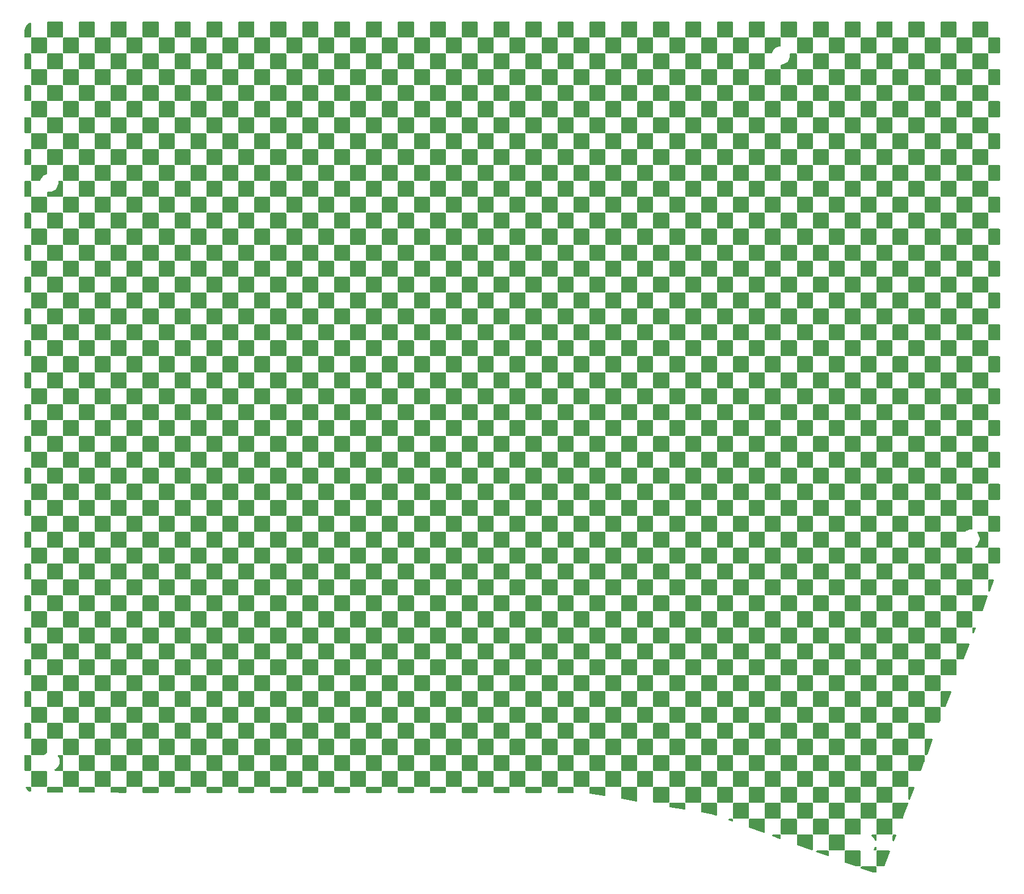
<source format=gbr>
G04 #@! TF.GenerationSoftware,KiCad,Pcbnew,9.0.6*
G04 #@! TF.CreationDate,2025-12-07T22:27:22+09:00*
G04 #@! TF.ProjectId,tarakkie_v1_left_bot2,74617261-6b6b-4696-955f-76315f6c6566,rev?*
G04 #@! TF.SameCoordinates,Original*
G04 #@! TF.FileFunction,Copper,L1,Top*
G04 #@! TF.FilePolarity,Positive*
%FSLAX46Y46*%
G04 Gerber Fmt 4.6, Leading zero omitted, Abs format (unit mm)*
G04 Created by KiCad (PCBNEW 9.0.6) date 2025-12-07 22:27:22*
%MOMM*%
%LPD*%
G01*
G04 APERTURE LIST*
G04 APERTURE END LIST*
G04 #@! TA.AperFunction,NonConductor*
G36*
X183299289Y-38119685D02*
G01*
X183345044Y-38172489D01*
X183356250Y-38224000D01*
X183356250Y-40357250D01*
X183336565Y-40424289D01*
X183283761Y-40470044D01*
X183232250Y-40481250D01*
X181099000Y-40481250D01*
X181031961Y-40461565D01*
X180986206Y-40408761D01*
X180975000Y-40357250D01*
X180975000Y-38224000D01*
X180994685Y-38156961D01*
X181047489Y-38111206D01*
X181099000Y-38100000D01*
X183232250Y-38100000D01*
X183299289Y-38119685D01*
G37*
G04 #@! TD.AperFunction*
G04 #@! TA.AperFunction,NonConductor*
G36*
X178536789Y-38119685D02*
G01*
X178582544Y-38172489D01*
X178593750Y-38224000D01*
X178593750Y-40357250D01*
X178574065Y-40424289D01*
X178521261Y-40470044D01*
X178469750Y-40481250D01*
X176336500Y-40481250D01*
X176269461Y-40461565D01*
X176223706Y-40408761D01*
X176212500Y-40357250D01*
X176212500Y-38224000D01*
X176232185Y-38156961D01*
X176284989Y-38111206D01*
X176336500Y-38100000D01*
X178469750Y-38100000D01*
X178536789Y-38119685D01*
G37*
G04 #@! TD.AperFunction*
G04 #@! TA.AperFunction,NonConductor*
G36*
X173774289Y-38119685D02*
G01*
X173820044Y-38172489D01*
X173831250Y-38224000D01*
X173831250Y-40357250D01*
X173811565Y-40424289D01*
X173758761Y-40470044D01*
X173707250Y-40481250D01*
X171574000Y-40481250D01*
X171506961Y-40461565D01*
X171461206Y-40408761D01*
X171450000Y-40357250D01*
X171450000Y-38224000D01*
X171469685Y-38156961D01*
X171522489Y-38111206D01*
X171574000Y-38100000D01*
X173707250Y-38100000D01*
X173774289Y-38119685D01*
G37*
G04 #@! TD.AperFunction*
G04 #@! TA.AperFunction,NonConductor*
G36*
X169011789Y-38119685D02*
G01*
X169057544Y-38172489D01*
X169068750Y-38224000D01*
X169068750Y-40357250D01*
X169049065Y-40424289D01*
X168996261Y-40470044D01*
X168944750Y-40481250D01*
X166811500Y-40481250D01*
X166744461Y-40461565D01*
X166698706Y-40408761D01*
X166687500Y-40357250D01*
X166687500Y-38224000D01*
X166707185Y-38156961D01*
X166759989Y-38111206D01*
X166811500Y-38100000D01*
X168944750Y-38100000D01*
X169011789Y-38119685D01*
G37*
G04 #@! TD.AperFunction*
G04 #@! TA.AperFunction,NonConductor*
G36*
X164249289Y-38119685D02*
G01*
X164295044Y-38172489D01*
X164306250Y-38224000D01*
X164306250Y-40357250D01*
X164286565Y-40424289D01*
X164233761Y-40470044D01*
X164182250Y-40481250D01*
X162049000Y-40481250D01*
X161981961Y-40461565D01*
X161936206Y-40408761D01*
X161925000Y-40357250D01*
X161925000Y-38224000D01*
X161944685Y-38156961D01*
X161997489Y-38111206D01*
X162049000Y-38100000D01*
X164182250Y-38100000D01*
X164249289Y-38119685D01*
G37*
G04 #@! TD.AperFunction*
G04 #@! TA.AperFunction,NonConductor*
G36*
X159486789Y-38119685D02*
G01*
X159532544Y-38172489D01*
X159543750Y-38224000D01*
X159543750Y-40357250D01*
X159524065Y-40424289D01*
X159471261Y-40470044D01*
X159419750Y-40481250D01*
X157286500Y-40481250D01*
X157219461Y-40461565D01*
X157173706Y-40408761D01*
X157162500Y-40357250D01*
X157162500Y-38224000D01*
X157182185Y-38156961D01*
X157234989Y-38111206D01*
X157286500Y-38100000D01*
X159419750Y-38100000D01*
X159486789Y-38119685D01*
G37*
G04 #@! TD.AperFunction*
G04 #@! TA.AperFunction,NonConductor*
G36*
X154724289Y-38119685D02*
G01*
X154770044Y-38172489D01*
X154781250Y-38224000D01*
X154781250Y-40357250D01*
X154761565Y-40424289D01*
X154708761Y-40470044D01*
X154657250Y-40481250D01*
X152524000Y-40481250D01*
X152456961Y-40461565D01*
X152411206Y-40408761D01*
X152400000Y-40357250D01*
X152400000Y-38224000D01*
X152419685Y-38156961D01*
X152472489Y-38111206D01*
X152524000Y-38100000D01*
X154657250Y-38100000D01*
X154724289Y-38119685D01*
G37*
G04 #@! TD.AperFunction*
G04 #@! TA.AperFunction,NonConductor*
G36*
X149961789Y-38119685D02*
G01*
X150007544Y-38172489D01*
X150018750Y-38224000D01*
X150018750Y-40357250D01*
X149999065Y-40424289D01*
X149946261Y-40470044D01*
X149894750Y-40481250D01*
X147761500Y-40481250D01*
X147694461Y-40461565D01*
X147648706Y-40408761D01*
X147637500Y-40357250D01*
X147637500Y-38224000D01*
X147657185Y-38156961D01*
X147709989Y-38111206D01*
X147761500Y-38100000D01*
X149894750Y-38100000D01*
X149961789Y-38119685D01*
G37*
G04 #@! TD.AperFunction*
G04 #@! TA.AperFunction,NonConductor*
G36*
X145199289Y-38119685D02*
G01*
X145245044Y-38172489D01*
X145256250Y-38224000D01*
X145256250Y-40357250D01*
X145236565Y-40424289D01*
X145183761Y-40470044D01*
X145132250Y-40481250D01*
X142999000Y-40481250D01*
X142931961Y-40461565D01*
X142886206Y-40408761D01*
X142875000Y-40357250D01*
X142875000Y-38224000D01*
X142894685Y-38156961D01*
X142947489Y-38111206D01*
X142999000Y-38100000D01*
X145132250Y-38100000D01*
X145199289Y-38119685D01*
G37*
G04 #@! TD.AperFunction*
G04 #@! TA.AperFunction,NonConductor*
G36*
X140436789Y-38119685D02*
G01*
X140482544Y-38172489D01*
X140493750Y-38224000D01*
X140493750Y-40357250D01*
X140474065Y-40424289D01*
X140421261Y-40470044D01*
X140369750Y-40481250D01*
X138236500Y-40481250D01*
X138169461Y-40461565D01*
X138123706Y-40408761D01*
X138112500Y-40357250D01*
X138112500Y-38224000D01*
X138132185Y-38156961D01*
X138184989Y-38111206D01*
X138236500Y-38100000D01*
X140369750Y-38100000D01*
X140436789Y-38119685D01*
G37*
G04 #@! TD.AperFunction*
G04 #@! TA.AperFunction,NonConductor*
G36*
X135674289Y-38119685D02*
G01*
X135720044Y-38172489D01*
X135731250Y-38224000D01*
X135731250Y-40357250D01*
X135711565Y-40424289D01*
X135658761Y-40470044D01*
X135607250Y-40481250D01*
X133474000Y-40481250D01*
X133406961Y-40461565D01*
X133361206Y-40408761D01*
X133350000Y-40357250D01*
X133350000Y-38224000D01*
X133369685Y-38156961D01*
X133422489Y-38111206D01*
X133474000Y-38100000D01*
X135607250Y-38100000D01*
X135674289Y-38119685D01*
G37*
G04 #@! TD.AperFunction*
G04 #@! TA.AperFunction,NonConductor*
G36*
X130911789Y-38119685D02*
G01*
X130957544Y-38172489D01*
X130968750Y-38224000D01*
X130968750Y-40357250D01*
X130949065Y-40424289D01*
X130896261Y-40470044D01*
X130844750Y-40481250D01*
X128711500Y-40481250D01*
X128644461Y-40461565D01*
X128598706Y-40408761D01*
X128587500Y-40357250D01*
X128587500Y-38224000D01*
X128607185Y-38156961D01*
X128659989Y-38111206D01*
X128711500Y-38100000D01*
X130844750Y-38100000D01*
X130911789Y-38119685D01*
G37*
G04 #@! TD.AperFunction*
G04 #@! TA.AperFunction,NonConductor*
G36*
X126149289Y-38119685D02*
G01*
X126195044Y-38172489D01*
X126206250Y-38224000D01*
X126206250Y-40357250D01*
X126186565Y-40424289D01*
X126133761Y-40470044D01*
X126082250Y-40481250D01*
X123949000Y-40481250D01*
X123881961Y-40461565D01*
X123836206Y-40408761D01*
X123825000Y-40357250D01*
X123825000Y-38224000D01*
X123844685Y-38156961D01*
X123897489Y-38111206D01*
X123949000Y-38100000D01*
X126082250Y-38100000D01*
X126149289Y-38119685D01*
G37*
G04 #@! TD.AperFunction*
G04 #@! TA.AperFunction,NonConductor*
G36*
X121386789Y-38119685D02*
G01*
X121432544Y-38172489D01*
X121443750Y-38224000D01*
X121443750Y-40357250D01*
X121424065Y-40424289D01*
X121371261Y-40470044D01*
X121319750Y-40481250D01*
X119186500Y-40481250D01*
X119119461Y-40461565D01*
X119073706Y-40408761D01*
X119062500Y-40357250D01*
X119062500Y-38224000D01*
X119082185Y-38156961D01*
X119134989Y-38111206D01*
X119186500Y-38100000D01*
X121319750Y-38100000D01*
X121386789Y-38119685D01*
G37*
G04 #@! TD.AperFunction*
G04 #@! TA.AperFunction,NonConductor*
G36*
X116624289Y-38119685D02*
G01*
X116670044Y-38172489D01*
X116681250Y-38224000D01*
X116681250Y-40357250D01*
X116661565Y-40424289D01*
X116608761Y-40470044D01*
X116557250Y-40481250D01*
X114424000Y-40481250D01*
X114356961Y-40461565D01*
X114311206Y-40408761D01*
X114300000Y-40357250D01*
X114300000Y-38224000D01*
X114319685Y-38156961D01*
X114372489Y-38111206D01*
X114424000Y-38100000D01*
X116557250Y-38100000D01*
X116624289Y-38119685D01*
G37*
G04 #@! TD.AperFunction*
G04 #@! TA.AperFunction,NonConductor*
G36*
X111861789Y-38119685D02*
G01*
X111907544Y-38172489D01*
X111918750Y-38224000D01*
X111918750Y-40357250D01*
X111899065Y-40424289D01*
X111846261Y-40470044D01*
X111794750Y-40481250D01*
X109661500Y-40481250D01*
X109594461Y-40461565D01*
X109548706Y-40408761D01*
X109537500Y-40357250D01*
X109537500Y-38224000D01*
X109557185Y-38156961D01*
X109609989Y-38111206D01*
X109661500Y-38100000D01*
X111794750Y-38100000D01*
X111861789Y-38119685D01*
G37*
G04 #@! TD.AperFunction*
G04 #@! TA.AperFunction,NonConductor*
G36*
X107099289Y-38119685D02*
G01*
X107145044Y-38172489D01*
X107156250Y-38224000D01*
X107156250Y-40357250D01*
X107136565Y-40424289D01*
X107083761Y-40470044D01*
X107032250Y-40481250D01*
X104899000Y-40481250D01*
X104831961Y-40461565D01*
X104786206Y-40408761D01*
X104775000Y-40357250D01*
X104775000Y-38224000D01*
X104794685Y-38156961D01*
X104847489Y-38111206D01*
X104899000Y-38100000D01*
X107032250Y-38100000D01*
X107099289Y-38119685D01*
G37*
G04 #@! TD.AperFunction*
G04 #@! TA.AperFunction,NonConductor*
G36*
X102336789Y-38119685D02*
G01*
X102382544Y-38172489D01*
X102393750Y-38224000D01*
X102393750Y-40357250D01*
X102374065Y-40424289D01*
X102321261Y-40470044D01*
X102269750Y-40481250D01*
X100136500Y-40481250D01*
X100069461Y-40461565D01*
X100023706Y-40408761D01*
X100012500Y-40357250D01*
X100012500Y-38224000D01*
X100032185Y-38156961D01*
X100084989Y-38111206D01*
X100136500Y-38100000D01*
X102269750Y-38100000D01*
X102336789Y-38119685D01*
G37*
G04 #@! TD.AperFunction*
G04 #@! TA.AperFunction,NonConductor*
G36*
X97574289Y-38119685D02*
G01*
X97620044Y-38172489D01*
X97631250Y-38224000D01*
X97631250Y-40357250D01*
X97611565Y-40424289D01*
X97558761Y-40470044D01*
X97507250Y-40481250D01*
X95374000Y-40481250D01*
X95306961Y-40461565D01*
X95261206Y-40408761D01*
X95250000Y-40357250D01*
X95250000Y-38224000D01*
X95269685Y-38156961D01*
X95322489Y-38111206D01*
X95374000Y-38100000D01*
X97507250Y-38100000D01*
X97574289Y-38119685D01*
G37*
G04 #@! TD.AperFunction*
G04 #@! TA.AperFunction,NonConductor*
G36*
X92811789Y-38119685D02*
G01*
X92857544Y-38172489D01*
X92868750Y-38224000D01*
X92868750Y-40357250D01*
X92849065Y-40424289D01*
X92796261Y-40470044D01*
X92744750Y-40481250D01*
X90611500Y-40481250D01*
X90544461Y-40461565D01*
X90498706Y-40408761D01*
X90487500Y-40357250D01*
X90487500Y-38224000D01*
X90507185Y-38156961D01*
X90559989Y-38111206D01*
X90611500Y-38100000D01*
X92744750Y-38100000D01*
X92811789Y-38119685D01*
G37*
G04 #@! TD.AperFunction*
G04 #@! TA.AperFunction,NonConductor*
G36*
X88049289Y-38119685D02*
G01*
X88095044Y-38172489D01*
X88106250Y-38224000D01*
X88106250Y-40357250D01*
X88086565Y-40424289D01*
X88033761Y-40470044D01*
X87982250Y-40481250D01*
X85849000Y-40481250D01*
X85781961Y-40461565D01*
X85736206Y-40408761D01*
X85725000Y-40357250D01*
X85725000Y-38224000D01*
X85744685Y-38156961D01*
X85797489Y-38111206D01*
X85849000Y-38100000D01*
X87982250Y-38100000D01*
X88049289Y-38119685D01*
G37*
G04 #@! TD.AperFunction*
G04 #@! TA.AperFunction,NonConductor*
G36*
X83286789Y-38119685D02*
G01*
X83332544Y-38172489D01*
X83343750Y-38224000D01*
X83343750Y-40357250D01*
X83324065Y-40424289D01*
X83271261Y-40470044D01*
X83219750Y-40481250D01*
X81086500Y-40481250D01*
X81019461Y-40461565D01*
X80973706Y-40408761D01*
X80962500Y-40357250D01*
X80962500Y-38224000D01*
X80982185Y-38156961D01*
X81034989Y-38111206D01*
X81086500Y-38100000D01*
X83219750Y-38100000D01*
X83286789Y-38119685D01*
G37*
G04 #@! TD.AperFunction*
G04 #@! TA.AperFunction,NonConductor*
G36*
X78524289Y-38119685D02*
G01*
X78570044Y-38172489D01*
X78581250Y-38224000D01*
X78581250Y-40357250D01*
X78561565Y-40424289D01*
X78508761Y-40470044D01*
X78457250Y-40481250D01*
X76324000Y-40481250D01*
X76256961Y-40461565D01*
X76211206Y-40408761D01*
X76200000Y-40357250D01*
X76200000Y-38224000D01*
X76219685Y-38156961D01*
X76272489Y-38111206D01*
X76324000Y-38100000D01*
X78457250Y-38100000D01*
X78524289Y-38119685D01*
G37*
G04 #@! TD.AperFunction*
G04 #@! TA.AperFunction,NonConductor*
G36*
X73761789Y-38119685D02*
G01*
X73807544Y-38172489D01*
X73818750Y-38224000D01*
X73818750Y-40357250D01*
X73799065Y-40424289D01*
X73746261Y-40470044D01*
X73694750Y-40481250D01*
X71561500Y-40481250D01*
X71494461Y-40461565D01*
X71448706Y-40408761D01*
X71437500Y-40357250D01*
X71437500Y-38224000D01*
X71457185Y-38156961D01*
X71509989Y-38111206D01*
X71561500Y-38100000D01*
X73694750Y-38100000D01*
X73761789Y-38119685D01*
G37*
G04 #@! TD.AperFunction*
G04 #@! TA.AperFunction,NonConductor*
G36*
X68999289Y-38119685D02*
G01*
X69045044Y-38172489D01*
X69056250Y-38224000D01*
X69056250Y-40357250D01*
X69036565Y-40424289D01*
X68983761Y-40470044D01*
X68932250Y-40481250D01*
X66799000Y-40481250D01*
X66731961Y-40461565D01*
X66686206Y-40408761D01*
X66675000Y-40357250D01*
X66675000Y-38224000D01*
X66694685Y-38156961D01*
X66747489Y-38111206D01*
X66799000Y-38100000D01*
X68932250Y-38100000D01*
X68999289Y-38119685D01*
G37*
G04 #@! TD.AperFunction*
G04 #@! TA.AperFunction,NonConductor*
G36*
X64236789Y-38119685D02*
G01*
X64282544Y-38172489D01*
X64293750Y-38224000D01*
X64293750Y-40357250D01*
X64274065Y-40424289D01*
X64221261Y-40470044D01*
X64169750Y-40481250D01*
X62036500Y-40481250D01*
X61969461Y-40461565D01*
X61923706Y-40408761D01*
X61912500Y-40357250D01*
X61912500Y-38224000D01*
X61932185Y-38156961D01*
X61984989Y-38111206D01*
X62036500Y-38100000D01*
X64169750Y-38100000D01*
X64236789Y-38119685D01*
G37*
G04 #@! TD.AperFunction*
G04 #@! TA.AperFunction,NonConductor*
G36*
X59474289Y-38119685D02*
G01*
X59520044Y-38172489D01*
X59531250Y-38224000D01*
X59531250Y-40357250D01*
X59511565Y-40424289D01*
X59458761Y-40470044D01*
X59407250Y-40481250D01*
X57274000Y-40481250D01*
X57206961Y-40461565D01*
X57161206Y-40408761D01*
X57150000Y-40357250D01*
X57150000Y-38224000D01*
X57169685Y-38156961D01*
X57222489Y-38111206D01*
X57274000Y-38100000D01*
X59407250Y-38100000D01*
X59474289Y-38119685D01*
G37*
G04 #@! TD.AperFunction*
G04 #@! TA.AperFunction,NonConductor*
G36*
X54711789Y-38119685D02*
G01*
X54757544Y-38172489D01*
X54768750Y-38224000D01*
X54768750Y-40357250D01*
X54749065Y-40424289D01*
X54696261Y-40470044D01*
X54644750Y-40481250D01*
X52511500Y-40481250D01*
X52444461Y-40461565D01*
X52398706Y-40408761D01*
X52387500Y-40357250D01*
X52387500Y-38224000D01*
X52407185Y-38156961D01*
X52459989Y-38111206D01*
X52511500Y-38100000D01*
X54644750Y-38100000D01*
X54711789Y-38119685D01*
G37*
G04 #@! TD.AperFunction*
G04 #@! TA.AperFunction,NonConductor*
G36*
X49949289Y-38119685D02*
G01*
X49995044Y-38172489D01*
X50006250Y-38224000D01*
X50006250Y-40357250D01*
X49986565Y-40424289D01*
X49933761Y-40470044D01*
X49882250Y-40481250D01*
X47749000Y-40481250D01*
X47681961Y-40461565D01*
X47636206Y-40408761D01*
X47625000Y-40357250D01*
X47625000Y-38224000D01*
X47644685Y-38156961D01*
X47697489Y-38111206D01*
X47749000Y-38100000D01*
X49882250Y-38100000D01*
X49949289Y-38119685D01*
G37*
G04 #@! TD.AperFunction*
G04 #@! TA.AperFunction,NonConductor*
G36*
X45186789Y-38119685D02*
G01*
X45232544Y-38172489D01*
X45243750Y-38224000D01*
X45243750Y-40357250D01*
X45224065Y-40424289D01*
X45171261Y-40470044D01*
X45119750Y-40481250D01*
X42986500Y-40481250D01*
X42919461Y-40461565D01*
X42873706Y-40408761D01*
X42862500Y-40357250D01*
X42862500Y-38224000D01*
X42882185Y-38156961D01*
X42934989Y-38111206D01*
X42986500Y-38100000D01*
X45119750Y-38100000D01*
X45186789Y-38119685D01*
G37*
G04 #@! TD.AperFunction*
G04 #@! TA.AperFunction,NonConductor*
G36*
X40431502Y-38287091D02*
G01*
X40473406Y-38343000D01*
X40481250Y-38386402D01*
X40481250Y-40357250D01*
X40461565Y-40424289D01*
X40408761Y-40470044D01*
X40357250Y-40481250D01*
X39624500Y-40481250D01*
X39557461Y-40461565D01*
X39511706Y-40408761D01*
X39500500Y-40357250D01*
X39500500Y-39602705D01*
X39500816Y-39593863D01*
X39515116Y-39393832D01*
X39517628Y-39376353D01*
X39559298Y-39184700D01*
X39564267Y-39167767D01*
X39632772Y-38983991D01*
X39640107Y-38967920D01*
X39734054Y-38795760D01*
X39743590Y-38780913D01*
X39861071Y-38623862D01*
X39872630Y-38610512D01*
X40011259Y-38471766D01*
X40024591Y-38460203D01*
X40181536Y-38342592D01*
X40196394Y-38333032D01*
X40297762Y-38277604D01*
X40366023Y-38262713D01*
X40431502Y-38287091D01*
G37*
G04 #@! TD.AperFunction*
G04 #@! TA.AperFunction,NonConductor*
G36*
X185042539Y-40500935D02*
G01*
X185088294Y-40553739D01*
X185099500Y-40605250D01*
X185099500Y-42738500D01*
X185079815Y-42805539D01*
X185027011Y-42851294D01*
X184975500Y-42862500D01*
X183480250Y-42862500D01*
X183413211Y-42842815D01*
X183367456Y-42790011D01*
X183356250Y-42738500D01*
X183356250Y-40605250D01*
X183375935Y-40538211D01*
X183428739Y-40492456D01*
X183480250Y-40481250D01*
X184975500Y-40481250D01*
X185042539Y-40500935D01*
G37*
G04 #@! TD.AperFunction*
G04 #@! TA.AperFunction,NonConductor*
G36*
X180918039Y-40500935D02*
G01*
X180963794Y-40553739D01*
X180975000Y-40605250D01*
X180975000Y-42738500D01*
X180955315Y-42805539D01*
X180902511Y-42851294D01*
X180851000Y-42862500D01*
X178717750Y-42862500D01*
X178650711Y-42842815D01*
X178604956Y-42790011D01*
X178593750Y-42738500D01*
X178593750Y-40605250D01*
X178613435Y-40538211D01*
X178666239Y-40492456D01*
X178717750Y-40481250D01*
X180851000Y-40481250D01*
X180918039Y-40500935D01*
G37*
G04 #@! TD.AperFunction*
G04 #@! TA.AperFunction,NonConductor*
G36*
X176155539Y-40500935D02*
G01*
X176201294Y-40553739D01*
X176212500Y-40605250D01*
X176212500Y-42738500D01*
X176192815Y-42805539D01*
X176140011Y-42851294D01*
X176088500Y-42862500D01*
X173955250Y-42862500D01*
X173888211Y-42842815D01*
X173842456Y-42790011D01*
X173831250Y-42738500D01*
X173831250Y-40605250D01*
X173850935Y-40538211D01*
X173903739Y-40492456D01*
X173955250Y-40481250D01*
X176088500Y-40481250D01*
X176155539Y-40500935D01*
G37*
G04 #@! TD.AperFunction*
G04 #@! TA.AperFunction,NonConductor*
G36*
X171393039Y-40500935D02*
G01*
X171438794Y-40553739D01*
X171450000Y-40605250D01*
X171450000Y-42738500D01*
X171430315Y-42805539D01*
X171377511Y-42851294D01*
X171326000Y-42862500D01*
X169192750Y-42862500D01*
X169125711Y-42842815D01*
X169079956Y-42790011D01*
X169068750Y-42738500D01*
X169068750Y-40605250D01*
X169088435Y-40538211D01*
X169141239Y-40492456D01*
X169192750Y-40481250D01*
X171326000Y-40481250D01*
X171393039Y-40500935D01*
G37*
G04 #@! TD.AperFunction*
G04 #@! TA.AperFunction,NonConductor*
G36*
X166630539Y-40500935D02*
G01*
X166676294Y-40553739D01*
X166687500Y-40605250D01*
X166687500Y-42738500D01*
X166667815Y-42805539D01*
X166615011Y-42851294D01*
X166563500Y-42862500D01*
X164430250Y-42862500D01*
X164363211Y-42842815D01*
X164317456Y-42790011D01*
X164306250Y-42738500D01*
X164306250Y-40605250D01*
X164325935Y-40538211D01*
X164378739Y-40492456D01*
X164430250Y-40481250D01*
X166563500Y-40481250D01*
X166630539Y-40500935D01*
G37*
G04 #@! TD.AperFunction*
G04 #@! TA.AperFunction,NonConductor*
G36*
X161868039Y-40500935D02*
G01*
X161913794Y-40553739D01*
X161925000Y-40605250D01*
X161925000Y-42738500D01*
X161905315Y-42805539D01*
X161852511Y-42851294D01*
X161801000Y-42862500D01*
X159667750Y-42862500D01*
X159600711Y-42842815D01*
X159554956Y-42790011D01*
X159543750Y-42738500D01*
X159543750Y-40605250D01*
X159563435Y-40538211D01*
X159616239Y-40492456D01*
X159667750Y-40481250D01*
X161801000Y-40481250D01*
X161868039Y-40500935D01*
G37*
G04 #@! TD.AperFunction*
G04 #@! TA.AperFunction,NonConductor*
G36*
X157105539Y-40500935D02*
G01*
X157151294Y-40553739D01*
X157162500Y-40605250D01*
X157162500Y-42738500D01*
X157142815Y-42805539D01*
X157090011Y-42851294D01*
X157038500Y-42862500D01*
X154905250Y-42862500D01*
X154838211Y-42842815D01*
X154792456Y-42790011D01*
X154781250Y-42738500D01*
X154781250Y-40605250D01*
X154800935Y-40538211D01*
X154853739Y-40492456D01*
X154905250Y-40481250D01*
X157038500Y-40481250D01*
X157105539Y-40500935D01*
G37*
G04 #@! TD.AperFunction*
G04 #@! TA.AperFunction,NonConductor*
G36*
X152343039Y-40500935D02*
G01*
X152388794Y-40553739D01*
X152400000Y-40605250D01*
X152400000Y-41686760D01*
X152380315Y-41753799D01*
X152327511Y-41799554D01*
X152295398Y-41809233D01*
X152083760Y-41842753D01*
X151881585Y-41908444D01*
X151692179Y-42004951D01*
X151520213Y-42129890D01*
X151369890Y-42280213D01*
X151244951Y-42452179D01*
X151148444Y-42641585D01*
X151104504Y-42776818D01*
X151065066Y-42834494D01*
X151000708Y-42861692D01*
X150986573Y-42862500D01*
X150142750Y-42862500D01*
X150075711Y-42842815D01*
X150029956Y-42790011D01*
X150018750Y-42738500D01*
X150018750Y-40605250D01*
X150038435Y-40538211D01*
X150091239Y-40492456D01*
X150142750Y-40481250D01*
X152276000Y-40481250D01*
X152343039Y-40500935D01*
G37*
G04 #@! TD.AperFunction*
G04 #@! TA.AperFunction,NonConductor*
G36*
X147580539Y-40500935D02*
G01*
X147626294Y-40553739D01*
X147637500Y-40605250D01*
X147637500Y-42738500D01*
X147617815Y-42805539D01*
X147565011Y-42851294D01*
X147513500Y-42862500D01*
X145380250Y-42862500D01*
X145313211Y-42842815D01*
X145267456Y-42790011D01*
X145256250Y-42738500D01*
X145256250Y-40605250D01*
X145275935Y-40538211D01*
X145328739Y-40492456D01*
X145380250Y-40481250D01*
X147513500Y-40481250D01*
X147580539Y-40500935D01*
G37*
G04 #@! TD.AperFunction*
G04 #@! TA.AperFunction,NonConductor*
G36*
X142818039Y-40500935D02*
G01*
X142863794Y-40553739D01*
X142875000Y-40605250D01*
X142875000Y-42738500D01*
X142855315Y-42805539D01*
X142802511Y-42851294D01*
X142751000Y-42862500D01*
X140617750Y-42862500D01*
X140550711Y-42842815D01*
X140504956Y-42790011D01*
X140493750Y-42738500D01*
X140493750Y-40605250D01*
X140513435Y-40538211D01*
X140566239Y-40492456D01*
X140617750Y-40481250D01*
X142751000Y-40481250D01*
X142818039Y-40500935D01*
G37*
G04 #@! TD.AperFunction*
G04 #@! TA.AperFunction,NonConductor*
G36*
X138055539Y-40500935D02*
G01*
X138101294Y-40553739D01*
X138112500Y-40605250D01*
X138112500Y-42738500D01*
X138092815Y-42805539D01*
X138040011Y-42851294D01*
X137988500Y-42862500D01*
X135855250Y-42862500D01*
X135788211Y-42842815D01*
X135742456Y-42790011D01*
X135731250Y-42738500D01*
X135731250Y-40605250D01*
X135750935Y-40538211D01*
X135803739Y-40492456D01*
X135855250Y-40481250D01*
X137988500Y-40481250D01*
X138055539Y-40500935D01*
G37*
G04 #@! TD.AperFunction*
G04 #@! TA.AperFunction,NonConductor*
G36*
X133293039Y-40500935D02*
G01*
X133338794Y-40553739D01*
X133350000Y-40605250D01*
X133350000Y-42738500D01*
X133330315Y-42805539D01*
X133277511Y-42851294D01*
X133226000Y-42862500D01*
X131092750Y-42862500D01*
X131025711Y-42842815D01*
X130979956Y-42790011D01*
X130968750Y-42738500D01*
X130968750Y-40605250D01*
X130988435Y-40538211D01*
X131041239Y-40492456D01*
X131092750Y-40481250D01*
X133226000Y-40481250D01*
X133293039Y-40500935D01*
G37*
G04 #@! TD.AperFunction*
G04 #@! TA.AperFunction,NonConductor*
G36*
X128530539Y-40500935D02*
G01*
X128576294Y-40553739D01*
X128587500Y-40605250D01*
X128587500Y-42738500D01*
X128567815Y-42805539D01*
X128515011Y-42851294D01*
X128463500Y-42862500D01*
X126330250Y-42862500D01*
X126263211Y-42842815D01*
X126217456Y-42790011D01*
X126206250Y-42738500D01*
X126206250Y-40605250D01*
X126225935Y-40538211D01*
X126278739Y-40492456D01*
X126330250Y-40481250D01*
X128463500Y-40481250D01*
X128530539Y-40500935D01*
G37*
G04 #@! TD.AperFunction*
G04 #@! TA.AperFunction,NonConductor*
G36*
X123768039Y-40500935D02*
G01*
X123813794Y-40553739D01*
X123825000Y-40605250D01*
X123825000Y-42738500D01*
X123805315Y-42805539D01*
X123752511Y-42851294D01*
X123701000Y-42862500D01*
X121567750Y-42862500D01*
X121500711Y-42842815D01*
X121454956Y-42790011D01*
X121443750Y-42738500D01*
X121443750Y-40605250D01*
X121463435Y-40538211D01*
X121516239Y-40492456D01*
X121567750Y-40481250D01*
X123701000Y-40481250D01*
X123768039Y-40500935D01*
G37*
G04 #@! TD.AperFunction*
G04 #@! TA.AperFunction,NonConductor*
G36*
X119005539Y-40500935D02*
G01*
X119051294Y-40553739D01*
X119062500Y-40605250D01*
X119062500Y-42738500D01*
X119042815Y-42805539D01*
X118990011Y-42851294D01*
X118938500Y-42862500D01*
X116805250Y-42862500D01*
X116738211Y-42842815D01*
X116692456Y-42790011D01*
X116681250Y-42738500D01*
X116681250Y-40605250D01*
X116700935Y-40538211D01*
X116753739Y-40492456D01*
X116805250Y-40481250D01*
X118938500Y-40481250D01*
X119005539Y-40500935D01*
G37*
G04 #@! TD.AperFunction*
G04 #@! TA.AperFunction,NonConductor*
G36*
X114243039Y-40500935D02*
G01*
X114288794Y-40553739D01*
X114300000Y-40605250D01*
X114300000Y-42738500D01*
X114280315Y-42805539D01*
X114227511Y-42851294D01*
X114176000Y-42862500D01*
X112042750Y-42862500D01*
X111975711Y-42842815D01*
X111929956Y-42790011D01*
X111918750Y-42738500D01*
X111918750Y-40605250D01*
X111938435Y-40538211D01*
X111991239Y-40492456D01*
X112042750Y-40481250D01*
X114176000Y-40481250D01*
X114243039Y-40500935D01*
G37*
G04 #@! TD.AperFunction*
G04 #@! TA.AperFunction,NonConductor*
G36*
X109480539Y-40500935D02*
G01*
X109526294Y-40553739D01*
X109537500Y-40605250D01*
X109537500Y-42738500D01*
X109517815Y-42805539D01*
X109465011Y-42851294D01*
X109413500Y-42862500D01*
X107280250Y-42862500D01*
X107213211Y-42842815D01*
X107167456Y-42790011D01*
X107156250Y-42738500D01*
X107156250Y-40605250D01*
X107175935Y-40538211D01*
X107228739Y-40492456D01*
X107280250Y-40481250D01*
X109413500Y-40481250D01*
X109480539Y-40500935D01*
G37*
G04 #@! TD.AperFunction*
G04 #@! TA.AperFunction,NonConductor*
G36*
X104718039Y-40500935D02*
G01*
X104763794Y-40553739D01*
X104775000Y-40605250D01*
X104775000Y-42738500D01*
X104755315Y-42805539D01*
X104702511Y-42851294D01*
X104651000Y-42862500D01*
X102517750Y-42862500D01*
X102450711Y-42842815D01*
X102404956Y-42790011D01*
X102393750Y-42738500D01*
X102393750Y-40605250D01*
X102413435Y-40538211D01*
X102466239Y-40492456D01*
X102517750Y-40481250D01*
X104651000Y-40481250D01*
X104718039Y-40500935D01*
G37*
G04 #@! TD.AperFunction*
G04 #@! TA.AperFunction,NonConductor*
G36*
X99955539Y-40500935D02*
G01*
X100001294Y-40553739D01*
X100012500Y-40605250D01*
X100012500Y-42738500D01*
X99992815Y-42805539D01*
X99940011Y-42851294D01*
X99888500Y-42862500D01*
X97755250Y-42862500D01*
X97688211Y-42842815D01*
X97642456Y-42790011D01*
X97631250Y-42738500D01*
X97631250Y-40605250D01*
X97650935Y-40538211D01*
X97703739Y-40492456D01*
X97755250Y-40481250D01*
X99888500Y-40481250D01*
X99955539Y-40500935D01*
G37*
G04 #@! TD.AperFunction*
G04 #@! TA.AperFunction,NonConductor*
G36*
X95193039Y-40500935D02*
G01*
X95238794Y-40553739D01*
X95250000Y-40605250D01*
X95250000Y-42738500D01*
X95230315Y-42805539D01*
X95177511Y-42851294D01*
X95126000Y-42862500D01*
X92992750Y-42862500D01*
X92925711Y-42842815D01*
X92879956Y-42790011D01*
X92868750Y-42738500D01*
X92868750Y-40605250D01*
X92888435Y-40538211D01*
X92941239Y-40492456D01*
X92992750Y-40481250D01*
X95126000Y-40481250D01*
X95193039Y-40500935D01*
G37*
G04 #@! TD.AperFunction*
G04 #@! TA.AperFunction,NonConductor*
G36*
X90430539Y-40500935D02*
G01*
X90476294Y-40553739D01*
X90487500Y-40605250D01*
X90487500Y-42738500D01*
X90467815Y-42805539D01*
X90415011Y-42851294D01*
X90363500Y-42862500D01*
X88230250Y-42862500D01*
X88163211Y-42842815D01*
X88117456Y-42790011D01*
X88106250Y-42738500D01*
X88106250Y-40605250D01*
X88125935Y-40538211D01*
X88178739Y-40492456D01*
X88230250Y-40481250D01*
X90363500Y-40481250D01*
X90430539Y-40500935D01*
G37*
G04 #@! TD.AperFunction*
G04 #@! TA.AperFunction,NonConductor*
G36*
X85668039Y-40500935D02*
G01*
X85713794Y-40553739D01*
X85725000Y-40605250D01*
X85725000Y-42738500D01*
X85705315Y-42805539D01*
X85652511Y-42851294D01*
X85601000Y-42862500D01*
X83467750Y-42862500D01*
X83400711Y-42842815D01*
X83354956Y-42790011D01*
X83343750Y-42738500D01*
X83343750Y-40605250D01*
X83363435Y-40538211D01*
X83416239Y-40492456D01*
X83467750Y-40481250D01*
X85601000Y-40481250D01*
X85668039Y-40500935D01*
G37*
G04 #@! TD.AperFunction*
G04 #@! TA.AperFunction,NonConductor*
G36*
X80905539Y-40500935D02*
G01*
X80951294Y-40553739D01*
X80962500Y-40605250D01*
X80962500Y-42738500D01*
X80942815Y-42805539D01*
X80890011Y-42851294D01*
X80838500Y-42862500D01*
X78705250Y-42862500D01*
X78638211Y-42842815D01*
X78592456Y-42790011D01*
X78581250Y-42738500D01*
X78581250Y-40605250D01*
X78600935Y-40538211D01*
X78653739Y-40492456D01*
X78705250Y-40481250D01*
X80838500Y-40481250D01*
X80905539Y-40500935D01*
G37*
G04 #@! TD.AperFunction*
G04 #@! TA.AperFunction,NonConductor*
G36*
X76143039Y-40500935D02*
G01*
X76188794Y-40553739D01*
X76200000Y-40605250D01*
X76200000Y-42738500D01*
X76180315Y-42805539D01*
X76127511Y-42851294D01*
X76076000Y-42862500D01*
X73942750Y-42862500D01*
X73875711Y-42842815D01*
X73829956Y-42790011D01*
X73818750Y-42738500D01*
X73818750Y-40605250D01*
X73838435Y-40538211D01*
X73891239Y-40492456D01*
X73942750Y-40481250D01*
X76076000Y-40481250D01*
X76143039Y-40500935D01*
G37*
G04 #@! TD.AperFunction*
G04 #@! TA.AperFunction,NonConductor*
G36*
X71380539Y-40500935D02*
G01*
X71426294Y-40553739D01*
X71437500Y-40605250D01*
X71437500Y-42738500D01*
X71417815Y-42805539D01*
X71365011Y-42851294D01*
X71313500Y-42862500D01*
X69180250Y-42862500D01*
X69113211Y-42842815D01*
X69067456Y-42790011D01*
X69056250Y-42738500D01*
X69056250Y-40605250D01*
X69075935Y-40538211D01*
X69128739Y-40492456D01*
X69180250Y-40481250D01*
X71313500Y-40481250D01*
X71380539Y-40500935D01*
G37*
G04 #@! TD.AperFunction*
G04 #@! TA.AperFunction,NonConductor*
G36*
X66618039Y-40500935D02*
G01*
X66663794Y-40553739D01*
X66675000Y-40605250D01*
X66675000Y-42738500D01*
X66655315Y-42805539D01*
X66602511Y-42851294D01*
X66551000Y-42862500D01*
X64417750Y-42862500D01*
X64350711Y-42842815D01*
X64304956Y-42790011D01*
X64293750Y-42738500D01*
X64293750Y-40605250D01*
X64313435Y-40538211D01*
X64366239Y-40492456D01*
X64417750Y-40481250D01*
X66551000Y-40481250D01*
X66618039Y-40500935D01*
G37*
G04 #@! TD.AperFunction*
G04 #@! TA.AperFunction,NonConductor*
G36*
X61855539Y-40500935D02*
G01*
X61901294Y-40553739D01*
X61912500Y-40605250D01*
X61912500Y-42738500D01*
X61892815Y-42805539D01*
X61840011Y-42851294D01*
X61788500Y-42862500D01*
X59655250Y-42862500D01*
X59588211Y-42842815D01*
X59542456Y-42790011D01*
X59531250Y-42738500D01*
X59531250Y-40605250D01*
X59550935Y-40538211D01*
X59603739Y-40492456D01*
X59655250Y-40481250D01*
X61788500Y-40481250D01*
X61855539Y-40500935D01*
G37*
G04 #@! TD.AperFunction*
G04 #@! TA.AperFunction,NonConductor*
G36*
X57093039Y-40500935D02*
G01*
X57138794Y-40553739D01*
X57150000Y-40605250D01*
X57150000Y-42738500D01*
X57130315Y-42805539D01*
X57077511Y-42851294D01*
X57026000Y-42862500D01*
X54892750Y-42862500D01*
X54825711Y-42842815D01*
X54779956Y-42790011D01*
X54768750Y-42738500D01*
X54768750Y-40605250D01*
X54788435Y-40538211D01*
X54841239Y-40492456D01*
X54892750Y-40481250D01*
X57026000Y-40481250D01*
X57093039Y-40500935D01*
G37*
G04 #@! TD.AperFunction*
G04 #@! TA.AperFunction,NonConductor*
G36*
X52330539Y-40500935D02*
G01*
X52376294Y-40553739D01*
X52387500Y-40605250D01*
X52387500Y-42738500D01*
X52367815Y-42805539D01*
X52315011Y-42851294D01*
X52263500Y-42862500D01*
X50130250Y-42862500D01*
X50063211Y-42842815D01*
X50017456Y-42790011D01*
X50006250Y-42738500D01*
X50006250Y-40605250D01*
X50025935Y-40538211D01*
X50078739Y-40492456D01*
X50130250Y-40481250D01*
X52263500Y-40481250D01*
X52330539Y-40500935D01*
G37*
G04 #@! TD.AperFunction*
G04 #@! TA.AperFunction,NonConductor*
G36*
X47568039Y-40500935D02*
G01*
X47613794Y-40553739D01*
X47625000Y-40605250D01*
X47625000Y-42738500D01*
X47605315Y-42805539D01*
X47552511Y-42851294D01*
X47501000Y-42862500D01*
X45367750Y-42862500D01*
X45300711Y-42842815D01*
X45254956Y-42790011D01*
X45243750Y-42738500D01*
X45243750Y-40605250D01*
X45263435Y-40538211D01*
X45316239Y-40492456D01*
X45367750Y-40481250D01*
X47501000Y-40481250D01*
X47568039Y-40500935D01*
G37*
G04 #@! TD.AperFunction*
G04 #@! TA.AperFunction,NonConductor*
G36*
X42805539Y-40500935D02*
G01*
X42851294Y-40553739D01*
X42862500Y-40605250D01*
X42862500Y-42738500D01*
X42842815Y-42805539D01*
X42790011Y-42851294D01*
X42738500Y-42862500D01*
X40605250Y-42862500D01*
X40538211Y-42842815D01*
X40492456Y-42790011D01*
X40481250Y-42738500D01*
X40481250Y-40605250D01*
X40500935Y-40538211D01*
X40553739Y-40492456D01*
X40605250Y-40481250D01*
X42738500Y-40481250D01*
X42805539Y-40500935D01*
G37*
G04 #@! TD.AperFunction*
G04 #@! TA.AperFunction,NonConductor*
G36*
X183299289Y-42882185D02*
G01*
X183345044Y-42934989D01*
X183356250Y-42986500D01*
X183356250Y-45119750D01*
X183336565Y-45186789D01*
X183283761Y-45232544D01*
X183232250Y-45243750D01*
X181099000Y-45243750D01*
X181031961Y-45224065D01*
X180986206Y-45171261D01*
X180975000Y-45119750D01*
X180975000Y-42986500D01*
X180994685Y-42919461D01*
X181047489Y-42873706D01*
X181099000Y-42862500D01*
X183232250Y-42862500D01*
X183299289Y-42882185D01*
G37*
G04 #@! TD.AperFunction*
G04 #@! TA.AperFunction,NonConductor*
G36*
X178536789Y-42882185D02*
G01*
X178582544Y-42934989D01*
X178593750Y-42986500D01*
X178593750Y-45119750D01*
X178574065Y-45186789D01*
X178521261Y-45232544D01*
X178469750Y-45243750D01*
X176336500Y-45243750D01*
X176269461Y-45224065D01*
X176223706Y-45171261D01*
X176212500Y-45119750D01*
X176212500Y-42986500D01*
X176232185Y-42919461D01*
X176284989Y-42873706D01*
X176336500Y-42862500D01*
X178469750Y-42862500D01*
X178536789Y-42882185D01*
G37*
G04 #@! TD.AperFunction*
G04 #@! TA.AperFunction,NonConductor*
G36*
X173774289Y-42882185D02*
G01*
X173820044Y-42934989D01*
X173831250Y-42986500D01*
X173831250Y-45119750D01*
X173811565Y-45186789D01*
X173758761Y-45232544D01*
X173707250Y-45243750D01*
X171574000Y-45243750D01*
X171506961Y-45224065D01*
X171461206Y-45171261D01*
X171450000Y-45119750D01*
X171450000Y-42986500D01*
X171469685Y-42919461D01*
X171522489Y-42873706D01*
X171574000Y-42862500D01*
X173707250Y-42862500D01*
X173774289Y-42882185D01*
G37*
G04 #@! TD.AperFunction*
G04 #@! TA.AperFunction,NonConductor*
G36*
X169011789Y-42882185D02*
G01*
X169057544Y-42934989D01*
X169068750Y-42986500D01*
X169068750Y-45119750D01*
X169049065Y-45186789D01*
X168996261Y-45232544D01*
X168944750Y-45243750D01*
X166811500Y-45243750D01*
X166744461Y-45224065D01*
X166698706Y-45171261D01*
X166687500Y-45119750D01*
X166687500Y-42986500D01*
X166707185Y-42919461D01*
X166759989Y-42873706D01*
X166811500Y-42862500D01*
X168944750Y-42862500D01*
X169011789Y-42882185D01*
G37*
G04 #@! TD.AperFunction*
G04 #@! TA.AperFunction,NonConductor*
G36*
X164249289Y-42882185D02*
G01*
X164295044Y-42934989D01*
X164306250Y-42986500D01*
X164306250Y-45119750D01*
X164286565Y-45186789D01*
X164233761Y-45232544D01*
X164182250Y-45243750D01*
X162049000Y-45243750D01*
X161981961Y-45224065D01*
X161936206Y-45171261D01*
X161925000Y-45119750D01*
X161925000Y-42986500D01*
X161944685Y-42919461D01*
X161997489Y-42873706D01*
X162049000Y-42862500D01*
X164182250Y-42862500D01*
X164249289Y-42882185D01*
G37*
G04 #@! TD.AperFunction*
G04 #@! TA.AperFunction,NonConductor*
G36*
X159486789Y-42882185D02*
G01*
X159532544Y-42934989D01*
X159543750Y-42986500D01*
X159543750Y-45119750D01*
X159524065Y-45186789D01*
X159471261Y-45232544D01*
X159419750Y-45243750D01*
X157286500Y-45243750D01*
X157219461Y-45224065D01*
X157173706Y-45171261D01*
X157162500Y-45119750D01*
X157162500Y-42986500D01*
X157182185Y-42919461D01*
X157234989Y-42873706D01*
X157286500Y-42862500D01*
X159419750Y-42862500D01*
X159486789Y-42882185D01*
G37*
G04 #@! TD.AperFunction*
G04 #@! TA.AperFunction,NonConductor*
G36*
X154724289Y-42882185D02*
G01*
X154770044Y-42934989D01*
X154781250Y-42986500D01*
X154781250Y-45119750D01*
X154761565Y-45186789D01*
X154708761Y-45232544D01*
X154657250Y-45243750D01*
X152524000Y-45243750D01*
X152456961Y-45224065D01*
X152411206Y-45171261D01*
X152400000Y-45119750D01*
X152400000Y-44633239D01*
X152419685Y-44566200D01*
X152472489Y-44520445D01*
X152504603Y-44510766D01*
X152506282Y-44510500D01*
X152506287Y-44510500D01*
X152668855Y-44484751D01*
X152716238Y-44477247D01*
X152716238Y-44477246D01*
X152716243Y-44477246D01*
X152918412Y-44411557D01*
X153107816Y-44315051D01*
X153129789Y-44299086D01*
X153279786Y-44190109D01*
X153279788Y-44190106D01*
X153279792Y-44190104D01*
X153430104Y-44039792D01*
X153430106Y-44039788D01*
X153430109Y-44039786D01*
X153555048Y-43867820D01*
X153555047Y-43867820D01*
X153555051Y-43867816D01*
X153651557Y-43678412D01*
X153717246Y-43476243D01*
X153750500Y-43266287D01*
X153750500Y-43053713D01*
X153750500Y-43053706D01*
X153742928Y-43005897D01*
X153751883Y-42936604D01*
X153796879Y-42883152D01*
X153863631Y-42862513D01*
X153865401Y-42862500D01*
X154657250Y-42862500D01*
X154724289Y-42882185D01*
G37*
G04 #@! TD.AperFunction*
G04 #@! TA.AperFunction,NonConductor*
G36*
X149961789Y-42882185D02*
G01*
X150007544Y-42934989D01*
X150018750Y-42986500D01*
X150018750Y-45119750D01*
X149999065Y-45186789D01*
X149946261Y-45232544D01*
X149894750Y-45243750D01*
X147761500Y-45243750D01*
X147694461Y-45224065D01*
X147648706Y-45171261D01*
X147637500Y-45119750D01*
X147637500Y-42986500D01*
X147657185Y-42919461D01*
X147709989Y-42873706D01*
X147761500Y-42862500D01*
X149894750Y-42862500D01*
X149961789Y-42882185D01*
G37*
G04 #@! TD.AperFunction*
G04 #@! TA.AperFunction,NonConductor*
G36*
X145199289Y-42882185D02*
G01*
X145245044Y-42934989D01*
X145256250Y-42986500D01*
X145256250Y-45119750D01*
X145236565Y-45186789D01*
X145183761Y-45232544D01*
X145132250Y-45243750D01*
X142999000Y-45243750D01*
X142931961Y-45224065D01*
X142886206Y-45171261D01*
X142875000Y-45119750D01*
X142875000Y-42986500D01*
X142894685Y-42919461D01*
X142947489Y-42873706D01*
X142999000Y-42862500D01*
X145132250Y-42862500D01*
X145199289Y-42882185D01*
G37*
G04 #@! TD.AperFunction*
G04 #@! TA.AperFunction,NonConductor*
G36*
X140436789Y-42882185D02*
G01*
X140482544Y-42934989D01*
X140493750Y-42986500D01*
X140493750Y-45119750D01*
X140474065Y-45186789D01*
X140421261Y-45232544D01*
X140369750Y-45243750D01*
X138236500Y-45243750D01*
X138169461Y-45224065D01*
X138123706Y-45171261D01*
X138112500Y-45119750D01*
X138112500Y-42986500D01*
X138132185Y-42919461D01*
X138184989Y-42873706D01*
X138236500Y-42862500D01*
X140369750Y-42862500D01*
X140436789Y-42882185D01*
G37*
G04 #@! TD.AperFunction*
G04 #@! TA.AperFunction,NonConductor*
G36*
X135674289Y-42882185D02*
G01*
X135720044Y-42934989D01*
X135731250Y-42986500D01*
X135731250Y-45119750D01*
X135711565Y-45186789D01*
X135658761Y-45232544D01*
X135607250Y-45243750D01*
X133474000Y-45243750D01*
X133406961Y-45224065D01*
X133361206Y-45171261D01*
X133350000Y-45119750D01*
X133350000Y-42986500D01*
X133369685Y-42919461D01*
X133422489Y-42873706D01*
X133474000Y-42862500D01*
X135607250Y-42862500D01*
X135674289Y-42882185D01*
G37*
G04 #@! TD.AperFunction*
G04 #@! TA.AperFunction,NonConductor*
G36*
X130911789Y-42882185D02*
G01*
X130957544Y-42934989D01*
X130968750Y-42986500D01*
X130968750Y-45119750D01*
X130949065Y-45186789D01*
X130896261Y-45232544D01*
X130844750Y-45243750D01*
X128711500Y-45243750D01*
X128644461Y-45224065D01*
X128598706Y-45171261D01*
X128587500Y-45119750D01*
X128587500Y-42986500D01*
X128607185Y-42919461D01*
X128659989Y-42873706D01*
X128711500Y-42862500D01*
X130844750Y-42862500D01*
X130911789Y-42882185D01*
G37*
G04 #@! TD.AperFunction*
G04 #@! TA.AperFunction,NonConductor*
G36*
X126149289Y-42882185D02*
G01*
X126195044Y-42934989D01*
X126206250Y-42986500D01*
X126206250Y-45119750D01*
X126186565Y-45186789D01*
X126133761Y-45232544D01*
X126082250Y-45243750D01*
X123949000Y-45243750D01*
X123881961Y-45224065D01*
X123836206Y-45171261D01*
X123825000Y-45119750D01*
X123825000Y-42986500D01*
X123844685Y-42919461D01*
X123897489Y-42873706D01*
X123949000Y-42862500D01*
X126082250Y-42862500D01*
X126149289Y-42882185D01*
G37*
G04 #@! TD.AperFunction*
G04 #@! TA.AperFunction,NonConductor*
G36*
X121386789Y-42882185D02*
G01*
X121432544Y-42934989D01*
X121443750Y-42986500D01*
X121443750Y-45119750D01*
X121424065Y-45186789D01*
X121371261Y-45232544D01*
X121319750Y-45243750D01*
X119186500Y-45243750D01*
X119119461Y-45224065D01*
X119073706Y-45171261D01*
X119062500Y-45119750D01*
X119062500Y-42986500D01*
X119082185Y-42919461D01*
X119134989Y-42873706D01*
X119186500Y-42862500D01*
X121319750Y-42862500D01*
X121386789Y-42882185D01*
G37*
G04 #@! TD.AperFunction*
G04 #@! TA.AperFunction,NonConductor*
G36*
X116624289Y-42882185D02*
G01*
X116670044Y-42934989D01*
X116681250Y-42986500D01*
X116681250Y-45119750D01*
X116661565Y-45186789D01*
X116608761Y-45232544D01*
X116557250Y-45243750D01*
X114424000Y-45243750D01*
X114356961Y-45224065D01*
X114311206Y-45171261D01*
X114300000Y-45119750D01*
X114300000Y-42986500D01*
X114319685Y-42919461D01*
X114372489Y-42873706D01*
X114424000Y-42862500D01*
X116557250Y-42862500D01*
X116624289Y-42882185D01*
G37*
G04 #@! TD.AperFunction*
G04 #@! TA.AperFunction,NonConductor*
G36*
X111861789Y-42882185D02*
G01*
X111907544Y-42934989D01*
X111918750Y-42986500D01*
X111918750Y-45119750D01*
X111899065Y-45186789D01*
X111846261Y-45232544D01*
X111794750Y-45243750D01*
X109661500Y-45243750D01*
X109594461Y-45224065D01*
X109548706Y-45171261D01*
X109537500Y-45119750D01*
X109537500Y-42986500D01*
X109557185Y-42919461D01*
X109609989Y-42873706D01*
X109661500Y-42862500D01*
X111794750Y-42862500D01*
X111861789Y-42882185D01*
G37*
G04 #@! TD.AperFunction*
G04 #@! TA.AperFunction,NonConductor*
G36*
X107099289Y-42882185D02*
G01*
X107145044Y-42934989D01*
X107156250Y-42986500D01*
X107156250Y-45119750D01*
X107136565Y-45186789D01*
X107083761Y-45232544D01*
X107032250Y-45243750D01*
X104899000Y-45243750D01*
X104831961Y-45224065D01*
X104786206Y-45171261D01*
X104775000Y-45119750D01*
X104775000Y-42986500D01*
X104794685Y-42919461D01*
X104847489Y-42873706D01*
X104899000Y-42862500D01*
X107032250Y-42862500D01*
X107099289Y-42882185D01*
G37*
G04 #@! TD.AperFunction*
G04 #@! TA.AperFunction,NonConductor*
G36*
X102336789Y-42882185D02*
G01*
X102382544Y-42934989D01*
X102393750Y-42986500D01*
X102393750Y-45119750D01*
X102374065Y-45186789D01*
X102321261Y-45232544D01*
X102269750Y-45243750D01*
X100136500Y-45243750D01*
X100069461Y-45224065D01*
X100023706Y-45171261D01*
X100012500Y-45119750D01*
X100012500Y-42986500D01*
X100032185Y-42919461D01*
X100084989Y-42873706D01*
X100136500Y-42862500D01*
X102269750Y-42862500D01*
X102336789Y-42882185D01*
G37*
G04 #@! TD.AperFunction*
G04 #@! TA.AperFunction,NonConductor*
G36*
X97574289Y-42882185D02*
G01*
X97620044Y-42934989D01*
X97631250Y-42986500D01*
X97631250Y-45119750D01*
X97611565Y-45186789D01*
X97558761Y-45232544D01*
X97507250Y-45243750D01*
X95374000Y-45243750D01*
X95306961Y-45224065D01*
X95261206Y-45171261D01*
X95250000Y-45119750D01*
X95250000Y-42986500D01*
X95269685Y-42919461D01*
X95322489Y-42873706D01*
X95374000Y-42862500D01*
X97507250Y-42862500D01*
X97574289Y-42882185D01*
G37*
G04 #@! TD.AperFunction*
G04 #@! TA.AperFunction,NonConductor*
G36*
X92811789Y-42882185D02*
G01*
X92857544Y-42934989D01*
X92868750Y-42986500D01*
X92868750Y-45119750D01*
X92849065Y-45186789D01*
X92796261Y-45232544D01*
X92744750Y-45243750D01*
X90611500Y-45243750D01*
X90544461Y-45224065D01*
X90498706Y-45171261D01*
X90487500Y-45119750D01*
X90487500Y-42986500D01*
X90507185Y-42919461D01*
X90559989Y-42873706D01*
X90611500Y-42862500D01*
X92744750Y-42862500D01*
X92811789Y-42882185D01*
G37*
G04 #@! TD.AperFunction*
G04 #@! TA.AperFunction,NonConductor*
G36*
X88049289Y-42882185D02*
G01*
X88095044Y-42934989D01*
X88106250Y-42986500D01*
X88106250Y-45119750D01*
X88086565Y-45186789D01*
X88033761Y-45232544D01*
X87982250Y-45243750D01*
X85849000Y-45243750D01*
X85781961Y-45224065D01*
X85736206Y-45171261D01*
X85725000Y-45119750D01*
X85725000Y-42986500D01*
X85744685Y-42919461D01*
X85797489Y-42873706D01*
X85849000Y-42862500D01*
X87982250Y-42862500D01*
X88049289Y-42882185D01*
G37*
G04 #@! TD.AperFunction*
G04 #@! TA.AperFunction,NonConductor*
G36*
X83286789Y-42882185D02*
G01*
X83332544Y-42934989D01*
X83343750Y-42986500D01*
X83343750Y-45119750D01*
X83324065Y-45186789D01*
X83271261Y-45232544D01*
X83219750Y-45243750D01*
X81086500Y-45243750D01*
X81019461Y-45224065D01*
X80973706Y-45171261D01*
X80962500Y-45119750D01*
X80962500Y-42986500D01*
X80982185Y-42919461D01*
X81034989Y-42873706D01*
X81086500Y-42862500D01*
X83219750Y-42862500D01*
X83286789Y-42882185D01*
G37*
G04 #@! TD.AperFunction*
G04 #@! TA.AperFunction,NonConductor*
G36*
X78524289Y-42882185D02*
G01*
X78570044Y-42934989D01*
X78581250Y-42986500D01*
X78581250Y-45119750D01*
X78561565Y-45186789D01*
X78508761Y-45232544D01*
X78457250Y-45243750D01*
X76324000Y-45243750D01*
X76256961Y-45224065D01*
X76211206Y-45171261D01*
X76200000Y-45119750D01*
X76200000Y-42986500D01*
X76219685Y-42919461D01*
X76272489Y-42873706D01*
X76324000Y-42862500D01*
X78457250Y-42862500D01*
X78524289Y-42882185D01*
G37*
G04 #@! TD.AperFunction*
G04 #@! TA.AperFunction,NonConductor*
G36*
X73761789Y-42882185D02*
G01*
X73807544Y-42934989D01*
X73818750Y-42986500D01*
X73818750Y-45119750D01*
X73799065Y-45186789D01*
X73746261Y-45232544D01*
X73694750Y-45243750D01*
X71561500Y-45243750D01*
X71494461Y-45224065D01*
X71448706Y-45171261D01*
X71437500Y-45119750D01*
X71437500Y-42986500D01*
X71457185Y-42919461D01*
X71509989Y-42873706D01*
X71561500Y-42862500D01*
X73694750Y-42862500D01*
X73761789Y-42882185D01*
G37*
G04 #@! TD.AperFunction*
G04 #@! TA.AperFunction,NonConductor*
G36*
X68999289Y-42882185D02*
G01*
X69045044Y-42934989D01*
X69056250Y-42986500D01*
X69056250Y-45119750D01*
X69036565Y-45186789D01*
X68983761Y-45232544D01*
X68932250Y-45243750D01*
X66799000Y-45243750D01*
X66731961Y-45224065D01*
X66686206Y-45171261D01*
X66675000Y-45119750D01*
X66675000Y-42986500D01*
X66694685Y-42919461D01*
X66747489Y-42873706D01*
X66799000Y-42862500D01*
X68932250Y-42862500D01*
X68999289Y-42882185D01*
G37*
G04 #@! TD.AperFunction*
G04 #@! TA.AperFunction,NonConductor*
G36*
X64236789Y-42882185D02*
G01*
X64282544Y-42934989D01*
X64293750Y-42986500D01*
X64293750Y-45119750D01*
X64274065Y-45186789D01*
X64221261Y-45232544D01*
X64169750Y-45243750D01*
X62036500Y-45243750D01*
X61969461Y-45224065D01*
X61923706Y-45171261D01*
X61912500Y-45119750D01*
X61912500Y-42986500D01*
X61932185Y-42919461D01*
X61984989Y-42873706D01*
X62036500Y-42862500D01*
X64169750Y-42862500D01*
X64236789Y-42882185D01*
G37*
G04 #@! TD.AperFunction*
G04 #@! TA.AperFunction,NonConductor*
G36*
X59474289Y-42882185D02*
G01*
X59520044Y-42934989D01*
X59531250Y-42986500D01*
X59531250Y-45119750D01*
X59511565Y-45186789D01*
X59458761Y-45232544D01*
X59407250Y-45243750D01*
X57274000Y-45243750D01*
X57206961Y-45224065D01*
X57161206Y-45171261D01*
X57150000Y-45119750D01*
X57150000Y-42986500D01*
X57169685Y-42919461D01*
X57222489Y-42873706D01*
X57274000Y-42862500D01*
X59407250Y-42862500D01*
X59474289Y-42882185D01*
G37*
G04 #@! TD.AperFunction*
G04 #@! TA.AperFunction,NonConductor*
G36*
X54711789Y-42882185D02*
G01*
X54757544Y-42934989D01*
X54768750Y-42986500D01*
X54768750Y-45119750D01*
X54749065Y-45186789D01*
X54696261Y-45232544D01*
X54644750Y-45243750D01*
X52511500Y-45243750D01*
X52444461Y-45224065D01*
X52398706Y-45171261D01*
X52387500Y-45119750D01*
X52387500Y-42986500D01*
X52407185Y-42919461D01*
X52459989Y-42873706D01*
X52511500Y-42862500D01*
X54644750Y-42862500D01*
X54711789Y-42882185D01*
G37*
G04 #@! TD.AperFunction*
G04 #@! TA.AperFunction,NonConductor*
G36*
X49949289Y-42882185D02*
G01*
X49995044Y-42934989D01*
X50006250Y-42986500D01*
X50006250Y-45119750D01*
X49986565Y-45186789D01*
X49933761Y-45232544D01*
X49882250Y-45243750D01*
X47749000Y-45243750D01*
X47681961Y-45224065D01*
X47636206Y-45171261D01*
X47625000Y-45119750D01*
X47625000Y-42986500D01*
X47644685Y-42919461D01*
X47697489Y-42873706D01*
X47749000Y-42862500D01*
X49882250Y-42862500D01*
X49949289Y-42882185D01*
G37*
G04 #@! TD.AperFunction*
G04 #@! TA.AperFunction,NonConductor*
G36*
X45186789Y-42882185D02*
G01*
X45232544Y-42934989D01*
X45243750Y-42986500D01*
X45243750Y-45119750D01*
X45224065Y-45186789D01*
X45171261Y-45232544D01*
X45119750Y-45243750D01*
X42986500Y-45243750D01*
X42919461Y-45224065D01*
X42873706Y-45171261D01*
X42862500Y-45119750D01*
X42862500Y-42986500D01*
X42882185Y-42919461D01*
X42934989Y-42873706D01*
X42986500Y-42862500D01*
X45119750Y-42862500D01*
X45186789Y-42882185D01*
G37*
G04 #@! TD.AperFunction*
G04 #@! TA.AperFunction,NonConductor*
G36*
X40424289Y-42882185D02*
G01*
X40470044Y-42934989D01*
X40481250Y-42986500D01*
X40481250Y-45119750D01*
X40461565Y-45186789D01*
X40408761Y-45232544D01*
X40357250Y-45243750D01*
X39624500Y-45243750D01*
X39557461Y-45224065D01*
X39511706Y-45171261D01*
X39500500Y-45119750D01*
X39500500Y-42986500D01*
X39520185Y-42919461D01*
X39572989Y-42873706D01*
X39624500Y-42862500D01*
X40357250Y-42862500D01*
X40424289Y-42882185D01*
G37*
G04 #@! TD.AperFunction*
G04 #@! TA.AperFunction,NonConductor*
G36*
X185042539Y-45263435D02*
G01*
X185088294Y-45316239D01*
X185099500Y-45367750D01*
X185099500Y-47501000D01*
X185079815Y-47568039D01*
X185027011Y-47613794D01*
X184975500Y-47625000D01*
X183480250Y-47625000D01*
X183413211Y-47605315D01*
X183367456Y-47552511D01*
X183356250Y-47501000D01*
X183356250Y-45367750D01*
X183375935Y-45300711D01*
X183428739Y-45254956D01*
X183480250Y-45243750D01*
X184975500Y-45243750D01*
X185042539Y-45263435D01*
G37*
G04 #@! TD.AperFunction*
G04 #@! TA.AperFunction,NonConductor*
G36*
X180918039Y-45263435D02*
G01*
X180963794Y-45316239D01*
X180975000Y-45367750D01*
X180975000Y-47501000D01*
X180955315Y-47568039D01*
X180902511Y-47613794D01*
X180851000Y-47625000D01*
X178717750Y-47625000D01*
X178650711Y-47605315D01*
X178604956Y-47552511D01*
X178593750Y-47501000D01*
X178593750Y-45367750D01*
X178613435Y-45300711D01*
X178666239Y-45254956D01*
X178717750Y-45243750D01*
X180851000Y-45243750D01*
X180918039Y-45263435D01*
G37*
G04 #@! TD.AperFunction*
G04 #@! TA.AperFunction,NonConductor*
G36*
X176155539Y-45263435D02*
G01*
X176201294Y-45316239D01*
X176212500Y-45367750D01*
X176212500Y-47501000D01*
X176192815Y-47568039D01*
X176140011Y-47613794D01*
X176088500Y-47625000D01*
X173955250Y-47625000D01*
X173888211Y-47605315D01*
X173842456Y-47552511D01*
X173831250Y-47501000D01*
X173831250Y-45367750D01*
X173850935Y-45300711D01*
X173903739Y-45254956D01*
X173955250Y-45243750D01*
X176088500Y-45243750D01*
X176155539Y-45263435D01*
G37*
G04 #@! TD.AperFunction*
G04 #@! TA.AperFunction,NonConductor*
G36*
X171393039Y-45263435D02*
G01*
X171438794Y-45316239D01*
X171450000Y-45367750D01*
X171450000Y-47501000D01*
X171430315Y-47568039D01*
X171377511Y-47613794D01*
X171326000Y-47625000D01*
X169192750Y-47625000D01*
X169125711Y-47605315D01*
X169079956Y-47552511D01*
X169068750Y-47501000D01*
X169068750Y-45367750D01*
X169088435Y-45300711D01*
X169141239Y-45254956D01*
X169192750Y-45243750D01*
X171326000Y-45243750D01*
X171393039Y-45263435D01*
G37*
G04 #@! TD.AperFunction*
G04 #@! TA.AperFunction,NonConductor*
G36*
X166630539Y-45263435D02*
G01*
X166676294Y-45316239D01*
X166687500Y-45367750D01*
X166687500Y-47501000D01*
X166667815Y-47568039D01*
X166615011Y-47613794D01*
X166563500Y-47625000D01*
X164430250Y-47625000D01*
X164363211Y-47605315D01*
X164317456Y-47552511D01*
X164306250Y-47501000D01*
X164306250Y-45367750D01*
X164325935Y-45300711D01*
X164378739Y-45254956D01*
X164430250Y-45243750D01*
X166563500Y-45243750D01*
X166630539Y-45263435D01*
G37*
G04 #@! TD.AperFunction*
G04 #@! TA.AperFunction,NonConductor*
G36*
X161868039Y-45263435D02*
G01*
X161913794Y-45316239D01*
X161925000Y-45367750D01*
X161925000Y-47501000D01*
X161905315Y-47568039D01*
X161852511Y-47613794D01*
X161801000Y-47625000D01*
X159667750Y-47625000D01*
X159600711Y-47605315D01*
X159554956Y-47552511D01*
X159543750Y-47501000D01*
X159543750Y-45367750D01*
X159563435Y-45300711D01*
X159616239Y-45254956D01*
X159667750Y-45243750D01*
X161801000Y-45243750D01*
X161868039Y-45263435D01*
G37*
G04 #@! TD.AperFunction*
G04 #@! TA.AperFunction,NonConductor*
G36*
X157105539Y-45263435D02*
G01*
X157151294Y-45316239D01*
X157162500Y-45367750D01*
X157162500Y-47501000D01*
X157142815Y-47568039D01*
X157090011Y-47613794D01*
X157038500Y-47625000D01*
X154905250Y-47625000D01*
X154838211Y-47605315D01*
X154792456Y-47552511D01*
X154781250Y-47501000D01*
X154781250Y-45367750D01*
X154800935Y-45300711D01*
X154853739Y-45254956D01*
X154905250Y-45243750D01*
X157038500Y-45243750D01*
X157105539Y-45263435D01*
G37*
G04 #@! TD.AperFunction*
G04 #@! TA.AperFunction,NonConductor*
G36*
X152343039Y-45263435D02*
G01*
X152388794Y-45316239D01*
X152400000Y-45367750D01*
X152400000Y-47501000D01*
X152380315Y-47568039D01*
X152327511Y-47613794D01*
X152276000Y-47625000D01*
X150142750Y-47625000D01*
X150075711Y-47605315D01*
X150029956Y-47552511D01*
X150018750Y-47501000D01*
X150018750Y-45367750D01*
X150038435Y-45300711D01*
X150091239Y-45254956D01*
X150142750Y-45243750D01*
X152276000Y-45243750D01*
X152343039Y-45263435D01*
G37*
G04 #@! TD.AperFunction*
G04 #@! TA.AperFunction,NonConductor*
G36*
X147580539Y-45263435D02*
G01*
X147626294Y-45316239D01*
X147637500Y-45367750D01*
X147637500Y-47501000D01*
X147617815Y-47568039D01*
X147565011Y-47613794D01*
X147513500Y-47625000D01*
X145380250Y-47625000D01*
X145313211Y-47605315D01*
X145267456Y-47552511D01*
X145256250Y-47501000D01*
X145256250Y-45367750D01*
X145275935Y-45300711D01*
X145328739Y-45254956D01*
X145380250Y-45243750D01*
X147513500Y-45243750D01*
X147580539Y-45263435D01*
G37*
G04 #@! TD.AperFunction*
G04 #@! TA.AperFunction,NonConductor*
G36*
X142818039Y-45263435D02*
G01*
X142863794Y-45316239D01*
X142875000Y-45367750D01*
X142875000Y-47501000D01*
X142855315Y-47568039D01*
X142802511Y-47613794D01*
X142751000Y-47625000D01*
X140617750Y-47625000D01*
X140550711Y-47605315D01*
X140504956Y-47552511D01*
X140493750Y-47501000D01*
X140493750Y-45367750D01*
X140513435Y-45300711D01*
X140566239Y-45254956D01*
X140617750Y-45243750D01*
X142751000Y-45243750D01*
X142818039Y-45263435D01*
G37*
G04 #@! TD.AperFunction*
G04 #@! TA.AperFunction,NonConductor*
G36*
X138055539Y-45263435D02*
G01*
X138101294Y-45316239D01*
X138112500Y-45367750D01*
X138112500Y-47501000D01*
X138092815Y-47568039D01*
X138040011Y-47613794D01*
X137988500Y-47625000D01*
X135855250Y-47625000D01*
X135788211Y-47605315D01*
X135742456Y-47552511D01*
X135731250Y-47501000D01*
X135731250Y-45367750D01*
X135750935Y-45300711D01*
X135803739Y-45254956D01*
X135855250Y-45243750D01*
X137988500Y-45243750D01*
X138055539Y-45263435D01*
G37*
G04 #@! TD.AperFunction*
G04 #@! TA.AperFunction,NonConductor*
G36*
X133293039Y-45263435D02*
G01*
X133338794Y-45316239D01*
X133350000Y-45367750D01*
X133350000Y-47501000D01*
X133330315Y-47568039D01*
X133277511Y-47613794D01*
X133226000Y-47625000D01*
X131092750Y-47625000D01*
X131025711Y-47605315D01*
X130979956Y-47552511D01*
X130968750Y-47501000D01*
X130968750Y-45367750D01*
X130988435Y-45300711D01*
X131041239Y-45254956D01*
X131092750Y-45243750D01*
X133226000Y-45243750D01*
X133293039Y-45263435D01*
G37*
G04 #@! TD.AperFunction*
G04 #@! TA.AperFunction,NonConductor*
G36*
X128530539Y-45263435D02*
G01*
X128576294Y-45316239D01*
X128587500Y-45367750D01*
X128587500Y-47501000D01*
X128567815Y-47568039D01*
X128515011Y-47613794D01*
X128463500Y-47625000D01*
X126330250Y-47625000D01*
X126263211Y-47605315D01*
X126217456Y-47552511D01*
X126206250Y-47501000D01*
X126206250Y-45367750D01*
X126225935Y-45300711D01*
X126278739Y-45254956D01*
X126330250Y-45243750D01*
X128463500Y-45243750D01*
X128530539Y-45263435D01*
G37*
G04 #@! TD.AperFunction*
G04 #@! TA.AperFunction,NonConductor*
G36*
X123768039Y-45263435D02*
G01*
X123813794Y-45316239D01*
X123825000Y-45367750D01*
X123825000Y-47501000D01*
X123805315Y-47568039D01*
X123752511Y-47613794D01*
X123701000Y-47625000D01*
X121567750Y-47625000D01*
X121500711Y-47605315D01*
X121454956Y-47552511D01*
X121443750Y-47501000D01*
X121443750Y-45367750D01*
X121463435Y-45300711D01*
X121516239Y-45254956D01*
X121567750Y-45243750D01*
X123701000Y-45243750D01*
X123768039Y-45263435D01*
G37*
G04 #@! TD.AperFunction*
G04 #@! TA.AperFunction,NonConductor*
G36*
X119005539Y-45263435D02*
G01*
X119051294Y-45316239D01*
X119062500Y-45367750D01*
X119062500Y-47501000D01*
X119042815Y-47568039D01*
X118990011Y-47613794D01*
X118938500Y-47625000D01*
X116805250Y-47625000D01*
X116738211Y-47605315D01*
X116692456Y-47552511D01*
X116681250Y-47501000D01*
X116681250Y-45367750D01*
X116700935Y-45300711D01*
X116753739Y-45254956D01*
X116805250Y-45243750D01*
X118938500Y-45243750D01*
X119005539Y-45263435D01*
G37*
G04 #@! TD.AperFunction*
G04 #@! TA.AperFunction,NonConductor*
G36*
X114243039Y-45263435D02*
G01*
X114288794Y-45316239D01*
X114300000Y-45367750D01*
X114300000Y-47501000D01*
X114280315Y-47568039D01*
X114227511Y-47613794D01*
X114176000Y-47625000D01*
X112042750Y-47625000D01*
X111975711Y-47605315D01*
X111929956Y-47552511D01*
X111918750Y-47501000D01*
X111918750Y-45367750D01*
X111938435Y-45300711D01*
X111991239Y-45254956D01*
X112042750Y-45243750D01*
X114176000Y-45243750D01*
X114243039Y-45263435D01*
G37*
G04 #@! TD.AperFunction*
G04 #@! TA.AperFunction,NonConductor*
G36*
X109480539Y-45263435D02*
G01*
X109526294Y-45316239D01*
X109537500Y-45367750D01*
X109537500Y-47501000D01*
X109517815Y-47568039D01*
X109465011Y-47613794D01*
X109413500Y-47625000D01*
X107280250Y-47625000D01*
X107213211Y-47605315D01*
X107167456Y-47552511D01*
X107156250Y-47501000D01*
X107156250Y-45367750D01*
X107175935Y-45300711D01*
X107228739Y-45254956D01*
X107280250Y-45243750D01*
X109413500Y-45243750D01*
X109480539Y-45263435D01*
G37*
G04 #@! TD.AperFunction*
G04 #@! TA.AperFunction,NonConductor*
G36*
X104718039Y-45263435D02*
G01*
X104763794Y-45316239D01*
X104775000Y-45367750D01*
X104775000Y-47501000D01*
X104755315Y-47568039D01*
X104702511Y-47613794D01*
X104651000Y-47625000D01*
X102517750Y-47625000D01*
X102450711Y-47605315D01*
X102404956Y-47552511D01*
X102393750Y-47501000D01*
X102393750Y-45367750D01*
X102413435Y-45300711D01*
X102466239Y-45254956D01*
X102517750Y-45243750D01*
X104651000Y-45243750D01*
X104718039Y-45263435D01*
G37*
G04 #@! TD.AperFunction*
G04 #@! TA.AperFunction,NonConductor*
G36*
X99955539Y-45263435D02*
G01*
X100001294Y-45316239D01*
X100012500Y-45367750D01*
X100012500Y-47501000D01*
X99992815Y-47568039D01*
X99940011Y-47613794D01*
X99888500Y-47625000D01*
X97755250Y-47625000D01*
X97688211Y-47605315D01*
X97642456Y-47552511D01*
X97631250Y-47501000D01*
X97631250Y-45367750D01*
X97650935Y-45300711D01*
X97703739Y-45254956D01*
X97755250Y-45243750D01*
X99888500Y-45243750D01*
X99955539Y-45263435D01*
G37*
G04 #@! TD.AperFunction*
G04 #@! TA.AperFunction,NonConductor*
G36*
X95193039Y-45263435D02*
G01*
X95238794Y-45316239D01*
X95250000Y-45367750D01*
X95250000Y-47501000D01*
X95230315Y-47568039D01*
X95177511Y-47613794D01*
X95126000Y-47625000D01*
X92992750Y-47625000D01*
X92925711Y-47605315D01*
X92879956Y-47552511D01*
X92868750Y-47501000D01*
X92868750Y-45367750D01*
X92888435Y-45300711D01*
X92941239Y-45254956D01*
X92992750Y-45243750D01*
X95126000Y-45243750D01*
X95193039Y-45263435D01*
G37*
G04 #@! TD.AperFunction*
G04 #@! TA.AperFunction,NonConductor*
G36*
X90430539Y-45263435D02*
G01*
X90476294Y-45316239D01*
X90487500Y-45367750D01*
X90487500Y-47501000D01*
X90467815Y-47568039D01*
X90415011Y-47613794D01*
X90363500Y-47625000D01*
X88230250Y-47625000D01*
X88163211Y-47605315D01*
X88117456Y-47552511D01*
X88106250Y-47501000D01*
X88106250Y-45367750D01*
X88125935Y-45300711D01*
X88178739Y-45254956D01*
X88230250Y-45243750D01*
X90363500Y-45243750D01*
X90430539Y-45263435D01*
G37*
G04 #@! TD.AperFunction*
G04 #@! TA.AperFunction,NonConductor*
G36*
X85668039Y-45263435D02*
G01*
X85713794Y-45316239D01*
X85725000Y-45367750D01*
X85725000Y-47501000D01*
X85705315Y-47568039D01*
X85652511Y-47613794D01*
X85601000Y-47625000D01*
X83467750Y-47625000D01*
X83400711Y-47605315D01*
X83354956Y-47552511D01*
X83343750Y-47501000D01*
X83343750Y-45367750D01*
X83363435Y-45300711D01*
X83416239Y-45254956D01*
X83467750Y-45243750D01*
X85601000Y-45243750D01*
X85668039Y-45263435D01*
G37*
G04 #@! TD.AperFunction*
G04 #@! TA.AperFunction,NonConductor*
G36*
X80905539Y-45263435D02*
G01*
X80951294Y-45316239D01*
X80962500Y-45367750D01*
X80962500Y-47501000D01*
X80942815Y-47568039D01*
X80890011Y-47613794D01*
X80838500Y-47625000D01*
X78705250Y-47625000D01*
X78638211Y-47605315D01*
X78592456Y-47552511D01*
X78581250Y-47501000D01*
X78581250Y-45367750D01*
X78600935Y-45300711D01*
X78653739Y-45254956D01*
X78705250Y-45243750D01*
X80838500Y-45243750D01*
X80905539Y-45263435D01*
G37*
G04 #@! TD.AperFunction*
G04 #@! TA.AperFunction,NonConductor*
G36*
X76143039Y-45263435D02*
G01*
X76188794Y-45316239D01*
X76200000Y-45367750D01*
X76200000Y-47501000D01*
X76180315Y-47568039D01*
X76127511Y-47613794D01*
X76076000Y-47625000D01*
X73942750Y-47625000D01*
X73875711Y-47605315D01*
X73829956Y-47552511D01*
X73818750Y-47501000D01*
X73818750Y-45367750D01*
X73838435Y-45300711D01*
X73891239Y-45254956D01*
X73942750Y-45243750D01*
X76076000Y-45243750D01*
X76143039Y-45263435D01*
G37*
G04 #@! TD.AperFunction*
G04 #@! TA.AperFunction,NonConductor*
G36*
X71380539Y-45263435D02*
G01*
X71426294Y-45316239D01*
X71437500Y-45367750D01*
X71437500Y-47501000D01*
X71417815Y-47568039D01*
X71365011Y-47613794D01*
X71313500Y-47625000D01*
X69180250Y-47625000D01*
X69113211Y-47605315D01*
X69067456Y-47552511D01*
X69056250Y-47501000D01*
X69056250Y-45367750D01*
X69075935Y-45300711D01*
X69128739Y-45254956D01*
X69180250Y-45243750D01*
X71313500Y-45243750D01*
X71380539Y-45263435D01*
G37*
G04 #@! TD.AperFunction*
G04 #@! TA.AperFunction,NonConductor*
G36*
X66618039Y-45263435D02*
G01*
X66663794Y-45316239D01*
X66675000Y-45367750D01*
X66675000Y-47501000D01*
X66655315Y-47568039D01*
X66602511Y-47613794D01*
X66551000Y-47625000D01*
X64417750Y-47625000D01*
X64350711Y-47605315D01*
X64304956Y-47552511D01*
X64293750Y-47501000D01*
X64293750Y-45367750D01*
X64313435Y-45300711D01*
X64366239Y-45254956D01*
X64417750Y-45243750D01*
X66551000Y-45243750D01*
X66618039Y-45263435D01*
G37*
G04 #@! TD.AperFunction*
G04 #@! TA.AperFunction,NonConductor*
G36*
X61855539Y-45263435D02*
G01*
X61901294Y-45316239D01*
X61912500Y-45367750D01*
X61912500Y-47501000D01*
X61892815Y-47568039D01*
X61840011Y-47613794D01*
X61788500Y-47625000D01*
X59655250Y-47625000D01*
X59588211Y-47605315D01*
X59542456Y-47552511D01*
X59531250Y-47501000D01*
X59531250Y-45367750D01*
X59550935Y-45300711D01*
X59603739Y-45254956D01*
X59655250Y-45243750D01*
X61788500Y-45243750D01*
X61855539Y-45263435D01*
G37*
G04 #@! TD.AperFunction*
G04 #@! TA.AperFunction,NonConductor*
G36*
X57093039Y-45263435D02*
G01*
X57138794Y-45316239D01*
X57150000Y-45367750D01*
X57150000Y-47501000D01*
X57130315Y-47568039D01*
X57077511Y-47613794D01*
X57026000Y-47625000D01*
X54892750Y-47625000D01*
X54825711Y-47605315D01*
X54779956Y-47552511D01*
X54768750Y-47501000D01*
X54768750Y-45367750D01*
X54788435Y-45300711D01*
X54841239Y-45254956D01*
X54892750Y-45243750D01*
X57026000Y-45243750D01*
X57093039Y-45263435D01*
G37*
G04 #@! TD.AperFunction*
G04 #@! TA.AperFunction,NonConductor*
G36*
X52330539Y-45263435D02*
G01*
X52376294Y-45316239D01*
X52387500Y-45367750D01*
X52387500Y-47501000D01*
X52367815Y-47568039D01*
X52315011Y-47613794D01*
X52263500Y-47625000D01*
X50130250Y-47625000D01*
X50063211Y-47605315D01*
X50017456Y-47552511D01*
X50006250Y-47501000D01*
X50006250Y-45367750D01*
X50025935Y-45300711D01*
X50078739Y-45254956D01*
X50130250Y-45243750D01*
X52263500Y-45243750D01*
X52330539Y-45263435D01*
G37*
G04 #@! TD.AperFunction*
G04 #@! TA.AperFunction,NonConductor*
G36*
X47568039Y-45263435D02*
G01*
X47613794Y-45316239D01*
X47625000Y-45367750D01*
X47625000Y-47501000D01*
X47605315Y-47568039D01*
X47552511Y-47613794D01*
X47501000Y-47625000D01*
X45367750Y-47625000D01*
X45300711Y-47605315D01*
X45254956Y-47552511D01*
X45243750Y-47501000D01*
X45243750Y-45367750D01*
X45263435Y-45300711D01*
X45316239Y-45254956D01*
X45367750Y-45243750D01*
X47501000Y-45243750D01*
X47568039Y-45263435D01*
G37*
G04 #@! TD.AperFunction*
G04 #@! TA.AperFunction,NonConductor*
G36*
X42805539Y-45263435D02*
G01*
X42851294Y-45316239D01*
X42862500Y-45367750D01*
X42862500Y-47501000D01*
X42842815Y-47568039D01*
X42790011Y-47613794D01*
X42738500Y-47625000D01*
X40605250Y-47625000D01*
X40538211Y-47605315D01*
X40492456Y-47552511D01*
X40481250Y-47501000D01*
X40481250Y-45367750D01*
X40500935Y-45300711D01*
X40553739Y-45254956D01*
X40605250Y-45243750D01*
X42738500Y-45243750D01*
X42805539Y-45263435D01*
G37*
G04 #@! TD.AperFunction*
G04 #@! TA.AperFunction,NonConductor*
G36*
X183299289Y-47644685D02*
G01*
X183345044Y-47697489D01*
X183356250Y-47749000D01*
X183356250Y-49882250D01*
X183336565Y-49949289D01*
X183283761Y-49995044D01*
X183232250Y-50006250D01*
X181099000Y-50006250D01*
X181031961Y-49986565D01*
X180986206Y-49933761D01*
X180975000Y-49882250D01*
X180975000Y-47749000D01*
X180994685Y-47681961D01*
X181047489Y-47636206D01*
X181099000Y-47625000D01*
X183232250Y-47625000D01*
X183299289Y-47644685D01*
G37*
G04 #@! TD.AperFunction*
G04 #@! TA.AperFunction,NonConductor*
G36*
X178536789Y-47644685D02*
G01*
X178582544Y-47697489D01*
X178593750Y-47749000D01*
X178593750Y-49882250D01*
X178574065Y-49949289D01*
X178521261Y-49995044D01*
X178469750Y-50006250D01*
X176336500Y-50006250D01*
X176269461Y-49986565D01*
X176223706Y-49933761D01*
X176212500Y-49882250D01*
X176212500Y-47749000D01*
X176232185Y-47681961D01*
X176284989Y-47636206D01*
X176336500Y-47625000D01*
X178469750Y-47625000D01*
X178536789Y-47644685D01*
G37*
G04 #@! TD.AperFunction*
G04 #@! TA.AperFunction,NonConductor*
G36*
X173774289Y-47644685D02*
G01*
X173820044Y-47697489D01*
X173831250Y-47749000D01*
X173831250Y-49882250D01*
X173811565Y-49949289D01*
X173758761Y-49995044D01*
X173707250Y-50006250D01*
X171574000Y-50006250D01*
X171506961Y-49986565D01*
X171461206Y-49933761D01*
X171450000Y-49882250D01*
X171450000Y-47749000D01*
X171469685Y-47681961D01*
X171522489Y-47636206D01*
X171574000Y-47625000D01*
X173707250Y-47625000D01*
X173774289Y-47644685D01*
G37*
G04 #@! TD.AperFunction*
G04 #@! TA.AperFunction,NonConductor*
G36*
X169011789Y-47644685D02*
G01*
X169057544Y-47697489D01*
X169068750Y-47749000D01*
X169068750Y-49882250D01*
X169049065Y-49949289D01*
X168996261Y-49995044D01*
X168944750Y-50006250D01*
X166811500Y-50006250D01*
X166744461Y-49986565D01*
X166698706Y-49933761D01*
X166687500Y-49882250D01*
X166687500Y-47749000D01*
X166707185Y-47681961D01*
X166759989Y-47636206D01*
X166811500Y-47625000D01*
X168944750Y-47625000D01*
X169011789Y-47644685D01*
G37*
G04 #@! TD.AperFunction*
G04 #@! TA.AperFunction,NonConductor*
G36*
X164249289Y-47644685D02*
G01*
X164295044Y-47697489D01*
X164306250Y-47749000D01*
X164306250Y-49882250D01*
X164286565Y-49949289D01*
X164233761Y-49995044D01*
X164182250Y-50006250D01*
X162049000Y-50006250D01*
X161981961Y-49986565D01*
X161936206Y-49933761D01*
X161925000Y-49882250D01*
X161925000Y-47749000D01*
X161944685Y-47681961D01*
X161997489Y-47636206D01*
X162049000Y-47625000D01*
X164182250Y-47625000D01*
X164249289Y-47644685D01*
G37*
G04 #@! TD.AperFunction*
G04 #@! TA.AperFunction,NonConductor*
G36*
X159486789Y-47644685D02*
G01*
X159532544Y-47697489D01*
X159543750Y-47749000D01*
X159543750Y-49882250D01*
X159524065Y-49949289D01*
X159471261Y-49995044D01*
X159419750Y-50006250D01*
X157286500Y-50006250D01*
X157219461Y-49986565D01*
X157173706Y-49933761D01*
X157162500Y-49882250D01*
X157162500Y-47749000D01*
X157182185Y-47681961D01*
X157234989Y-47636206D01*
X157286500Y-47625000D01*
X159419750Y-47625000D01*
X159486789Y-47644685D01*
G37*
G04 #@! TD.AperFunction*
G04 #@! TA.AperFunction,NonConductor*
G36*
X154724289Y-47644685D02*
G01*
X154770044Y-47697489D01*
X154781250Y-47749000D01*
X154781250Y-49882250D01*
X154761565Y-49949289D01*
X154708761Y-49995044D01*
X154657250Y-50006250D01*
X152524000Y-50006250D01*
X152456961Y-49986565D01*
X152411206Y-49933761D01*
X152400000Y-49882250D01*
X152400000Y-47749000D01*
X152419685Y-47681961D01*
X152472489Y-47636206D01*
X152524000Y-47625000D01*
X154657250Y-47625000D01*
X154724289Y-47644685D01*
G37*
G04 #@! TD.AperFunction*
G04 #@! TA.AperFunction,NonConductor*
G36*
X149961789Y-47644685D02*
G01*
X150007544Y-47697489D01*
X150018750Y-47749000D01*
X150018750Y-49882250D01*
X149999065Y-49949289D01*
X149946261Y-49995044D01*
X149894750Y-50006250D01*
X147761500Y-50006250D01*
X147694461Y-49986565D01*
X147648706Y-49933761D01*
X147637500Y-49882250D01*
X147637500Y-47749000D01*
X147657185Y-47681961D01*
X147709989Y-47636206D01*
X147761500Y-47625000D01*
X149894750Y-47625000D01*
X149961789Y-47644685D01*
G37*
G04 #@! TD.AperFunction*
G04 #@! TA.AperFunction,NonConductor*
G36*
X145199289Y-47644685D02*
G01*
X145245044Y-47697489D01*
X145256250Y-47749000D01*
X145256250Y-49882250D01*
X145236565Y-49949289D01*
X145183761Y-49995044D01*
X145132250Y-50006250D01*
X142999000Y-50006250D01*
X142931961Y-49986565D01*
X142886206Y-49933761D01*
X142875000Y-49882250D01*
X142875000Y-47749000D01*
X142894685Y-47681961D01*
X142947489Y-47636206D01*
X142999000Y-47625000D01*
X145132250Y-47625000D01*
X145199289Y-47644685D01*
G37*
G04 #@! TD.AperFunction*
G04 #@! TA.AperFunction,NonConductor*
G36*
X140436789Y-47644685D02*
G01*
X140482544Y-47697489D01*
X140493750Y-47749000D01*
X140493750Y-49882250D01*
X140474065Y-49949289D01*
X140421261Y-49995044D01*
X140369750Y-50006250D01*
X138236500Y-50006250D01*
X138169461Y-49986565D01*
X138123706Y-49933761D01*
X138112500Y-49882250D01*
X138112500Y-47749000D01*
X138132185Y-47681961D01*
X138184989Y-47636206D01*
X138236500Y-47625000D01*
X140369750Y-47625000D01*
X140436789Y-47644685D01*
G37*
G04 #@! TD.AperFunction*
G04 #@! TA.AperFunction,NonConductor*
G36*
X135674289Y-47644685D02*
G01*
X135720044Y-47697489D01*
X135731250Y-47749000D01*
X135731250Y-49882250D01*
X135711565Y-49949289D01*
X135658761Y-49995044D01*
X135607250Y-50006250D01*
X133474000Y-50006250D01*
X133406961Y-49986565D01*
X133361206Y-49933761D01*
X133350000Y-49882250D01*
X133350000Y-47749000D01*
X133369685Y-47681961D01*
X133422489Y-47636206D01*
X133474000Y-47625000D01*
X135607250Y-47625000D01*
X135674289Y-47644685D01*
G37*
G04 #@! TD.AperFunction*
G04 #@! TA.AperFunction,NonConductor*
G36*
X130911789Y-47644685D02*
G01*
X130957544Y-47697489D01*
X130968750Y-47749000D01*
X130968750Y-49882250D01*
X130949065Y-49949289D01*
X130896261Y-49995044D01*
X130844750Y-50006250D01*
X128711500Y-50006250D01*
X128644461Y-49986565D01*
X128598706Y-49933761D01*
X128587500Y-49882250D01*
X128587500Y-47749000D01*
X128607185Y-47681961D01*
X128659989Y-47636206D01*
X128711500Y-47625000D01*
X130844750Y-47625000D01*
X130911789Y-47644685D01*
G37*
G04 #@! TD.AperFunction*
G04 #@! TA.AperFunction,NonConductor*
G36*
X126149289Y-47644685D02*
G01*
X126195044Y-47697489D01*
X126206250Y-47749000D01*
X126206250Y-49882250D01*
X126186565Y-49949289D01*
X126133761Y-49995044D01*
X126082250Y-50006250D01*
X123949000Y-50006250D01*
X123881961Y-49986565D01*
X123836206Y-49933761D01*
X123825000Y-49882250D01*
X123825000Y-47749000D01*
X123844685Y-47681961D01*
X123897489Y-47636206D01*
X123949000Y-47625000D01*
X126082250Y-47625000D01*
X126149289Y-47644685D01*
G37*
G04 #@! TD.AperFunction*
G04 #@! TA.AperFunction,NonConductor*
G36*
X121386789Y-47644685D02*
G01*
X121432544Y-47697489D01*
X121443750Y-47749000D01*
X121443750Y-49882250D01*
X121424065Y-49949289D01*
X121371261Y-49995044D01*
X121319750Y-50006250D01*
X119186500Y-50006250D01*
X119119461Y-49986565D01*
X119073706Y-49933761D01*
X119062500Y-49882250D01*
X119062500Y-47749000D01*
X119082185Y-47681961D01*
X119134989Y-47636206D01*
X119186500Y-47625000D01*
X121319750Y-47625000D01*
X121386789Y-47644685D01*
G37*
G04 #@! TD.AperFunction*
G04 #@! TA.AperFunction,NonConductor*
G36*
X116624289Y-47644685D02*
G01*
X116670044Y-47697489D01*
X116681250Y-47749000D01*
X116681250Y-49882250D01*
X116661565Y-49949289D01*
X116608761Y-49995044D01*
X116557250Y-50006250D01*
X114424000Y-50006250D01*
X114356961Y-49986565D01*
X114311206Y-49933761D01*
X114300000Y-49882250D01*
X114300000Y-47749000D01*
X114319685Y-47681961D01*
X114372489Y-47636206D01*
X114424000Y-47625000D01*
X116557250Y-47625000D01*
X116624289Y-47644685D01*
G37*
G04 #@! TD.AperFunction*
G04 #@! TA.AperFunction,NonConductor*
G36*
X111861789Y-47644685D02*
G01*
X111907544Y-47697489D01*
X111918750Y-47749000D01*
X111918750Y-49882250D01*
X111899065Y-49949289D01*
X111846261Y-49995044D01*
X111794750Y-50006250D01*
X109661500Y-50006250D01*
X109594461Y-49986565D01*
X109548706Y-49933761D01*
X109537500Y-49882250D01*
X109537500Y-47749000D01*
X109557185Y-47681961D01*
X109609989Y-47636206D01*
X109661500Y-47625000D01*
X111794750Y-47625000D01*
X111861789Y-47644685D01*
G37*
G04 #@! TD.AperFunction*
G04 #@! TA.AperFunction,NonConductor*
G36*
X107099289Y-47644685D02*
G01*
X107145044Y-47697489D01*
X107156250Y-47749000D01*
X107156250Y-49882250D01*
X107136565Y-49949289D01*
X107083761Y-49995044D01*
X107032250Y-50006250D01*
X104899000Y-50006250D01*
X104831961Y-49986565D01*
X104786206Y-49933761D01*
X104775000Y-49882250D01*
X104775000Y-47749000D01*
X104794685Y-47681961D01*
X104847489Y-47636206D01*
X104899000Y-47625000D01*
X107032250Y-47625000D01*
X107099289Y-47644685D01*
G37*
G04 #@! TD.AperFunction*
G04 #@! TA.AperFunction,NonConductor*
G36*
X102336789Y-47644685D02*
G01*
X102382544Y-47697489D01*
X102393750Y-47749000D01*
X102393750Y-49882250D01*
X102374065Y-49949289D01*
X102321261Y-49995044D01*
X102269750Y-50006250D01*
X100136500Y-50006250D01*
X100069461Y-49986565D01*
X100023706Y-49933761D01*
X100012500Y-49882250D01*
X100012500Y-47749000D01*
X100032185Y-47681961D01*
X100084989Y-47636206D01*
X100136500Y-47625000D01*
X102269750Y-47625000D01*
X102336789Y-47644685D01*
G37*
G04 #@! TD.AperFunction*
G04 #@! TA.AperFunction,NonConductor*
G36*
X97574289Y-47644685D02*
G01*
X97620044Y-47697489D01*
X97631250Y-47749000D01*
X97631250Y-49882250D01*
X97611565Y-49949289D01*
X97558761Y-49995044D01*
X97507250Y-50006250D01*
X95374000Y-50006250D01*
X95306961Y-49986565D01*
X95261206Y-49933761D01*
X95250000Y-49882250D01*
X95250000Y-47749000D01*
X95269685Y-47681961D01*
X95322489Y-47636206D01*
X95374000Y-47625000D01*
X97507250Y-47625000D01*
X97574289Y-47644685D01*
G37*
G04 #@! TD.AperFunction*
G04 #@! TA.AperFunction,NonConductor*
G36*
X92811789Y-47644685D02*
G01*
X92857544Y-47697489D01*
X92868750Y-47749000D01*
X92868750Y-49882250D01*
X92849065Y-49949289D01*
X92796261Y-49995044D01*
X92744750Y-50006250D01*
X90611500Y-50006250D01*
X90544461Y-49986565D01*
X90498706Y-49933761D01*
X90487500Y-49882250D01*
X90487500Y-47749000D01*
X90507185Y-47681961D01*
X90559989Y-47636206D01*
X90611500Y-47625000D01*
X92744750Y-47625000D01*
X92811789Y-47644685D01*
G37*
G04 #@! TD.AperFunction*
G04 #@! TA.AperFunction,NonConductor*
G36*
X88049289Y-47644685D02*
G01*
X88095044Y-47697489D01*
X88106250Y-47749000D01*
X88106250Y-49882250D01*
X88086565Y-49949289D01*
X88033761Y-49995044D01*
X87982250Y-50006250D01*
X85849000Y-50006250D01*
X85781961Y-49986565D01*
X85736206Y-49933761D01*
X85725000Y-49882250D01*
X85725000Y-47749000D01*
X85744685Y-47681961D01*
X85797489Y-47636206D01*
X85849000Y-47625000D01*
X87982250Y-47625000D01*
X88049289Y-47644685D01*
G37*
G04 #@! TD.AperFunction*
G04 #@! TA.AperFunction,NonConductor*
G36*
X83286789Y-47644685D02*
G01*
X83332544Y-47697489D01*
X83343750Y-47749000D01*
X83343750Y-49882250D01*
X83324065Y-49949289D01*
X83271261Y-49995044D01*
X83219750Y-50006250D01*
X81086500Y-50006250D01*
X81019461Y-49986565D01*
X80973706Y-49933761D01*
X80962500Y-49882250D01*
X80962500Y-47749000D01*
X80982185Y-47681961D01*
X81034989Y-47636206D01*
X81086500Y-47625000D01*
X83219750Y-47625000D01*
X83286789Y-47644685D01*
G37*
G04 #@! TD.AperFunction*
G04 #@! TA.AperFunction,NonConductor*
G36*
X78524289Y-47644685D02*
G01*
X78570044Y-47697489D01*
X78581250Y-47749000D01*
X78581250Y-49882250D01*
X78561565Y-49949289D01*
X78508761Y-49995044D01*
X78457250Y-50006250D01*
X76324000Y-50006250D01*
X76256961Y-49986565D01*
X76211206Y-49933761D01*
X76200000Y-49882250D01*
X76200000Y-47749000D01*
X76219685Y-47681961D01*
X76272489Y-47636206D01*
X76324000Y-47625000D01*
X78457250Y-47625000D01*
X78524289Y-47644685D01*
G37*
G04 #@! TD.AperFunction*
G04 #@! TA.AperFunction,NonConductor*
G36*
X73761789Y-47644685D02*
G01*
X73807544Y-47697489D01*
X73818750Y-47749000D01*
X73818750Y-49882250D01*
X73799065Y-49949289D01*
X73746261Y-49995044D01*
X73694750Y-50006250D01*
X71561500Y-50006250D01*
X71494461Y-49986565D01*
X71448706Y-49933761D01*
X71437500Y-49882250D01*
X71437500Y-47749000D01*
X71457185Y-47681961D01*
X71509989Y-47636206D01*
X71561500Y-47625000D01*
X73694750Y-47625000D01*
X73761789Y-47644685D01*
G37*
G04 #@! TD.AperFunction*
G04 #@! TA.AperFunction,NonConductor*
G36*
X68999289Y-47644685D02*
G01*
X69045044Y-47697489D01*
X69056250Y-47749000D01*
X69056250Y-49882250D01*
X69036565Y-49949289D01*
X68983761Y-49995044D01*
X68932250Y-50006250D01*
X66799000Y-50006250D01*
X66731961Y-49986565D01*
X66686206Y-49933761D01*
X66675000Y-49882250D01*
X66675000Y-47749000D01*
X66694685Y-47681961D01*
X66747489Y-47636206D01*
X66799000Y-47625000D01*
X68932250Y-47625000D01*
X68999289Y-47644685D01*
G37*
G04 #@! TD.AperFunction*
G04 #@! TA.AperFunction,NonConductor*
G36*
X64236789Y-47644685D02*
G01*
X64282544Y-47697489D01*
X64293750Y-47749000D01*
X64293750Y-49882250D01*
X64274065Y-49949289D01*
X64221261Y-49995044D01*
X64169750Y-50006250D01*
X62036500Y-50006250D01*
X61969461Y-49986565D01*
X61923706Y-49933761D01*
X61912500Y-49882250D01*
X61912500Y-47749000D01*
X61932185Y-47681961D01*
X61984989Y-47636206D01*
X62036500Y-47625000D01*
X64169750Y-47625000D01*
X64236789Y-47644685D01*
G37*
G04 #@! TD.AperFunction*
G04 #@! TA.AperFunction,NonConductor*
G36*
X59474289Y-47644685D02*
G01*
X59520044Y-47697489D01*
X59531250Y-47749000D01*
X59531250Y-49882250D01*
X59511565Y-49949289D01*
X59458761Y-49995044D01*
X59407250Y-50006250D01*
X57274000Y-50006250D01*
X57206961Y-49986565D01*
X57161206Y-49933761D01*
X57150000Y-49882250D01*
X57150000Y-47749000D01*
X57169685Y-47681961D01*
X57222489Y-47636206D01*
X57274000Y-47625000D01*
X59407250Y-47625000D01*
X59474289Y-47644685D01*
G37*
G04 #@! TD.AperFunction*
G04 #@! TA.AperFunction,NonConductor*
G36*
X54711789Y-47644685D02*
G01*
X54757544Y-47697489D01*
X54768750Y-47749000D01*
X54768750Y-49882250D01*
X54749065Y-49949289D01*
X54696261Y-49995044D01*
X54644750Y-50006250D01*
X52511500Y-50006250D01*
X52444461Y-49986565D01*
X52398706Y-49933761D01*
X52387500Y-49882250D01*
X52387500Y-47749000D01*
X52407185Y-47681961D01*
X52459989Y-47636206D01*
X52511500Y-47625000D01*
X54644750Y-47625000D01*
X54711789Y-47644685D01*
G37*
G04 #@! TD.AperFunction*
G04 #@! TA.AperFunction,NonConductor*
G36*
X49949289Y-47644685D02*
G01*
X49995044Y-47697489D01*
X50006250Y-47749000D01*
X50006250Y-49882250D01*
X49986565Y-49949289D01*
X49933761Y-49995044D01*
X49882250Y-50006250D01*
X47749000Y-50006250D01*
X47681961Y-49986565D01*
X47636206Y-49933761D01*
X47625000Y-49882250D01*
X47625000Y-47749000D01*
X47644685Y-47681961D01*
X47697489Y-47636206D01*
X47749000Y-47625000D01*
X49882250Y-47625000D01*
X49949289Y-47644685D01*
G37*
G04 #@! TD.AperFunction*
G04 #@! TA.AperFunction,NonConductor*
G36*
X45186789Y-47644685D02*
G01*
X45232544Y-47697489D01*
X45243750Y-47749000D01*
X45243750Y-49882250D01*
X45224065Y-49949289D01*
X45171261Y-49995044D01*
X45119750Y-50006250D01*
X42986500Y-50006250D01*
X42919461Y-49986565D01*
X42873706Y-49933761D01*
X42862500Y-49882250D01*
X42862500Y-47749000D01*
X42882185Y-47681961D01*
X42934989Y-47636206D01*
X42986500Y-47625000D01*
X45119750Y-47625000D01*
X45186789Y-47644685D01*
G37*
G04 #@! TD.AperFunction*
G04 #@! TA.AperFunction,NonConductor*
G36*
X40424289Y-47644685D02*
G01*
X40470044Y-47697489D01*
X40481250Y-47749000D01*
X40481250Y-49882250D01*
X40461565Y-49949289D01*
X40408761Y-49995044D01*
X40357250Y-50006250D01*
X39624500Y-50006250D01*
X39557461Y-49986565D01*
X39511706Y-49933761D01*
X39500500Y-49882250D01*
X39500500Y-47749000D01*
X39520185Y-47681961D01*
X39572989Y-47636206D01*
X39624500Y-47625000D01*
X40357250Y-47625000D01*
X40424289Y-47644685D01*
G37*
G04 #@! TD.AperFunction*
G04 #@! TA.AperFunction,NonConductor*
G36*
X185042539Y-50025935D02*
G01*
X185088294Y-50078739D01*
X185099500Y-50130250D01*
X185099500Y-52263500D01*
X185079815Y-52330539D01*
X185027011Y-52376294D01*
X184975500Y-52387500D01*
X183480250Y-52387500D01*
X183413211Y-52367815D01*
X183367456Y-52315011D01*
X183356250Y-52263500D01*
X183356250Y-50130250D01*
X183375935Y-50063211D01*
X183428739Y-50017456D01*
X183480250Y-50006250D01*
X184975500Y-50006250D01*
X185042539Y-50025935D01*
G37*
G04 #@! TD.AperFunction*
G04 #@! TA.AperFunction,NonConductor*
G36*
X180918039Y-50025935D02*
G01*
X180963794Y-50078739D01*
X180975000Y-50130250D01*
X180975000Y-52263500D01*
X180955315Y-52330539D01*
X180902511Y-52376294D01*
X180851000Y-52387500D01*
X178717750Y-52387500D01*
X178650711Y-52367815D01*
X178604956Y-52315011D01*
X178593750Y-52263500D01*
X178593750Y-50130250D01*
X178613435Y-50063211D01*
X178666239Y-50017456D01*
X178717750Y-50006250D01*
X180851000Y-50006250D01*
X180918039Y-50025935D01*
G37*
G04 #@! TD.AperFunction*
G04 #@! TA.AperFunction,NonConductor*
G36*
X176155539Y-50025935D02*
G01*
X176201294Y-50078739D01*
X176212500Y-50130250D01*
X176212500Y-52263500D01*
X176192815Y-52330539D01*
X176140011Y-52376294D01*
X176088500Y-52387500D01*
X173955250Y-52387500D01*
X173888211Y-52367815D01*
X173842456Y-52315011D01*
X173831250Y-52263500D01*
X173831250Y-50130250D01*
X173850935Y-50063211D01*
X173903739Y-50017456D01*
X173955250Y-50006250D01*
X176088500Y-50006250D01*
X176155539Y-50025935D01*
G37*
G04 #@! TD.AperFunction*
G04 #@! TA.AperFunction,NonConductor*
G36*
X171393039Y-50025935D02*
G01*
X171438794Y-50078739D01*
X171450000Y-50130250D01*
X171450000Y-52263500D01*
X171430315Y-52330539D01*
X171377511Y-52376294D01*
X171326000Y-52387500D01*
X169192750Y-52387500D01*
X169125711Y-52367815D01*
X169079956Y-52315011D01*
X169068750Y-52263500D01*
X169068750Y-50130250D01*
X169088435Y-50063211D01*
X169141239Y-50017456D01*
X169192750Y-50006250D01*
X171326000Y-50006250D01*
X171393039Y-50025935D01*
G37*
G04 #@! TD.AperFunction*
G04 #@! TA.AperFunction,NonConductor*
G36*
X166630539Y-50025935D02*
G01*
X166676294Y-50078739D01*
X166687500Y-50130250D01*
X166687500Y-52263500D01*
X166667815Y-52330539D01*
X166615011Y-52376294D01*
X166563500Y-52387500D01*
X164430250Y-52387500D01*
X164363211Y-52367815D01*
X164317456Y-52315011D01*
X164306250Y-52263500D01*
X164306250Y-50130250D01*
X164325935Y-50063211D01*
X164378739Y-50017456D01*
X164430250Y-50006250D01*
X166563500Y-50006250D01*
X166630539Y-50025935D01*
G37*
G04 #@! TD.AperFunction*
G04 #@! TA.AperFunction,NonConductor*
G36*
X161868039Y-50025935D02*
G01*
X161913794Y-50078739D01*
X161925000Y-50130250D01*
X161925000Y-52263500D01*
X161905315Y-52330539D01*
X161852511Y-52376294D01*
X161801000Y-52387500D01*
X159667750Y-52387500D01*
X159600711Y-52367815D01*
X159554956Y-52315011D01*
X159543750Y-52263500D01*
X159543750Y-50130250D01*
X159563435Y-50063211D01*
X159616239Y-50017456D01*
X159667750Y-50006250D01*
X161801000Y-50006250D01*
X161868039Y-50025935D01*
G37*
G04 #@! TD.AperFunction*
G04 #@! TA.AperFunction,NonConductor*
G36*
X157105539Y-50025935D02*
G01*
X157151294Y-50078739D01*
X157162500Y-50130250D01*
X157162500Y-52263500D01*
X157142815Y-52330539D01*
X157090011Y-52376294D01*
X157038500Y-52387500D01*
X154905250Y-52387500D01*
X154838211Y-52367815D01*
X154792456Y-52315011D01*
X154781250Y-52263500D01*
X154781250Y-50130250D01*
X154800935Y-50063211D01*
X154853739Y-50017456D01*
X154905250Y-50006250D01*
X157038500Y-50006250D01*
X157105539Y-50025935D01*
G37*
G04 #@! TD.AperFunction*
G04 #@! TA.AperFunction,NonConductor*
G36*
X152343039Y-50025935D02*
G01*
X152388794Y-50078739D01*
X152400000Y-50130250D01*
X152400000Y-52263500D01*
X152380315Y-52330539D01*
X152327511Y-52376294D01*
X152276000Y-52387500D01*
X150142750Y-52387500D01*
X150075711Y-52367815D01*
X150029956Y-52315011D01*
X150018750Y-52263500D01*
X150018750Y-50130250D01*
X150038435Y-50063211D01*
X150091239Y-50017456D01*
X150142750Y-50006250D01*
X152276000Y-50006250D01*
X152343039Y-50025935D01*
G37*
G04 #@! TD.AperFunction*
G04 #@! TA.AperFunction,NonConductor*
G36*
X147580539Y-50025935D02*
G01*
X147626294Y-50078739D01*
X147637500Y-50130250D01*
X147637500Y-52263500D01*
X147617815Y-52330539D01*
X147565011Y-52376294D01*
X147513500Y-52387500D01*
X145380250Y-52387500D01*
X145313211Y-52367815D01*
X145267456Y-52315011D01*
X145256250Y-52263500D01*
X145256250Y-50130250D01*
X145275935Y-50063211D01*
X145328739Y-50017456D01*
X145380250Y-50006250D01*
X147513500Y-50006250D01*
X147580539Y-50025935D01*
G37*
G04 #@! TD.AperFunction*
G04 #@! TA.AperFunction,NonConductor*
G36*
X142818039Y-50025935D02*
G01*
X142863794Y-50078739D01*
X142875000Y-50130250D01*
X142875000Y-52263500D01*
X142855315Y-52330539D01*
X142802511Y-52376294D01*
X142751000Y-52387500D01*
X140617750Y-52387500D01*
X140550711Y-52367815D01*
X140504956Y-52315011D01*
X140493750Y-52263500D01*
X140493750Y-50130250D01*
X140513435Y-50063211D01*
X140566239Y-50017456D01*
X140617750Y-50006250D01*
X142751000Y-50006250D01*
X142818039Y-50025935D01*
G37*
G04 #@! TD.AperFunction*
G04 #@! TA.AperFunction,NonConductor*
G36*
X138055539Y-50025935D02*
G01*
X138101294Y-50078739D01*
X138112500Y-50130250D01*
X138112500Y-52263500D01*
X138092815Y-52330539D01*
X138040011Y-52376294D01*
X137988500Y-52387500D01*
X135855250Y-52387500D01*
X135788211Y-52367815D01*
X135742456Y-52315011D01*
X135731250Y-52263500D01*
X135731250Y-50130250D01*
X135750935Y-50063211D01*
X135803739Y-50017456D01*
X135855250Y-50006250D01*
X137988500Y-50006250D01*
X138055539Y-50025935D01*
G37*
G04 #@! TD.AperFunction*
G04 #@! TA.AperFunction,NonConductor*
G36*
X133293039Y-50025935D02*
G01*
X133338794Y-50078739D01*
X133350000Y-50130250D01*
X133350000Y-52263500D01*
X133330315Y-52330539D01*
X133277511Y-52376294D01*
X133226000Y-52387500D01*
X131092750Y-52387500D01*
X131025711Y-52367815D01*
X130979956Y-52315011D01*
X130968750Y-52263500D01*
X130968750Y-50130250D01*
X130988435Y-50063211D01*
X131041239Y-50017456D01*
X131092750Y-50006250D01*
X133226000Y-50006250D01*
X133293039Y-50025935D01*
G37*
G04 #@! TD.AperFunction*
G04 #@! TA.AperFunction,NonConductor*
G36*
X128530539Y-50025935D02*
G01*
X128576294Y-50078739D01*
X128587500Y-50130250D01*
X128587500Y-52263500D01*
X128567815Y-52330539D01*
X128515011Y-52376294D01*
X128463500Y-52387500D01*
X126330250Y-52387500D01*
X126263211Y-52367815D01*
X126217456Y-52315011D01*
X126206250Y-52263500D01*
X126206250Y-50130250D01*
X126225935Y-50063211D01*
X126278739Y-50017456D01*
X126330250Y-50006250D01*
X128463500Y-50006250D01*
X128530539Y-50025935D01*
G37*
G04 #@! TD.AperFunction*
G04 #@! TA.AperFunction,NonConductor*
G36*
X123768039Y-50025935D02*
G01*
X123813794Y-50078739D01*
X123825000Y-50130250D01*
X123825000Y-52263500D01*
X123805315Y-52330539D01*
X123752511Y-52376294D01*
X123701000Y-52387500D01*
X121567750Y-52387500D01*
X121500711Y-52367815D01*
X121454956Y-52315011D01*
X121443750Y-52263500D01*
X121443750Y-50130250D01*
X121463435Y-50063211D01*
X121516239Y-50017456D01*
X121567750Y-50006250D01*
X123701000Y-50006250D01*
X123768039Y-50025935D01*
G37*
G04 #@! TD.AperFunction*
G04 #@! TA.AperFunction,NonConductor*
G36*
X119005539Y-50025935D02*
G01*
X119051294Y-50078739D01*
X119062500Y-50130250D01*
X119062500Y-52263500D01*
X119042815Y-52330539D01*
X118990011Y-52376294D01*
X118938500Y-52387500D01*
X116805250Y-52387500D01*
X116738211Y-52367815D01*
X116692456Y-52315011D01*
X116681250Y-52263500D01*
X116681250Y-50130250D01*
X116700935Y-50063211D01*
X116753739Y-50017456D01*
X116805250Y-50006250D01*
X118938500Y-50006250D01*
X119005539Y-50025935D01*
G37*
G04 #@! TD.AperFunction*
G04 #@! TA.AperFunction,NonConductor*
G36*
X114243039Y-50025935D02*
G01*
X114288794Y-50078739D01*
X114300000Y-50130250D01*
X114300000Y-52263500D01*
X114280315Y-52330539D01*
X114227511Y-52376294D01*
X114176000Y-52387500D01*
X112042750Y-52387500D01*
X111975711Y-52367815D01*
X111929956Y-52315011D01*
X111918750Y-52263500D01*
X111918750Y-50130250D01*
X111938435Y-50063211D01*
X111991239Y-50017456D01*
X112042750Y-50006250D01*
X114176000Y-50006250D01*
X114243039Y-50025935D01*
G37*
G04 #@! TD.AperFunction*
G04 #@! TA.AperFunction,NonConductor*
G36*
X109480539Y-50025935D02*
G01*
X109526294Y-50078739D01*
X109537500Y-50130250D01*
X109537500Y-52263500D01*
X109517815Y-52330539D01*
X109465011Y-52376294D01*
X109413500Y-52387500D01*
X107280250Y-52387500D01*
X107213211Y-52367815D01*
X107167456Y-52315011D01*
X107156250Y-52263500D01*
X107156250Y-50130250D01*
X107175935Y-50063211D01*
X107228739Y-50017456D01*
X107280250Y-50006250D01*
X109413500Y-50006250D01*
X109480539Y-50025935D01*
G37*
G04 #@! TD.AperFunction*
G04 #@! TA.AperFunction,NonConductor*
G36*
X104718039Y-50025935D02*
G01*
X104763794Y-50078739D01*
X104775000Y-50130250D01*
X104775000Y-52263500D01*
X104755315Y-52330539D01*
X104702511Y-52376294D01*
X104651000Y-52387500D01*
X102517750Y-52387500D01*
X102450711Y-52367815D01*
X102404956Y-52315011D01*
X102393750Y-52263500D01*
X102393750Y-50130250D01*
X102413435Y-50063211D01*
X102466239Y-50017456D01*
X102517750Y-50006250D01*
X104651000Y-50006250D01*
X104718039Y-50025935D01*
G37*
G04 #@! TD.AperFunction*
G04 #@! TA.AperFunction,NonConductor*
G36*
X99955539Y-50025935D02*
G01*
X100001294Y-50078739D01*
X100012500Y-50130250D01*
X100012500Y-52263500D01*
X99992815Y-52330539D01*
X99940011Y-52376294D01*
X99888500Y-52387500D01*
X97755250Y-52387500D01*
X97688211Y-52367815D01*
X97642456Y-52315011D01*
X97631250Y-52263500D01*
X97631250Y-50130250D01*
X97650935Y-50063211D01*
X97703739Y-50017456D01*
X97755250Y-50006250D01*
X99888500Y-50006250D01*
X99955539Y-50025935D01*
G37*
G04 #@! TD.AperFunction*
G04 #@! TA.AperFunction,NonConductor*
G36*
X95193039Y-50025935D02*
G01*
X95238794Y-50078739D01*
X95250000Y-50130250D01*
X95250000Y-52263500D01*
X95230315Y-52330539D01*
X95177511Y-52376294D01*
X95126000Y-52387500D01*
X92992750Y-52387500D01*
X92925711Y-52367815D01*
X92879956Y-52315011D01*
X92868750Y-52263500D01*
X92868750Y-50130250D01*
X92888435Y-50063211D01*
X92941239Y-50017456D01*
X92992750Y-50006250D01*
X95126000Y-50006250D01*
X95193039Y-50025935D01*
G37*
G04 #@! TD.AperFunction*
G04 #@! TA.AperFunction,NonConductor*
G36*
X90430539Y-50025935D02*
G01*
X90476294Y-50078739D01*
X90487500Y-50130250D01*
X90487500Y-52263500D01*
X90467815Y-52330539D01*
X90415011Y-52376294D01*
X90363500Y-52387500D01*
X88230250Y-52387500D01*
X88163211Y-52367815D01*
X88117456Y-52315011D01*
X88106250Y-52263500D01*
X88106250Y-50130250D01*
X88125935Y-50063211D01*
X88178739Y-50017456D01*
X88230250Y-50006250D01*
X90363500Y-50006250D01*
X90430539Y-50025935D01*
G37*
G04 #@! TD.AperFunction*
G04 #@! TA.AperFunction,NonConductor*
G36*
X85668039Y-50025935D02*
G01*
X85713794Y-50078739D01*
X85725000Y-50130250D01*
X85725000Y-52263500D01*
X85705315Y-52330539D01*
X85652511Y-52376294D01*
X85601000Y-52387500D01*
X83467750Y-52387500D01*
X83400711Y-52367815D01*
X83354956Y-52315011D01*
X83343750Y-52263500D01*
X83343750Y-50130250D01*
X83363435Y-50063211D01*
X83416239Y-50017456D01*
X83467750Y-50006250D01*
X85601000Y-50006250D01*
X85668039Y-50025935D01*
G37*
G04 #@! TD.AperFunction*
G04 #@! TA.AperFunction,NonConductor*
G36*
X80905539Y-50025935D02*
G01*
X80951294Y-50078739D01*
X80962500Y-50130250D01*
X80962500Y-52263500D01*
X80942815Y-52330539D01*
X80890011Y-52376294D01*
X80838500Y-52387500D01*
X78705250Y-52387500D01*
X78638211Y-52367815D01*
X78592456Y-52315011D01*
X78581250Y-52263500D01*
X78581250Y-50130250D01*
X78600935Y-50063211D01*
X78653739Y-50017456D01*
X78705250Y-50006250D01*
X80838500Y-50006250D01*
X80905539Y-50025935D01*
G37*
G04 #@! TD.AperFunction*
G04 #@! TA.AperFunction,NonConductor*
G36*
X76143039Y-50025935D02*
G01*
X76188794Y-50078739D01*
X76200000Y-50130250D01*
X76200000Y-52263500D01*
X76180315Y-52330539D01*
X76127511Y-52376294D01*
X76076000Y-52387500D01*
X73942750Y-52387500D01*
X73875711Y-52367815D01*
X73829956Y-52315011D01*
X73818750Y-52263500D01*
X73818750Y-50130250D01*
X73838435Y-50063211D01*
X73891239Y-50017456D01*
X73942750Y-50006250D01*
X76076000Y-50006250D01*
X76143039Y-50025935D01*
G37*
G04 #@! TD.AperFunction*
G04 #@! TA.AperFunction,NonConductor*
G36*
X71380539Y-50025935D02*
G01*
X71426294Y-50078739D01*
X71437500Y-50130250D01*
X71437500Y-52263500D01*
X71417815Y-52330539D01*
X71365011Y-52376294D01*
X71313500Y-52387500D01*
X69180250Y-52387500D01*
X69113211Y-52367815D01*
X69067456Y-52315011D01*
X69056250Y-52263500D01*
X69056250Y-50130250D01*
X69075935Y-50063211D01*
X69128739Y-50017456D01*
X69180250Y-50006250D01*
X71313500Y-50006250D01*
X71380539Y-50025935D01*
G37*
G04 #@! TD.AperFunction*
G04 #@! TA.AperFunction,NonConductor*
G36*
X66618039Y-50025935D02*
G01*
X66663794Y-50078739D01*
X66675000Y-50130250D01*
X66675000Y-52263500D01*
X66655315Y-52330539D01*
X66602511Y-52376294D01*
X66551000Y-52387500D01*
X64417750Y-52387500D01*
X64350711Y-52367815D01*
X64304956Y-52315011D01*
X64293750Y-52263500D01*
X64293750Y-50130250D01*
X64313435Y-50063211D01*
X64366239Y-50017456D01*
X64417750Y-50006250D01*
X66551000Y-50006250D01*
X66618039Y-50025935D01*
G37*
G04 #@! TD.AperFunction*
G04 #@! TA.AperFunction,NonConductor*
G36*
X61855539Y-50025935D02*
G01*
X61901294Y-50078739D01*
X61912500Y-50130250D01*
X61912500Y-52263500D01*
X61892815Y-52330539D01*
X61840011Y-52376294D01*
X61788500Y-52387500D01*
X59655250Y-52387500D01*
X59588211Y-52367815D01*
X59542456Y-52315011D01*
X59531250Y-52263500D01*
X59531250Y-50130250D01*
X59550935Y-50063211D01*
X59603739Y-50017456D01*
X59655250Y-50006250D01*
X61788500Y-50006250D01*
X61855539Y-50025935D01*
G37*
G04 #@! TD.AperFunction*
G04 #@! TA.AperFunction,NonConductor*
G36*
X57093039Y-50025935D02*
G01*
X57138794Y-50078739D01*
X57150000Y-50130250D01*
X57150000Y-52263500D01*
X57130315Y-52330539D01*
X57077511Y-52376294D01*
X57026000Y-52387500D01*
X54892750Y-52387500D01*
X54825711Y-52367815D01*
X54779956Y-52315011D01*
X54768750Y-52263500D01*
X54768750Y-50130250D01*
X54788435Y-50063211D01*
X54841239Y-50017456D01*
X54892750Y-50006250D01*
X57026000Y-50006250D01*
X57093039Y-50025935D01*
G37*
G04 #@! TD.AperFunction*
G04 #@! TA.AperFunction,NonConductor*
G36*
X52330539Y-50025935D02*
G01*
X52376294Y-50078739D01*
X52387500Y-50130250D01*
X52387500Y-52263500D01*
X52367815Y-52330539D01*
X52315011Y-52376294D01*
X52263500Y-52387500D01*
X50130250Y-52387500D01*
X50063211Y-52367815D01*
X50017456Y-52315011D01*
X50006250Y-52263500D01*
X50006250Y-50130250D01*
X50025935Y-50063211D01*
X50078739Y-50017456D01*
X50130250Y-50006250D01*
X52263500Y-50006250D01*
X52330539Y-50025935D01*
G37*
G04 #@! TD.AperFunction*
G04 #@! TA.AperFunction,NonConductor*
G36*
X47568039Y-50025935D02*
G01*
X47613794Y-50078739D01*
X47625000Y-50130250D01*
X47625000Y-52263500D01*
X47605315Y-52330539D01*
X47552511Y-52376294D01*
X47501000Y-52387500D01*
X45367750Y-52387500D01*
X45300711Y-52367815D01*
X45254956Y-52315011D01*
X45243750Y-52263500D01*
X45243750Y-50130250D01*
X45263435Y-50063211D01*
X45316239Y-50017456D01*
X45367750Y-50006250D01*
X47501000Y-50006250D01*
X47568039Y-50025935D01*
G37*
G04 #@! TD.AperFunction*
G04 #@! TA.AperFunction,NonConductor*
G36*
X42805539Y-50025935D02*
G01*
X42851294Y-50078739D01*
X42862500Y-50130250D01*
X42862500Y-52263500D01*
X42842815Y-52330539D01*
X42790011Y-52376294D01*
X42738500Y-52387500D01*
X40605250Y-52387500D01*
X40538211Y-52367815D01*
X40492456Y-52315011D01*
X40481250Y-52263500D01*
X40481250Y-50130250D01*
X40500935Y-50063211D01*
X40553739Y-50017456D01*
X40605250Y-50006250D01*
X42738500Y-50006250D01*
X42805539Y-50025935D01*
G37*
G04 #@! TD.AperFunction*
G04 #@! TA.AperFunction,NonConductor*
G36*
X183299289Y-52407185D02*
G01*
X183345044Y-52459989D01*
X183356250Y-52511500D01*
X183356250Y-54644750D01*
X183336565Y-54711789D01*
X183283761Y-54757544D01*
X183232250Y-54768750D01*
X181099000Y-54768750D01*
X181031961Y-54749065D01*
X180986206Y-54696261D01*
X180975000Y-54644750D01*
X180975000Y-52511500D01*
X180994685Y-52444461D01*
X181047489Y-52398706D01*
X181099000Y-52387500D01*
X183232250Y-52387500D01*
X183299289Y-52407185D01*
G37*
G04 #@! TD.AperFunction*
G04 #@! TA.AperFunction,NonConductor*
G36*
X178536789Y-52407185D02*
G01*
X178582544Y-52459989D01*
X178593750Y-52511500D01*
X178593750Y-54644750D01*
X178574065Y-54711789D01*
X178521261Y-54757544D01*
X178469750Y-54768750D01*
X176336500Y-54768750D01*
X176269461Y-54749065D01*
X176223706Y-54696261D01*
X176212500Y-54644750D01*
X176212500Y-52511500D01*
X176232185Y-52444461D01*
X176284989Y-52398706D01*
X176336500Y-52387500D01*
X178469750Y-52387500D01*
X178536789Y-52407185D01*
G37*
G04 #@! TD.AperFunction*
G04 #@! TA.AperFunction,NonConductor*
G36*
X173774289Y-52407185D02*
G01*
X173820044Y-52459989D01*
X173831250Y-52511500D01*
X173831250Y-54644750D01*
X173811565Y-54711789D01*
X173758761Y-54757544D01*
X173707250Y-54768750D01*
X171574000Y-54768750D01*
X171506961Y-54749065D01*
X171461206Y-54696261D01*
X171450000Y-54644750D01*
X171450000Y-52511500D01*
X171469685Y-52444461D01*
X171522489Y-52398706D01*
X171574000Y-52387500D01*
X173707250Y-52387500D01*
X173774289Y-52407185D01*
G37*
G04 #@! TD.AperFunction*
G04 #@! TA.AperFunction,NonConductor*
G36*
X169011789Y-52407185D02*
G01*
X169057544Y-52459989D01*
X169068750Y-52511500D01*
X169068750Y-54644750D01*
X169049065Y-54711789D01*
X168996261Y-54757544D01*
X168944750Y-54768750D01*
X166811500Y-54768750D01*
X166744461Y-54749065D01*
X166698706Y-54696261D01*
X166687500Y-54644750D01*
X166687500Y-52511500D01*
X166707185Y-52444461D01*
X166759989Y-52398706D01*
X166811500Y-52387500D01*
X168944750Y-52387500D01*
X169011789Y-52407185D01*
G37*
G04 #@! TD.AperFunction*
G04 #@! TA.AperFunction,NonConductor*
G36*
X164249289Y-52407185D02*
G01*
X164295044Y-52459989D01*
X164306250Y-52511500D01*
X164306250Y-54644750D01*
X164286565Y-54711789D01*
X164233761Y-54757544D01*
X164182250Y-54768750D01*
X162049000Y-54768750D01*
X161981961Y-54749065D01*
X161936206Y-54696261D01*
X161925000Y-54644750D01*
X161925000Y-52511500D01*
X161944685Y-52444461D01*
X161997489Y-52398706D01*
X162049000Y-52387500D01*
X164182250Y-52387500D01*
X164249289Y-52407185D01*
G37*
G04 #@! TD.AperFunction*
G04 #@! TA.AperFunction,NonConductor*
G36*
X159486789Y-52407185D02*
G01*
X159532544Y-52459989D01*
X159543750Y-52511500D01*
X159543750Y-54644750D01*
X159524065Y-54711789D01*
X159471261Y-54757544D01*
X159419750Y-54768750D01*
X157286500Y-54768750D01*
X157219461Y-54749065D01*
X157173706Y-54696261D01*
X157162500Y-54644750D01*
X157162500Y-52511500D01*
X157182185Y-52444461D01*
X157234989Y-52398706D01*
X157286500Y-52387500D01*
X159419750Y-52387500D01*
X159486789Y-52407185D01*
G37*
G04 #@! TD.AperFunction*
G04 #@! TA.AperFunction,NonConductor*
G36*
X154724289Y-52407185D02*
G01*
X154770044Y-52459989D01*
X154781250Y-52511500D01*
X154781250Y-54644750D01*
X154761565Y-54711789D01*
X154708761Y-54757544D01*
X154657250Y-54768750D01*
X152524000Y-54768750D01*
X152456961Y-54749065D01*
X152411206Y-54696261D01*
X152400000Y-54644750D01*
X152400000Y-52511500D01*
X152419685Y-52444461D01*
X152472489Y-52398706D01*
X152524000Y-52387500D01*
X154657250Y-52387500D01*
X154724289Y-52407185D01*
G37*
G04 #@! TD.AperFunction*
G04 #@! TA.AperFunction,NonConductor*
G36*
X149961789Y-52407185D02*
G01*
X150007544Y-52459989D01*
X150018750Y-52511500D01*
X150018750Y-54644750D01*
X149999065Y-54711789D01*
X149946261Y-54757544D01*
X149894750Y-54768750D01*
X147761500Y-54768750D01*
X147694461Y-54749065D01*
X147648706Y-54696261D01*
X147637500Y-54644750D01*
X147637500Y-52511500D01*
X147657185Y-52444461D01*
X147709989Y-52398706D01*
X147761500Y-52387500D01*
X149894750Y-52387500D01*
X149961789Y-52407185D01*
G37*
G04 #@! TD.AperFunction*
G04 #@! TA.AperFunction,NonConductor*
G36*
X145199289Y-52407185D02*
G01*
X145245044Y-52459989D01*
X145256250Y-52511500D01*
X145256250Y-54644750D01*
X145236565Y-54711789D01*
X145183761Y-54757544D01*
X145132250Y-54768750D01*
X142999000Y-54768750D01*
X142931961Y-54749065D01*
X142886206Y-54696261D01*
X142875000Y-54644750D01*
X142875000Y-52511500D01*
X142894685Y-52444461D01*
X142947489Y-52398706D01*
X142999000Y-52387500D01*
X145132250Y-52387500D01*
X145199289Y-52407185D01*
G37*
G04 #@! TD.AperFunction*
G04 #@! TA.AperFunction,NonConductor*
G36*
X140436789Y-52407185D02*
G01*
X140482544Y-52459989D01*
X140493750Y-52511500D01*
X140493750Y-54644750D01*
X140474065Y-54711789D01*
X140421261Y-54757544D01*
X140369750Y-54768750D01*
X138236500Y-54768750D01*
X138169461Y-54749065D01*
X138123706Y-54696261D01*
X138112500Y-54644750D01*
X138112500Y-52511500D01*
X138132185Y-52444461D01*
X138184989Y-52398706D01*
X138236500Y-52387500D01*
X140369750Y-52387500D01*
X140436789Y-52407185D01*
G37*
G04 #@! TD.AperFunction*
G04 #@! TA.AperFunction,NonConductor*
G36*
X135674289Y-52407185D02*
G01*
X135720044Y-52459989D01*
X135731250Y-52511500D01*
X135731250Y-54644750D01*
X135711565Y-54711789D01*
X135658761Y-54757544D01*
X135607250Y-54768750D01*
X133474000Y-54768750D01*
X133406961Y-54749065D01*
X133361206Y-54696261D01*
X133350000Y-54644750D01*
X133350000Y-52511500D01*
X133369685Y-52444461D01*
X133422489Y-52398706D01*
X133474000Y-52387500D01*
X135607250Y-52387500D01*
X135674289Y-52407185D01*
G37*
G04 #@! TD.AperFunction*
G04 #@! TA.AperFunction,NonConductor*
G36*
X130911789Y-52407185D02*
G01*
X130957544Y-52459989D01*
X130968750Y-52511500D01*
X130968750Y-54644750D01*
X130949065Y-54711789D01*
X130896261Y-54757544D01*
X130844750Y-54768750D01*
X128711500Y-54768750D01*
X128644461Y-54749065D01*
X128598706Y-54696261D01*
X128587500Y-54644750D01*
X128587500Y-52511500D01*
X128607185Y-52444461D01*
X128659989Y-52398706D01*
X128711500Y-52387500D01*
X130844750Y-52387500D01*
X130911789Y-52407185D01*
G37*
G04 #@! TD.AperFunction*
G04 #@! TA.AperFunction,NonConductor*
G36*
X126149289Y-52407185D02*
G01*
X126195044Y-52459989D01*
X126206250Y-52511500D01*
X126206250Y-54644750D01*
X126186565Y-54711789D01*
X126133761Y-54757544D01*
X126082250Y-54768750D01*
X123949000Y-54768750D01*
X123881961Y-54749065D01*
X123836206Y-54696261D01*
X123825000Y-54644750D01*
X123825000Y-52511500D01*
X123844685Y-52444461D01*
X123897489Y-52398706D01*
X123949000Y-52387500D01*
X126082250Y-52387500D01*
X126149289Y-52407185D01*
G37*
G04 #@! TD.AperFunction*
G04 #@! TA.AperFunction,NonConductor*
G36*
X121386789Y-52407185D02*
G01*
X121432544Y-52459989D01*
X121443750Y-52511500D01*
X121443750Y-54644750D01*
X121424065Y-54711789D01*
X121371261Y-54757544D01*
X121319750Y-54768750D01*
X119186500Y-54768750D01*
X119119461Y-54749065D01*
X119073706Y-54696261D01*
X119062500Y-54644750D01*
X119062500Y-52511500D01*
X119082185Y-52444461D01*
X119134989Y-52398706D01*
X119186500Y-52387500D01*
X121319750Y-52387500D01*
X121386789Y-52407185D01*
G37*
G04 #@! TD.AperFunction*
G04 #@! TA.AperFunction,NonConductor*
G36*
X116624289Y-52407185D02*
G01*
X116670044Y-52459989D01*
X116681250Y-52511500D01*
X116681250Y-54644750D01*
X116661565Y-54711789D01*
X116608761Y-54757544D01*
X116557250Y-54768750D01*
X114424000Y-54768750D01*
X114356961Y-54749065D01*
X114311206Y-54696261D01*
X114300000Y-54644750D01*
X114300000Y-52511500D01*
X114319685Y-52444461D01*
X114372489Y-52398706D01*
X114424000Y-52387500D01*
X116557250Y-52387500D01*
X116624289Y-52407185D01*
G37*
G04 #@! TD.AperFunction*
G04 #@! TA.AperFunction,NonConductor*
G36*
X111861789Y-52407185D02*
G01*
X111907544Y-52459989D01*
X111918750Y-52511500D01*
X111918750Y-54644750D01*
X111899065Y-54711789D01*
X111846261Y-54757544D01*
X111794750Y-54768750D01*
X109661500Y-54768750D01*
X109594461Y-54749065D01*
X109548706Y-54696261D01*
X109537500Y-54644750D01*
X109537500Y-52511500D01*
X109557185Y-52444461D01*
X109609989Y-52398706D01*
X109661500Y-52387500D01*
X111794750Y-52387500D01*
X111861789Y-52407185D01*
G37*
G04 #@! TD.AperFunction*
G04 #@! TA.AperFunction,NonConductor*
G36*
X107099289Y-52407185D02*
G01*
X107145044Y-52459989D01*
X107156250Y-52511500D01*
X107156250Y-54644750D01*
X107136565Y-54711789D01*
X107083761Y-54757544D01*
X107032250Y-54768750D01*
X104899000Y-54768750D01*
X104831961Y-54749065D01*
X104786206Y-54696261D01*
X104775000Y-54644750D01*
X104775000Y-52511500D01*
X104794685Y-52444461D01*
X104847489Y-52398706D01*
X104899000Y-52387500D01*
X107032250Y-52387500D01*
X107099289Y-52407185D01*
G37*
G04 #@! TD.AperFunction*
G04 #@! TA.AperFunction,NonConductor*
G36*
X102336789Y-52407185D02*
G01*
X102382544Y-52459989D01*
X102393750Y-52511500D01*
X102393750Y-54644750D01*
X102374065Y-54711789D01*
X102321261Y-54757544D01*
X102269750Y-54768750D01*
X100136500Y-54768750D01*
X100069461Y-54749065D01*
X100023706Y-54696261D01*
X100012500Y-54644750D01*
X100012500Y-52511500D01*
X100032185Y-52444461D01*
X100084989Y-52398706D01*
X100136500Y-52387500D01*
X102269750Y-52387500D01*
X102336789Y-52407185D01*
G37*
G04 #@! TD.AperFunction*
G04 #@! TA.AperFunction,NonConductor*
G36*
X97574289Y-52407185D02*
G01*
X97620044Y-52459989D01*
X97631250Y-52511500D01*
X97631250Y-54644750D01*
X97611565Y-54711789D01*
X97558761Y-54757544D01*
X97507250Y-54768750D01*
X95374000Y-54768750D01*
X95306961Y-54749065D01*
X95261206Y-54696261D01*
X95250000Y-54644750D01*
X95250000Y-52511500D01*
X95269685Y-52444461D01*
X95322489Y-52398706D01*
X95374000Y-52387500D01*
X97507250Y-52387500D01*
X97574289Y-52407185D01*
G37*
G04 #@! TD.AperFunction*
G04 #@! TA.AperFunction,NonConductor*
G36*
X92811789Y-52407185D02*
G01*
X92857544Y-52459989D01*
X92868750Y-52511500D01*
X92868750Y-54644750D01*
X92849065Y-54711789D01*
X92796261Y-54757544D01*
X92744750Y-54768750D01*
X90611500Y-54768750D01*
X90544461Y-54749065D01*
X90498706Y-54696261D01*
X90487500Y-54644750D01*
X90487500Y-52511500D01*
X90507185Y-52444461D01*
X90559989Y-52398706D01*
X90611500Y-52387500D01*
X92744750Y-52387500D01*
X92811789Y-52407185D01*
G37*
G04 #@! TD.AperFunction*
G04 #@! TA.AperFunction,NonConductor*
G36*
X88049289Y-52407185D02*
G01*
X88095044Y-52459989D01*
X88106250Y-52511500D01*
X88106250Y-54644750D01*
X88086565Y-54711789D01*
X88033761Y-54757544D01*
X87982250Y-54768750D01*
X85849000Y-54768750D01*
X85781961Y-54749065D01*
X85736206Y-54696261D01*
X85725000Y-54644750D01*
X85725000Y-52511500D01*
X85744685Y-52444461D01*
X85797489Y-52398706D01*
X85849000Y-52387500D01*
X87982250Y-52387500D01*
X88049289Y-52407185D01*
G37*
G04 #@! TD.AperFunction*
G04 #@! TA.AperFunction,NonConductor*
G36*
X83286789Y-52407185D02*
G01*
X83332544Y-52459989D01*
X83343750Y-52511500D01*
X83343750Y-54644750D01*
X83324065Y-54711789D01*
X83271261Y-54757544D01*
X83219750Y-54768750D01*
X81086500Y-54768750D01*
X81019461Y-54749065D01*
X80973706Y-54696261D01*
X80962500Y-54644750D01*
X80962500Y-52511500D01*
X80982185Y-52444461D01*
X81034989Y-52398706D01*
X81086500Y-52387500D01*
X83219750Y-52387500D01*
X83286789Y-52407185D01*
G37*
G04 #@! TD.AperFunction*
G04 #@! TA.AperFunction,NonConductor*
G36*
X78524289Y-52407185D02*
G01*
X78570044Y-52459989D01*
X78581250Y-52511500D01*
X78581250Y-54644750D01*
X78561565Y-54711789D01*
X78508761Y-54757544D01*
X78457250Y-54768750D01*
X76324000Y-54768750D01*
X76256961Y-54749065D01*
X76211206Y-54696261D01*
X76200000Y-54644750D01*
X76200000Y-52511500D01*
X76219685Y-52444461D01*
X76272489Y-52398706D01*
X76324000Y-52387500D01*
X78457250Y-52387500D01*
X78524289Y-52407185D01*
G37*
G04 #@! TD.AperFunction*
G04 #@! TA.AperFunction,NonConductor*
G36*
X73761789Y-52407185D02*
G01*
X73807544Y-52459989D01*
X73818750Y-52511500D01*
X73818750Y-54644750D01*
X73799065Y-54711789D01*
X73746261Y-54757544D01*
X73694750Y-54768750D01*
X71561500Y-54768750D01*
X71494461Y-54749065D01*
X71448706Y-54696261D01*
X71437500Y-54644750D01*
X71437500Y-52511500D01*
X71457185Y-52444461D01*
X71509989Y-52398706D01*
X71561500Y-52387500D01*
X73694750Y-52387500D01*
X73761789Y-52407185D01*
G37*
G04 #@! TD.AperFunction*
G04 #@! TA.AperFunction,NonConductor*
G36*
X68999289Y-52407185D02*
G01*
X69045044Y-52459989D01*
X69056250Y-52511500D01*
X69056250Y-54644750D01*
X69036565Y-54711789D01*
X68983761Y-54757544D01*
X68932250Y-54768750D01*
X66799000Y-54768750D01*
X66731961Y-54749065D01*
X66686206Y-54696261D01*
X66675000Y-54644750D01*
X66675000Y-52511500D01*
X66694685Y-52444461D01*
X66747489Y-52398706D01*
X66799000Y-52387500D01*
X68932250Y-52387500D01*
X68999289Y-52407185D01*
G37*
G04 #@! TD.AperFunction*
G04 #@! TA.AperFunction,NonConductor*
G36*
X64236789Y-52407185D02*
G01*
X64282544Y-52459989D01*
X64293750Y-52511500D01*
X64293750Y-54644750D01*
X64274065Y-54711789D01*
X64221261Y-54757544D01*
X64169750Y-54768750D01*
X62036500Y-54768750D01*
X61969461Y-54749065D01*
X61923706Y-54696261D01*
X61912500Y-54644750D01*
X61912500Y-52511500D01*
X61932185Y-52444461D01*
X61984989Y-52398706D01*
X62036500Y-52387500D01*
X64169750Y-52387500D01*
X64236789Y-52407185D01*
G37*
G04 #@! TD.AperFunction*
G04 #@! TA.AperFunction,NonConductor*
G36*
X59474289Y-52407185D02*
G01*
X59520044Y-52459989D01*
X59531250Y-52511500D01*
X59531250Y-54644750D01*
X59511565Y-54711789D01*
X59458761Y-54757544D01*
X59407250Y-54768750D01*
X57274000Y-54768750D01*
X57206961Y-54749065D01*
X57161206Y-54696261D01*
X57150000Y-54644750D01*
X57150000Y-52511500D01*
X57169685Y-52444461D01*
X57222489Y-52398706D01*
X57274000Y-52387500D01*
X59407250Y-52387500D01*
X59474289Y-52407185D01*
G37*
G04 #@! TD.AperFunction*
G04 #@! TA.AperFunction,NonConductor*
G36*
X54711789Y-52407185D02*
G01*
X54757544Y-52459989D01*
X54768750Y-52511500D01*
X54768750Y-54644750D01*
X54749065Y-54711789D01*
X54696261Y-54757544D01*
X54644750Y-54768750D01*
X52511500Y-54768750D01*
X52444461Y-54749065D01*
X52398706Y-54696261D01*
X52387500Y-54644750D01*
X52387500Y-52511500D01*
X52407185Y-52444461D01*
X52459989Y-52398706D01*
X52511500Y-52387500D01*
X54644750Y-52387500D01*
X54711789Y-52407185D01*
G37*
G04 #@! TD.AperFunction*
G04 #@! TA.AperFunction,NonConductor*
G36*
X49949289Y-52407185D02*
G01*
X49995044Y-52459989D01*
X50006250Y-52511500D01*
X50006250Y-54644750D01*
X49986565Y-54711789D01*
X49933761Y-54757544D01*
X49882250Y-54768750D01*
X47749000Y-54768750D01*
X47681961Y-54749065D01*
X47636206Y-54696261D01*
X47625000Y-54644750D01*
X47625000Y-52511500D01*
X47644685Y-52444461D01*
X47697489Y-52398706D01*
X47749000Y-52387500D01*
X49882250Y-52387500D01*
X49949289Y-52407185D01*
G37*
G04 #@! TD.AperFunction*
G04 #@! TA.AperFunction,NonConductor*
G36*
X45186789Y-52407185D02*
G01*
X45232544Y-52459989D01*
X45243750Y-52511500D01*
X45243750Y-54644750D01*
X45224065Y-54711789D01*
X45171261Y-54757544D01*
X45119750Y-54768750D01*
X42986500Y-54768750D01*
X42919461Y-54749065D01*
X42873706Y-54696261D01*
X42862500Y-54644750D01*
X42862500Y-52511500D01*
X42882185Y-52444461D01*
X42934989Y-52398706D01*
X42986500Y-52387500D01*
X45119750Y-52387500D01*
X45186789Y-52407185D01*
G37*
G04 #@! TD.AperFunction*
G04 #@! TA.AperFunction,NonConductor*
G36*
X40424289Y-52407185D02*
G01*
X40470044Y-52459989D01*
X40481250Y-52511500D01*
X40481250Y-54644750D01*
X40461565Y-54711789D01*
X40408761Y-54757544D01*
X40357250Y-54768750D01*
X39624500Y-54768750D01*
X39557461Y-54749065D01*
X39511706Y-54696261D01*
X39500500Y-54644750D01*
X39500500Y-52511500D01*
X39520185Y-52444461D01*
X39572989Y-52398706D01*
X39624500Y-52387500D01*
X40357250Y-52387500D01*
X40424289Y-52407185D01*
G37*
G04 #@! TD.AperFunction*
G04 #@! TA.AperFunction,NonConductor*
G36*
X185042539Y-54788435D02*
G01*
X185088294Y-54841239D01*
X185099500Y-54892750D01*
X185099500Y-57026000D01*
X185079815Y-57093039D01*
X185027011Y-57138794D01*
X184975500Y-57150000D01*
X183480250Y-57150000D01*
X183413211Y-57130315D01*
X183367456Y-57077511D01*
X183356250Y-57026000D01*
X183356250Y-54892750D01*
X183375935Y-54825711D01*
X183428739Y-54779956D01*
X183480250Y-54768750D01*
X184975500Y-54768750D01*
X185042539Y-54788435D01*
G37*
G04 #@! TD.AperFunction*
G04 #@! TA.AperFunction,NonConductor*
G36*
X180918039Y-54788435D02*
G01*
X180963794Y-54841239D01*
X180975000Y-54892750D01*
X180975000Y-57026000D01*
X180955315Y-57093039D01*
X180902511Y-57138794D01*
X180851000Y-57150000D01*
X178717750Y-57150000D01*
X178650711Y-57130315D01*
X178604956Y-57077511D01*
X178593750Y-57026000D01*
X178593750Y-54892750D01*
X178613435Y-54825711D01*
X178666239Y-54779956D01*
X178717750Y-54768750D01*
X180851000Y-54768750D01*
X180918039Y-54788435D01*
G37*
G04 #@! TD.AperFunction*
G04 #@! TA.AperFunction,NonConductor*
G36*
X176155539Y-54788435D02*
G01*
X176201294Y-54841239D01*
X176212500Y-54892750D01*
X176212500Y-57026000D01*
X176192815Y-57093039D01*
X176140011Y-57138794D01*
X176088500Y-57150000D01*
X173955250Y-57150000D01*
X173888211Y-57130315D01*
X173842456Y-57077511D01*
X173831250Y-57026000D01*
X173831250Y-54892750D01*
X173850935Y-54825711D01*
X173903739Y-54779956D01*
X173955250Y-54768750D01*
X176088500Y-54768750D01*
X176155539Y-54788435D01*
G37*
G04 #@! TD.AperFunction*
G04 #@! TA.AperFunction,NonConductor*
G36*
X171393039Y-54788435D02*
G01*
X171438794Y-54841239D01*
X171450000Y-54892750D01*
X171450000Y-57026000D01*
X171430315Y-57093039D01*
X171377511Y-57138794D01*
X171326000Y-57150000D01*
X169192750Y-57150000D01*
X169125711Y-57130315D01*
X169079956Y-57077511D01*
X169068750Y-57026000D01*
X169068750Y-54892750D01*
X169088435Y-54825711D01*
X169141239Y-54779956D01*
X169192750Y-54768750D01*
X171326000Y-54768750D01*
X171393039Y-54788435D01*
G37*
G04 #@! TD.AperFunction*
G04 #@! TA.AperFunction,NonConductor*
G36*
X166630539Y-54788435D02*
G01*
X166676294Y-54841239D01*
X166687500Y-54892750D01*
X166687500Y-57026000D01*
X166667815Y-57093039D01*
X166615011Y-57138794D01*
X166563500Y-57150000D01*
X164430250Y-57150000D01*
X164363211Y-57130315D01*
X164317456Y-57077511D01*
X164306250Y-57026000D01*
X164306250Y-54892750D01*
X164325935Y-54825711D01*
X164378739Y-54779956D01*
X164430250Y-54768750D01*
X166563500Y-54768750D01*
X166630539Y-54788435D01*
G37*
G04 #@! TD.AperFunction*
G04 #@! TA.AperFunction,NonConductor*
G36*
X161868039Y-54788435D02*
G01*
X161913794Y-54841239D01*
X161925000Y-54892750D01*
X161925000Y-57026000D01*
X161905315Y-57093039D01*
X161852511Y-57138794D01*
X161801000Y-57150000D01*
X159667750Y-57150000D01*
X159600711Y-57130315D01*
X159554956Y-57077511D01*
X159543750Y-57026000D01*
X159543750Y-54892750D01*
X159563435Y-54825711D01*
X159616239Y-54779956D01*
X159667750Y-54768750D01*
X161801000Y-54768750D01*
X161868039Y-54788435D01*
G37*
G04 #@! TD.AperFunction*
G04 #@! TA.AperFunction,NonConductor*
G36*
X157105539Y-54788435D02*
G01*
X157151294Y-54841239D01*
X157162500Y-54892750D01*
X157162500Y-57026000D01*
X157142815Y-57093039D01*
X157090011Y-57138794D01*
X157038500Y-57150000D01*
X154905250Y-57150000D01*
X154838211Y-57130315D01*
X154792456Y-57077511D01*
X154781250Y-57026000D01*
X154781250Y-54892750D01*
X154800935Y-54825711D01*
X154853739Y-54779956D01*
X154905250Y-54768750D01*
X157038500Y-54768750D01*
X157105539Y-54788435D01*
G37*
G04 #@! TD.AperFunction*
G04 #@! TA.AperFunction,NonConductor*
G36*
X152343039Y-54788435D02*
G01*
X152388794Y-54841239D01*
X152400000Y-54892750D01*
X152400000Y-57026000D01*
X152380315Y-57093039D01*
X152327511Y-57138794D01*
X152276000Y-57150000D01*
X150142750Y-57150000D01*
X150075711Y-57130315D01*
X150029956Y-57077511D01*
X150018750Y-57026000D01*
X150018750Y-54892750D01*
X150038435Y-54825711D01*
X150091239Y-54779956D01*
X150142750Y-54768750D01*
X152276000Y-54768750D01*
X152343039Y-54788435D01*
G37*
G04 #@! TD.AperFunction*
G04 #@! TA.AperFunction,NonConductor*
G36*
X147580539Y-54788435D02*
G01*
X147626294Y-54841239D01*
X147637500Y-54892750D01*
X147637500Y-57026000D01*
X147617815Y-57093039D01*
X147565011Y-57138794D01*
X147513500Y-57150000D01*
X145380250Y-57150000D01*
X145313211Y-57130315D01*
X145267456Y-57077511D01*
X145256250Y-57026000D01*
X145256250Y-54892750D01*
X145275935Y-54825711D01*
X145328739Y-54779956D01*
X145380250Y-54768750D01*
X147513500Y-54768750D01*
X147580539Y-54788435D01*
G37*
G04 #@! TD.AperFunction*
G04 #@! TA.AperFunction,NonConductor*
G36*
X142818039Y-54788435D02*
G01*
X142863794Y-54841239D01*
X142875000Y-54892750D01*
X142875000Y-57026000D01*
X142855315Y-57093039D01*
X142802511Y-57138794D01*
X142751000Y-57150000D01*
X140617750Y-57150000D01*
X140550711Y-57130315D01*
X140504956Y-57077511D01*
X140493750Y-57026000D01*
X140493750Y-54892750D01*
X140513435Y-54825711D01*
X140566239Y-54779956D01*
X140617750Y-54768750D01*
X142751000Y-54768750D01*
X142818039Y-54788435D01*
G37*
G04 #@! TD.AperFunction*
G04 #@! TA.AperFunction,NonConductor*
G36*
X138055539Y-54788435D02*
G01*
X138101294Y-54841239D01*
X138112500Y-54892750D01*
X138112500Y-57026000D01*
X138092815Y-57093039D01*
X138040011Y-57138794D01*
X137988500Y-57150000D01*
X135855250Y-57150000D01*
X135788211Y-57130315D01*
X135742456Y-57077511D01*
X135731250Y-57026000D01*
X135731250Y-54892750D01*
X135750935Y-54825711D01*
X135803739Y-54779956D01*
X135855250Y-54768750D01*
X137988500Y-54768750D01*
X138055539Y-54788435D01*
G37*
G04 #@! TD.AperFunction*
G04 #@! TA.AperFunction,NonConductor*
G36*
X133293039Y-54788435D02*
G01*
X133338794Y-54841239D01*
X133350000Y-54892750D01*
X133350000Y-57026000D01*
X133330315Y-57093039D01*
X133277511Y-57138794D01*
X133226000Y-57150000D01*
X131092750Y-57150000D01*
X131025711Y-57130315D01*
X130979956Y-57077511D01*
X130968750Y-57026000D01*
X130968750Y-54892750D01*
X130988435Y-54825711D01*
X131041239Y-54779956D01*
X131092750Y-54768750D01*
X133226000Y-54768750D01*
X133293039Y-54788435D01*
G37*
G04 #@! TD.AperFunction*
G04 #@! TA.AperFunction,NonConductor*
G36*
X128530539Y-54788435D02*
G01*
X128576294Y-54841239D01*
X128587500Y-54892750D01*
X128587500Y-57026000D01*
X128567815Y-57093039D01*
X128515011Y-57138794D01*
X128463500Y-57150000D01*
X126330250Y-57150000D01*
X126263211Y-57130315D01*
X126217456Y-57077511D01*
X126206250Y-57026000D01*
X126206250Y-54892750D01*
X126225935Y-54825711D01*
X126278739Y-54779956D01*
X126330250Y-54768750D01*
X128463500Y-54768750D01*
X128530539Y-54788435D01*
G37*
G04 #@! TD.AperFunction*
G04 #@! TA.AperFunction,NonConductor*
G36*
X123768039Y-54788435D02*
G01*
X123813794Y-54841239D01*
X123825000Y-54892750D01*
X123825000Y-57026000D01*
X123805315Y-57093039D01*
X123752511Y-57138794D01*
X123701000Y-57150000D01*
X121567750Y-57150000D01*
X121500711Y-57130315D01*
X121454956Y-57077511D01*
X121443750Y-57026000D01*
X121443750Y-54892750D01*
X121463435Y-54825711D01*
X121516239Y-54779956D01*
X121567750Y-54768750D01*
X123701000Y-54768750D01*
X123768039Y-54788435D01*
G37*
G04 #@! TD.AperFunction*
G04 #@! TA.AperFunction,NonConductor*
G36*
X119005539Y-54788435D02*
G01*
X119051294Y-54841239D01*
X119062500Y-54892750D01*
X119062500Y-57026000D01*
X119042815Y-57093039D01*
X118990011Y-57138794D01*
X118938500Y-57150000D01*
X116805250Y-57150000D01*
X116738211Y-57130315D01*
X116692456Y-57077511D01*
X116681250Y-57026000D01*
X116681250Y-54892750D01*
X116700935Y-54825711D01*
X116753739Y-54779956D01*
X116805250Y-54768750D01*
X118938500Y-54768750D01*
X119005539Y-54788435D01*
G37*
G04 #@! TD.AperFunction*
G04 #@! TA.AperFunction,NonConductor*
G36*
X114243039Y-54788435D02*
G01*
X114288794Y-54841239D01*
X114300000Y-54892750D01*
X114300000Y-57026000D01*
X114280315Y-57093039D01*
X114227511Y-57138794D01*
X114176000Y-57150000D01*
X112042750Y-57150000D01*
X111975711Y-57130315D01*
X111929956Y-57077511D01*
X111918750Y-57026000D01*
X111918750Y-54892750D01*
X111938435Y-54825711D01*
X111991239Y-54779956D01*
X112042750Y-54768750D01*
X114176000Y-54768750D01*
X114243039Y-54788435D01*
G37*
G04 #@! TD.AperFunction*
G04 #@! TA.AperFunction,NonConductor*
G36*
X109480539Y-54788435D02*
G01*
X109526294Y-54841239D01*
X109537500Y-54892750D01*
X109537500Y-57026000D01*
X109517815Y-57093039D01*
X109465011Y-57138794D01*
X109413500Y-57150000D01*
X107280250Y-57150000D01*
X107213211Y-57130315D01*
X107167456Y-57077511D01*
X107156250Y-57026000D01*
X107156250Y-54892750D01*
X107175935Y-54825711D01*
X107228739Y-54779956D01*
X107280250Y-54768750D01*
X109413500Y-54768750D01*
X109480539Y-54788435D01*
G37*
G04 #@! TD.AperFunction*
G04 #@! TA.AperFunction,NonConductor*
G36*
X104718039Y-54788435D02*
G01*
X104763794Y-54841239D01*
X104775000Y-54892750D01*
X104775000Y-57026000D01*
X104755315Y-57093039D01*
X104702511Y-57138794D01*
X104651000Y-57150000D01*
X102517750Y-57150000D01*
X102450711Y-57130315D01*
X102404956Y-57077511D01*
X102393750Y-57026000D01*
X102393750Y-54892750D01*
X102413435Y-54825711D01*
X102466239Y-54779956D01*
X102517750Y-54768750D01*
X104651000Y-54768750D01*
X104718039Y-54788435D01*
G37*
G04 #@! TD.AperFunction*
G04 #@! TA.AperFunction,NonConductor*
G36*
X99955539Y-54788435D02*
G01*
X100001294Y-54841239D01*
X100012500Y-54892750D01*
X100012500Y-57026000D01*
X99992815Y-57093039D01*
X99940011Y-57138794D01*
X99888500Y-57150000D01*
X97755250Y-57150000D01*
X97688211Y-57130315D01*
X97642456Y-57077511D01*
X97631250Y-57026000D01*
X97631250Y-54892750D01*
X97650935Y-54825711D01*
X97703739Y-54779956D01*
X97755250Y-54768750D01*
X99888500Y-54768750D01*
X99955539Y-54788435D01*
G37*
G04 #@! TD.AperFunction*
G04 #@! TA.AperFunction,NonConductor*
G36*
X95193039Y-54788435D02*
G01*
X95238794Y-54841239D01*
X95250000Y-54892750D01*
X95250000Y-57026000D01*
X95230315Y-57093039D01*
X95177511Y-57138794D01*
X95126000Y-57150000D01*
X92992750Y-57150000D01*
X92925711Y-57130315D01*
X92879956Y-57077511D01*
X92868750Y-57026000D01*
X92868750Y-54892750D01*
X92888435Y-54825711D01*
X92941239Y-54779956D01*
X92992750Y-54768750D01*
X95126000Y-54768750D01*
X95193039Y-54788435D01*
G37*
G04 #@! TD.AperFunction*
G04 #@! TA.AperFunction,NonConductor*
G36*
X90430539Y-54788435D02*
G01*
X90476294Y-54841239D01*
X90487500Y-54892750D01*
X90487500Y-57026000D01*
X90467815Y-57093039D01*
X90415011Y-57138794D01*
X90363500Y-57150000D01*
X88230250Y-57150000D01*
X88163211Y-57130315D01*
X88117456Y-57077511D01*
X88106250Y-57026000D01*
X88106250Y-54892750D01*
X88125935Y-54825711D01*
X88178739Y-54779956D01*
X88230250Y-54768750D01*
X90363500Y-54768750D01*
X90430539Y-54788435D01*
G37*
G04 #@! TD.AperFunction*
G04 #@! TA.AperFunction,NonConductor*
G36*
X85668039Y-54788435D02*
G01*
X85713794Y-54841239D01*
X85725000Y-54892750D01*
X85725000Y-57026000D01*
X85705315Y-57093039D01*
X85652511Y-57138794D01*
X85601000Y-57150000D01*
X83467750Y-57150000D01*
X83400711Y-57130315D01*
X83354956Y-57077511D01*
X83343750Y-57026000D01*
X83343750Y-54892750D01*
X83363435Y-54825711D01*
X83416239Y-54779956D01*
X83467750Y-54768750D01*
X85601000Y-54768750D01*
X85668039Y-54788435D01*
G37*
G04 #@! TD.AperFunction*
G04 #@! TA.AperFunction,NonConductor*
G36*
X80905539Y-54788435D02*
G01*
X80951294Y-54841239D01*
X80962500Y-54892750D01*
X80962500Y-57026000D01*
X80942815Y-57093039D01*
X80890011Y-57138794D01*
X80838500Y-57150000D01*
X78705250Y-57150000D01*
X78638211Y-57130315D01*
X78592456Y-57077511D01*
X78581250Y-57026000D01*
X78581250Y-54892750D01*
X78600935Y-54825711D01*
X78653739Y-54779956D01*
X78705250Y-54768750D01*
X80838500Y-54768750D01*
X80905539Y-54788435D01*
G37*
G04 #@! TD.AperFunction*
G04 #@! TA.AperFunction,NonConductor*
G36*
X76143039Y-54788435D02*
G01*
X76188794Y-54841239D01*
X76200000Y-54892750D01*
X76200000Y-57026000D01*
X76180315Y-57093039D01*
X76127511Y-57138794D01*
X76076000Y-57150000D01*
X73942750Y-57150000D01*
X73875711Y-57130315D01*
X73829956Y-57077511D01*
X73818750Y-57026000D01*
X73818750Y-54892750D01*
X73838435Y-54825711D01*
X73891239Y-54779956D01*
X73942750Y-54768750D01*
X76076000Y-54768750D01*
X76143039Y-54788435D01*
G37*
G04 #@! TD.AperFunction*
G04 #@! TA.AperFunction,NonConductor*
G36*
X71380539Y-54788435D02*
G01*
X71426294Y-54841239D01*
X71437500Y-54892750D01*
X71437500Y-57026000D01*
X71417815Y-57093039D01*
X71365011Y-57138794D01*
X71313500Y-57150000D01*
X69180250Y-57150000D01*
X69113211Y-57130315D01*
X69067456Y-57077511D01*
X69056250Y-57026000D01*
X69056250Y-54892750D01*
X69075935Y-54825711D01*
X69128739Y-54779956D01*
X69180250Y-54768750D01*
X71313500Y-54768750D01*
X71380539Y-54788435D01*
G37*
G04 #@! TD.AperFunction*
G04 #@! TA.AperFunction,NonConductor*
G36*
X66618039Y-54788435D02*
G01*
X66663794Y-54841239D01*
X66675000Y-54892750D01*
X66675000Y-57026000D01*
X66655315Y-57093039D01*
X66602511Y-57138794D01*
X66551000Y-57150000D01*
X64417750Y-57150000D01*
X64350711Y-57130315D01*
X64304956Y-57077511D01*
X64293750Y-57026000D01*
X64293750Y-54892750D01*
X64313435Y-54825711D01*
X64366239Y-54779956D01*
X64417750Y-54768750D01*
X66551000Y-54768750D01*
X66618039Y-54788435D01*
G37*
G04 #@! TD.AperFunction*
G04 #@! TA.AperFunction,NonConductor*
G36*
X61855539Y-54788435D02*
G01*
X61901294Y-54841239D01*
X61912500Y-54892750D01*
X61912500Y-57026000D01*
X61892815Y-57093039D01*
X61840011Y-57138794D01*
X61788500Y-57150000D01*
X59655250Y-57150000D01*
X59588211Y-57130315D01*
X59542456Y-57077511D01*
X59531250Y-57026000D01*
X59531250Y-54892750D01*
X59550935Y-54825711D01*
X59603739Y-54779956D01*
X59655250Y-54768750D01*
X61788500Y-54768750D01*
X61855539Y-54788435D01*
G37*
G04 #@! TD.AperFunction*
G04 #@! TA.AperFunction,NonConductor*
G36*
X57093039Y-54788435D02*
G01*
X57138794Y-54841239D01*
X57150000Y-54892750D01*
X57150000Y-57026000D01*
X57130315Y-57093039D01*
X57077511Y-57138794D01*
X57026000Y-57150000D01*
X54892750Y-57150000D01*
X54825711Y-57130315D01*
X54779956Y-57077511D01*
X54768750Y-57026000D01*
X54768750Y-54892750D01*
X54788435Y-54825711D01*
X54841239Y-54779956D01*
X54892750Y-54768750D01*
X57026000Y-54768750D01*
X57093039Y-54788435D01*
G37*
G04 #@! TD.AperFunction*
G04 #@! TA.AperFunction,NonConductor*
G36*
X52330539Y-54788435D02*
G01*
X52376294Y-54841239D01*
X52387500Y-54892750D01*
X52387500Y-57026000D01*
X52367815Y-57093039D01*
X52315011Y-57138794D01*
X52263500Y-57150000D01*
X50130250Y-57150000D01*
X50063211Y-57130315D01*
X50017456Y-57077511D01*
X50006250Y-57026000D01*
X50006250Y-54892750D01*
X50025935Y-54825711D01*
X50078739Y-54779956D01*
X50130250Y-54768750D01*
X52263500Y-54768750D01*
X52330539Y-54788435D01*
G37*
G04 #@! TD.AperFunction*
G04 #@! TA.AperFunction,NonConductor*
G36*
X47568039Y-54788435D02*
G01*
X47613794Y-54841239D01*
X47625000Y-54892750D01*
X47625000Y-57026000D01*
X47605315Y-57093039D01*
X47552511Y-57138794D01*
X47501000Y-57150000D01*
X45367750Y-57150000D01*
X45300711Y-57130315D01*
X45254956Y-57077511D01*
X45243750Y-57026000D01*
X45243750Y-54892750D01*
X45263435Y-54825711D01*
X45316239Y-54779956D01*
X45367750Y-54768750D01*
X47501000Y-54768750D01*
X47568039Y-54788435D01*
G37*
G04 #@! TD.AperFunction*
G04 #@! TA.AperFunction,NonConductor*
G36*
X42805539Y-54788435D02*
G01*
X42851294Y-54841239D01*
X42862500Y-54892750D01*
X42862500Y-57026000D01*
X42842815Y-57093039D01*
X42790011Y-57138794D01*
X42738500Y-57150000D01*
X40605250Y-57150000D01*
X40538211Y-57130315D01*
X40492456Y-57077511D01*
X40481250Y-57026000D01*
X40481250Y-54892750D01*
X40500935Y-54825711D01*
X40553739Y-54779956D01*
X40605250Y-54768750D01*
X42738500Y-54768750D01*
X42805539Y-54788435D01*
G37*
G04 #@! TD.AperFunction*
G04 #@! TA.AperFunction,NonConductor*
G36*
X183299289Y-57169685D02*
G01*
X183345044Y-57222489D01*
X183356250Y-57274000D01*
X183356250Y-59407250D01*
X183336565Y-59474289D01*
X183283761Y-59520044D01*
X183232250Y-59531250D01*
X181099000Y-59531250D01*
X181031961Y-59511565D01*
X180986206Y-59458761D01*
X180975000Y-59407250D01*
X180975000Y-57274000D01*
X180994685Y-57206961D01*
X181047489Y-57161206D01*
X181099000Y-57150000D01*
X183232250Y-57150000D01*
X183299289Y-57169685D01*
G37*
G04 #@! TD.AperFunction*
G04 #@! TA.AperFunction,NonConductor*
G36*
X178536789Y-57169685D02*
G01*
X178582544Y-57222489D01*
X178593750Y-57274000D01*
X178593750Y-59407250D01*
X178574065Y-59474289D01*
X178521261Y-59520044D01*
X178469750Y-59531250D01*
X176336500Y-59531250D01*
X176269461Y-59511565D01*
X176223706Y-59458761D01*
X176212500Y-59407250D01*
X176212500Y-57274000D01*
X176232185Y-57206961D01*
X176284989Y-57161206D01*
X176336500Y-57150000D01*
X178469750Y-57150000D01*
X178536789Y-57169685D01*
G37*
G04 #@! TD.AperFunction*
G04 #@! TA.AperFunction,NonConductor*
G36*
X173774289Y-57169685D02*
G01*
X173820044Y-57222489D01*
X173831250Y-57274000D01*
X173831250Y-59407250D01*
X173811565Y-59474289D01*
X173758761Y-59520044D01*
X173707250Y-59531250D01*
X171574000Y-59531250D01*
X171506961Y-59511565D01*
X171461206Y-59458761D01*
X171450000Y-59407250D01*
X171450000Y-57274000D01*
X171469685Y-57206961D01*
X171522489Y-57161206D01*
X171574000Y-57150000D01*
X173707250Y-57150000D01*
X173774289Y-57169685D01*
G37*
G04 #@! TD.AperFunction*
G04 #@! TA.AperFunction,NonConductor*
G36*
X169011789Y-57169685D02*
G01*
X169057544Y-57222489D01*
X169068750Y-57274000D01*
X169068750Y-59407250D01*
X169049065Y-59474289D01*
X168996261Y-59520044D01*
X168944750Y-59531250D01*
X166811500Y-59531250D01*
X166744461Y-59511565D01*
X166698706Y-59458761D01*
X166687500Y-59407250D01*
X166687500Y-57274000D01*
X166707185Y-57206961D01*
X166759989Y-57161206D01*
X166811500Y-57150000D01*
X168944750Y-57150000D01*
X169011789Y-57169685D01*
G37*
G04 #@! TD.AperFunction*
G04 #@! TA.AperFunction,NonConductor*
G36*
X164249289Y-57169685D02*
G01*
X164295044Y-57222489D01*
X164306250Y-57274000D01*
X164306250Y-59407250D01*
X164286565Y-59474289D01*
X164233761Y-59520044D01*
X164182250Y-59531250D01*
X162049000Y-59531250D01*
X161981961Y-59511565D01*
X161936206Y-59458761D01*
X161925000Y-59407250D01*
X161925000Y-57274000D01*
X161944685Y-57206961D01*
X161997489Y-57161206D01*
X162049000Y-57150000D01*
X164182250Y-57150000D01*
X164249289Y-57169685D01*
G37*
G04 #@! TD.AperFunction*
G04 #@! TA.AperFunction,NonConductor*
G36*
X159486789Y-57169685D02*
G01*
X159532544Y-57222489D01*
X159543750Y-57274000D01*
X159543750Y-59407250D01*
X159524065Y-59474289D01*
X159471261Y-59520044D01*
X159419750Y-59531250D01*
X157286500Y-59531250D01*
X157219461Y-59511565D01*
X157173706Y-59458761D01*
X157162500Y-59407250D01*
X157162500Y-57274000D01*
X157182185Y-57206961D01*
X157234989Y-57161206D01*
X157286500Y-57150000D01*
X159419750Y-57150000D01*
X159486789Y-57169685D01*
G37*
G04 #@! TD.AperFunction*
G04 #@! TA.AperFunction,NonConductor*
G36*
X154724289Y-57169685D02*
G01*
X154770044Y-57222489D01*
X154781250Y-57274000D01*
X154781250Y-59407250D01*
X154761565Y-59474289D01*
X154708761Y-59520044D01*
X154657250Y-59531250D01*
X152524000Y-59531250D01*
X152456961Y-59511565D01*
X152411206Y-59458761D01*
X152400000Y-59407250D01*
X152400000Y-57274000D01*
X152419685Y-57206961D01*
X152472489Y-57161206D01*
X152524000Y-57150000D01*
X154657250Y-57150000D01*
X154724289Y-57169685D01*
G37*
G04 #@! TD.AperFunction*
G04 #@! TA.AperFunction,NonConductor*
G36*
X149961789Y-57169685D02*
G01*
X150007544Y-57222489D01*
X150018750Y-57274000D01*
X150018750Y-59407250D01*
X149999065Y-59474289D01*
X149946261Y-59520044D01*
X149894750Y-59531250D01*
X147761500Y-59531250D01*
X147694461Y-59511565D01*
X147648706Y-59458761D01*
X147637500Y-59407250D01*
X147637500Y-57274000D01*
X147657185Y-57206961D01*
X147709989Y-57161206D01*
X147761500Y-57150000D01*
X149894750Y-57150000D01*
X149961789Y-57169685D01*
G37*
G04 #@! TD.AperFunction*
G04 #@! TA.AperFunction,NonConductor*
G36*
X145199289Y-57169685D02*
G01*
X145245044Y-57222489D01*
X145256250Y-57274000D01*
X145256250Y-59407250D01*
X145236565Y-59474289D01*
X145183761Y-59520044D01*
X145132250Y-59531250D01*
X142999000Y-59531250D01*
X142931961Y-59511565D01*
X142886206Y-59458761D01*
X142875000Y-59407250D01*
X142875000Y-57274000D01*
X142894685Y-57206961D01*
X142947489Y-57161206D01*
X142999000Y-57150000D01*
X145132250Y-57150000D01*
X145199289Y-57169685D01*
G37*
G04 #@! TD.AperFunction*
G04 #@! TA.AperFunction,NonConductor*
G36*
X140436789Y-57169685D02*
G01*
X140482544Y-57222489D01*
X140493750Y-57274000D01*
X140493750Y-59407250D01*
X140474065Y-59474289D01*
X140421261Y-59520044D01*
X140369750Y-59531250D01*
X138236500Y-59531250D01*
X138169461Y-59511565D01*
X138123706Y-59458761D01*
X138112500Y-59407250D01*
X138112500Y-57274000D01*
X138132185Y-57206961D01*
X138184989Y-57161206D01*
X138236500Y-57150000D01*
X140369750Y-57150000D01*
X140436789Y-57169685D01*
G37*
G04 #@! TD.AperFunction*
G04 #@! TA.AperFunction,NonConductor*
G36*
X135674289Y-57169685D02*
G01*
X135720044Y-57222489D01*
X135731250Y-57274000D01*
X135731250Y-59407250D01*
X135711565Y-59474289D01*
X135658761Y-59520044D01*
X135607250Y-59531250D01*
X133474000Y-59531250D01*
X133406961Y-59511565D01*
X133361206Y-59458761D01*
X133350000Y-59407250D01*
X133350000Y-57274000D01*
X133369685Y-57206961D01*
X133422489Y-57161206D01*
X133474000Y-57150000D01*
X135607250Y-57150000D01*
X135674289Y-57169685D01*
G37*
G04 #@! TD.AperFunction*
G04 #@! TA.AperFunction,NonConductor*
G36*
X130911789Y-57169685D02*
G01*
X130957544Y-57222489D01*
X130968750Y-57274000D01*
X130968750Y-59407250D01*
X130949065Y-59474289D01*
X130896261Y-59520044D01*
X130844750Y-59531250D01*
X128711500Y-59531250D01*
X128644461Y-59511565D01*
X128598706Y-59458761D01*
X128587500Y-59407250D01*
X128587500Y-57274000D01*
X128607185Y-57206961D01*
X128659989Y-57161206D01*
X128711500Y-57150000D01*
X130844750Y-57150000D01*
X130911789Y-57169685D01*
G37*
G04 #@! TD.AperFunction*
G04 #@! TA.AperFunction,NonConductor*
G36*
X126149289Y-57169685D02*
G01*
X126195044Y-57222489D01*
X126206250Y-57274000D01*
X126206250Y-59407250D01*
X126186565Y-59474289D01*
X126133761Y-59520044D01*
X126082250Y-59531250D01*
X123949000Y-59531250D01*
X123881961Y-59511565D01*
X123836206Y-59458761D01*
X123825000Y-59407250D01*
X123825000Y-57274000D01*
X123844685Y-57206961D01*
X123897489Y-57161206D01*
X123949000Y-57150000D01*
X126082250Y-57150000D01*
X126149289Y-57169685D01*
G37*
G04 #@! TD.AperFunction*
G04 #@! TA.AperFunction,NonConductor*
G36*
X121386789Y-57169685D02*
G01*
X121432544Y-57222489D01*
X121443750Y-57274000D01*
X121443750Y-59407250D01*
X121424065Y-59474289D01*
X121371261Y-59520044D01*
X121319750Y-59531250D01*
X119186500Y-59531250D01*
X119119461Y-59511565D01*
X119073706Y-59458761D01*
X119062500Y-59407250D01*
X119062500Y-57274000D01*
X119082185Y-57206961D01*
X119134989Y-57161206D01*
X119186500Y-57150000D01*
X121319750Y-57150000D01*
X121386789Y-57169685D01*
G37*
G04 #@! TD.AperFunction*
G04 #@! TA.AperFunction,NonConductor*
G36*
X116624289Y-57169685D02*
G01*
X116670044Y-57222489D01*
X116681250Y-57274000D01*
X116681250Y-59407250D01*
X116661565Y-59474289D01*
X116608761Y-59520044D01*
X116557250Y-59531250D01*
X114424000Y-59531250D01*
X114356961Y-59511565D01*
X114311206Y-59458761D01*
X114300000Y-59407250D01*
X114300000Y-57274000D01*
X114319685Y-57206961D01*
X114372489Y-57161206D01*
X114424000Y-57150000D01*
X116557250Y-57150000D01*
X116624289Y-57169685D01*
G37*
G04 #@! TD.AperFunction*
G04 #@! TA.AperFunction,NonConductor*
G36*
X111861789Y-57169685D02*
G01*
X111907544Y-57222489D01*
X111918750Y-57274000D01*
X111918750Y-59407250D01*
X111899065Y-59474289D01*
X111846261Y-59520044D01*
X111794750Y-59531250D01*
X109661500Y-59531250D01*
X109594461Y-59511565D01*
X109548706Y-59458761D01*
X109537500Y-59407250D01*
X109537500Y-57274000D01*
X109557185Y-57206961D01*
X109609989Y-57161206D01*
X109661500Y-57150000D01*
X111794750Y-57150000D01*
X111861789Y-57169685D01*
G37*
G04 #@! TD.AperFunction*
G04 #@! TA.AperFunction,NonConductor*
G36*
X107099289Y-57169685D02*
G01*
X107145044Y-57222489D01*
X107156250Y-57274000D01*
X107156250Y-59407250D01*
X107136565Y-59474289D01*
X107083761Y-59520044D01*
X107032250Y-59531250D01*
X104899000Y-59531250D01*
X104831961Y-59511565D01*
X104786206Y-59458761D01*
X104775000Y-59407250D01*
X104775000Y-57274000D01*
X104794685Y-57206961D01*
X104847489Y-57161206D01*
X104899000Y-57150000D01*
X107032250Y-57150000D01*
X107099289Y-57169685D01*
G37*
G04 #@! TD.AperFunction*
G04 #@! TA.AperFunction,NonConductor*
G36*
X102336789Y-57169685D02*
G01*
X102382544Y-57222489D01*
X102393750Y-57274000D01*
X102393750Y-59407250D01*
X102374065Y-59474289D01*
X102321261Y-59520044D01*
X102269750Y-59531250D01*
X100136500Y-59531250D01*
X100069461Y-59511565D01*
X100023706Y-59458761D01*
X100012500Y-59407250D01*
X100012500Y-57274000D01*
X100032185Y-57206961D01*
X100084989Y-57161206D01*
X100136500Y-57150000D01*
X102269750Y-57150000D01*
X102336789Y-57169685D01*
G37*
G04 #@! TD.AperFunction*
G04 #@! TA.AperFunction,NonConductor*
G36*
X97574289Y-57169685D02*
G01*
X97620044Y-57222489D01*
X97631250Y-57274000D01*
X97631250Y-59407250D01*
X97611565Y-59474289D01*
X97558761Y-59520044D01*
X97507250Y-59531250D01*
X95374000Y-59531250D01*
X95306961Y-59511565D01*
X95261206Y-59458761D01*
X95250000Y-59407250D01*
X95250000Y-57274000D01*
X95269685Y-57206961D01*
X95322489Y-57161206D01*
X95374000Y-57150000D01*
X97507250Y-57150000D01*
X97574289Y-57169685D01*
G37*
G04 #@! TD.AperFunction*
G04 #@! TA.AperFunction,NonConductor*
G36*
X92811789Y-57169685D02*
G01*
X92857544Y-57222489D01*
X92868750Y-57274000D01*
X92868750Y-59407250D01*
X92849065Y-59474289D01*
X92796261Y-59520044D01*
X92744750Y-59531250D01*
X90611500Y-59531250D01*
X90544461Y-59511565D01*
X90498706Y-59458761D01*
X90487500Y-59407250D01*
X90487500Y-57274000D01*
X90507185Y-57206961D01*
X90559989Y-57161206D01*
X90611500Y-57150000D01*
X92744750Y-57150000D01*
X92811789Y-57169685D01*
G37*
G04 #@! TD.AperFunction*
G04 #@! TA.AperFunction,NonConductor*
G36*
X88049289Y-57169685D02*
G01*
X88095044Y-57222489D01*
X88106250Y-57274000D01*
X88106250Y-59407250D01*
X88086565Y-59474289D01*
X88033761Y-59520044D01*
X87982250Y-59531250D01*
X85849000Y-59531250D01*
X85781961Y-59511565D01*
X85736206Y-59458761D01*
X85725000Y-59407250D01*
X85725000Y-57274000D01*
X85744685Y-57206961D01*
X85797489Y-57161206D01*
X85849000Y-57150000D01*
X87982250Y-57150000D01*
X88049289Y-57169685D01*
G37*
G04 #@! TD.AperFunction*
G04 #@! TA.AperFunction,NonConductor*
G36*
X83286789Y-57169685D02*
G01*
X83332544Y-57222489D01*
X83343750Y-57274000D01*
X83343750Y-59407250D01*
X83324065Y-59474289D01*
X83271261Y-59520044D01*
X83219750Y-59531250D01*
X81086500Y-59531250D01*
X81019461Y-59511565D01*
X80973706Y-59458761D01*
X80962500Y-59407250D01*
X80962500Y-57274000D01*
X80982185Y-57206961D01*
X81034989Y-57161206D01*
X81086500Y-57150000D01*
X83219750Y-57150000D01*
X83286789Y-57169685D01*
G37*
G04 #@! TD.AperFunction*
G04 #@! TA.AperFunction,NonConductor*
G36*
X78524289Y-57169685D02*
G01*
X78570044Y-57222489D01*
X78581250Y-57274000D01*
X78581250Y-59407250D01*
X78561565Y-59474289D01*
X78508761Y-59520044D01*
X78457250Y-59531250D01*
X76324000Y-59531250D01*
X76256961Y-59511565D01*
X76211206Y-59458761D01*
X76200000Y-59407250D01*
X76200000Y-57274000D01*
X76219685Y-57206961D01*
X76272489Y-57161206D01*
X76324000Y-57150000D01*
X78457250Y-57150000D01*
X78524289Y-57169685D01*
G37*
G04 #@! TD.AperFunction*
G04 #@! TA.AperFunction,NonConductor*
G36*
X73761789Y-57169685D02*
G01*
X73807544Y-57222489D01*
X73818750Y-57274000D01*
X73818750Y-59407250D01*
X73799065Y-59474289D01*
X73746261Y-59520044D01*
X73694750Y-59531250D01*
X71561500Y-59531250D01*
X71494461Y-59511565D01*
X71448706Y-59458761D01*
X71437500Y-59407250D01*
X71437500Y-57274000D01*
X71457185Y-57206961D01*
X71509989Y-57161206D01*
X71561500Y-57150000D01*
X73694750Y-57150000D01*
X73761789Y-57169685D01*
G37*
G04 #@! TD.AperFunction*
G04 #@! TA.AperFunction,NonConductor*
G36*
X68999289Y-57169685D02*
G01*
X69045044Y-57222489D01*
X69056250Y-57274000D01*
X69056250Y-59407250D01*
X69036565Y-59474289D01*
X68983761Y-59520044D01*
X68932250Y-59531250D01*
X66799000Y-59531250D01*
X66731961Y-59511565D01*
X66686206Y-59458761D01*
X66675000Y-59407250D01*
X66675000Y-57274000D01*
X66694685Y-57206961D01*
X66747489Y-57161206D01*
X66799000Y-57150000D01*
X68932250Y-57150000D01*
X68999289Y-57169685D01*
G37*
G04 #@! TD.AperFunction*
G04 #@! TA.AperFunction,NonConductor*
G36*
X64236789Y-57169685D02*
G01*
X64282544Y-57222489D01*
X64293750Y-57274000D01*
X64293750Y-59407250D01*
X64274065Y-59474289D01*
X64221261Y-59520044D01*
X64169750Y-59531250D01*
X62036500Y-59531250D01*
X61969461Y-59511565D01*
X61923706Y-59458761D01*
X61912500Y-59407250D01*
X61912500Y-57274000D01*
X61932185Y-57206961D01*
X61984989Y-57161206D01*
X62036500Y-57150000D01*
X64169750Y-57150000D01*
X64236789Y-57169685D01*
G37*
G04 #@! TD.AperFunction*
G04 #@! TA.AperFunction,NonConductor*
G36*
X59474289Y-57169685D02*
G01*
X59520044Y-57222489D01*
X59531250Y-57274000D01*
X59531250Y-59407250D01*
X59511565Y-59474289D01*
X59458761Y-59520044D01*
X59407250Y-59531250D01*
X57274000Y-59531250D01*
X57206961Y-59511565D01*
X57161206Y-59458761D01*
X57150000Y-59407250D01*
X57150000Y-57274000D01*
X57169685Y-57206961D01*
X57222489Y-57161206D01*
X57274000Y-57150000D01*
X59407250Y-57150000D01*
X59474289Y-57169685D01*
G37*
G04 #@! TD.AperFunction*
G04 #@! TA.AperFunction,NonConductor*
G36*
X54711789Y-57169685D02*
G01*
X54757544Y-57222489D01*
X54768750Y-57274000D01*
X54768750Y-59407250D01*
X54749065Y-59474289D01*
X54696261Y-59520044D01*
X54644750Y-59531250D01*
X52511500Y-59531250D01*
X52444461Y-59511565D01*
X52398706Y-59458761D01*
X52387500Y-59407250D01*
X52387500Y-57274000D01*
X52407185Y-57206961D01*
X52459989Y-57161206D01*
X52511500Y-57150000D01*
X54644750Y-57150000D01*
X54711789Y-57169685D01*
G37*
G04 #@! TD.AperFunction*
G04 #@! TA.AperFunction,NonConductor*
G36*
X49949289Y-57169685D02*
G01*
X49995044Y-57222489D01*
X50006250Y-57274000D01*
X50006250Y-59407250D01*
X49986565Y-59474289D01*
X49933761Y-59520044D01*
X49882250Y-59531250D01*
X47749000Y-59531250D01*
X47681961Y-59511565D01*
X47636206Y-59458761D01*
X47625000Y-59407250D01*
X47625000Y-57274000D01*
X47644685Y-57206961D01*
X47697489Y-57161206D01*
X47749000Y-57150000D01*
X49882250Y-57150000D01*
X49949289Y-57169685D01*
G37*
G04 #@! TD.AperFunction*
G04 #@! TA.AperFunction,NonConductor*
G36*
X45186789Y-57169685D02*
G01*
X45232544Y-57222489D01*
X45243750Y-57274000D01*
X45243750Y-59407250D01*
X45224065Y-59474289D01*
X45171261Y-59520044D01*
X45119750Y-59531250D01*
X42986500Y-59531250D01*
X42919461Y-59511565D01*
X42873706Y-59458761D01*
X42862500Y-59407250D01*
X42862500Y-57274000D01*
X42882185Y-57206961D01*
X42934989Y-57161206D01*
X42986500Y-57150000D01*
X45119750Y-57150000D01*
X45186789Y-57169685D01*
G37*
G04 #@! TD.AperFunction*
G04 #@! TA.AperFunction,NonConductor*
G36*
X40424289Y-57169685D02*
G01*
X40470044Y-57222489D01*
X40481250Y-57274000D01*
X40481250Y-59407250D01*
X40461565Y-59474289D01*
X40408761Y-59520044D01*
X40357250Y-59531250D01*
X39624500Y-59531250D01*
X39557461Y-59511565D01*
X39511706Y-59458761D01*
X39500500Y-59407250D01*
X39500500Y-57274000D01*
X39520185Y-57206961D01*
X39572989Y-57161206D01*
X39624500Y-57150000D01*
X40357250Y-57150000D01*
X40424289Y-57169685D01*
G37*
G04 #@! TD.AperFunction*
G04 #@! TA.AperFunction,NonConductor*
G36*
X185042539Y-59550935D02*
G01*
X185088294Y-59603739D01*
X185099500Y-59655250D01*
X185099500Y-61788500D01*
X185079815Y-61855539D01*
X185027011Y-61901294D01*
X184975500Y-61912500D01*
X183480250Y-61912500D01*
X183413211Y-61892815D01*
X183367456Y-61840011D01*
X183356250Y-61788500D01*
X183356250Y-59655250D01*
X183375935Y-59588211D01*
X183428739Y-59542456D01*
X183480250Y-59531250D01*
X184975500Y-59531250D01*
X185042539Y-59550935D01*
G37*
G04 #@! TD.AperFunction*
G04 #@! TA.AperFunction,NonConductor*
G36*
X180918039Y-59550935D02*
G01*
X180963794Y-59603739D01*
X180975000Y-59655250D01*
X180975000Y-61788500D01*
X180955315Y-61855539D01*
X180902511Y-61901294D01*
X180851000Y-61912500D01*
X178717750Y-61912500D01*
X178650711Y-61892815D01*
X178604956Y-61840011D01*
X178593750Y-61788500D01*
X178593750Y-59655250D01*
X178613435Y-59588211D01*
X178666239Y-59542456D01*
X178717750Y-59531250D01*
X180851000Y-59531250D01*
X180918039Y-59550935D01*
G37*
G04 #@! TD.AperFunction*
G04 #@! TA.AperFunction,NonConductor*
G36*
X176155539Y-59550935D02*
G01*
X176201294Y-59603739D01*
X176212500Y-59655250D01*
X176212500Y-61788500D01*
X176192815Y-61855539D01*
X176140011Y-61901294D01*
X176088500Y-61912500D01*
X173955250Y-61912500D01*
X173888211Y-61892815D01*
X173842456Y-61840011D01*
X173831250Y-61788500D01*
X173831250Y-59655250D01*
X173850935Y-59588211D01*
X173903739Y-59542456D01*
X173955250Y-59531250D01*
X176088500Y-59531250D01*
X176155539Y-59550935D01*
G37*
G04 #@! TD.AperFunction*
G04 #@! TA.AperFunction,NonConductor*
G36*
X171393039Y-59550935D02*
G01*
X171438794Y-59603739D01*
X171450000Y-59655250D01*
X171450000Y-61788500D01*
X171430315Y-61855539D01*
X171377511Y-61901294D01*
X171326000Y-61912500D01*
X169192750Y-61912500D01*
X169125711Y-61892815D01*
X169079956Y-61840011D01*
X169068750Y-61788500D01*
X169068750Y-59655250D01*
X169088435Y-59588211D01*
X169141239Y-59542456D01*
X169192750Y-59531250D01*
X171326000Y-59531250D01*
X171393039Y-59550935D01*
G37*
G04 #@! TD.AperFunction*
G04 #@! TA.AperFunction,NonConductor*
G36*
X166630539Y-59550935D02*
G01*
X166676294Y-59603739D01*
X166687500Y-59655250D01*
X166687500Y-61788500D01*
X166667815Y-61855539D01*
X166615011Y-61901294D01*
X166563500Y-61912500D01*
X164430250Y-61912500D01*
X164363211Y-61892815D01*
X164317456Y-61840011D01*
X164306250Y-61788500D01*
X164306250Y-59655250D01*
X164325935Y-59588211D01*
X164378739Y-59542456D01*
X164430250Y-59531250D01*
X166563500Y-59531250D01*
X166630539Y-59550935D01*
G37*
G04 #@! TD.AperFunction*
G04 #@! TA.AperFunction,NonConductor*
G36*
X161868039Y-59550935D02*
G01*
X161913794Y-59603739D01*
X161925000Y-59655250D01*
X161925000Y-61788500D01*
X161905315Y-61855539D01*
X161852511Y-61901294D01*
X161801000Y-61912500D01*
X159667750Y-61912500D01*
X159600711Y-61892815D01*
X159554956Y-61840011D01*
X159543750Y-61788500D01*
X159543750Y-59655250D01*
X159563435Y-59588211D01*
X159616239Y-59542456D01*
X159667750Y-59531250D01*
X161801000Y-59531250D01*
X161868039Y-59550935D01*
G37*
G04 #@! TD.AperFunction*
G04 #@! TA.AperFunction,NonConductor*
G36*
X157105539Y-59550935D02*
G01*
X157151294Y-59603739D01*
X157162500Y-59655250D01*
X157162500Y-61788500D01*
X157142815Y-61855539D01*
X157090011Y-61901294D01*
X157038500Y-61912500D01*
X154905250Y-61912500D01*
X154838211Y-61892815D01*
X154792456Y-61840011D01*
X154781250Y-61788500D01*
X154781250Y-59655250D01*
X154800935Y-59588211D01*
X154853739Y-59542456D01*
X154905250Y-59531250D01*
X157038500Y-59531250D01*
X157105539Y-59550935D01*
G37*
G04 #@! TD.AperFunction*
G04 #@! TA.AperFunction,NonConductor*
G36*
X152343039Y-59550935D02*
G01*
X152388794Y-59603739D01*
X152400000Y-59655250D01*
X152400000Y-61788500D01*
X152380315Y-61855539D01*
X152327511Y-61901294D01*
X152276000Y-61912500D01*
X150142750Y-61912500D01*
X150075711Y-61892815D01*
X150029956Y-61840011D01*
X150018750Y-61788500D01*
X150018750Y-59655250D01*
X150038435Y-59588211D01*
X150091239Y-59542456D01*
X150142750Y-59531250D01*
X152276000Y-59531250D01*
X152343039Y-59550935D01*
G37*
G04 #@! TD.AperFunction*
G04 #@! TA.AperFunction,NonConductor*
G36*
X147580539Y-59550935D02*
G01*
X147626294Y-59603739D01*
X147637500Y-59655250D01*
X147637500Y-61788500D01*
X147617815Y-61855539D01*
X147565011Y-61901294D01*
X147513500Y-61912500D01*
X145380250Y-61912500D01*
X145313211Y-61892815D01*
X145267456Y-61840011D01*
X145256250Y-61788500D01*
X145256250Y-59655250D01*
X145275935Y-59588211D01*
X145328739Y-59542456D01*
X145380250Y-59531250D01*
X147513500Y-59531250D01*
X147580539Y-59550935D01*
G37*
G04 #@! TD.AperFunction*
G04 #@! TA.AperFunction,NonConductor*
G36*
X142818039Y-59550935D02*
G01*
X142863794Y-59603739D01*
X142875000Y-59655250D01*
X142875000Y-61788500D01*
X142855315Y-61855539D01*
X142802511Y-61901294D01*
X142751000Y-61912500D01*
X140617750Y-61912500D01*
X140550711Y-61892815D01*
X140504956Y-61840011D01*
X140493750Y-61788500D01*
X140493750Y-59655250D01*
X140513435Y-59588211D01*
X140566239Y-59542456D01*
X140617750Y-59531250D01*
X142751000Y-59531250D01*
X142818039Y-59550935D01*
G37*
G04 #@! TD.AperFunction*
G04 #@! TA.AperFunction,NonConductor*
G36*
X138055539Y-59550935D02*
G01*
X138101294Y-59603739D01*
X138112500Y-59655250D01*
X138112500Y-61788500D01*
X138092815Y-61855539D01*
X138040011Y-61901294D01*
X137988500Y-61912500D01*
X135855250Y-61912500D01*
X135788211Y-61892815D01*
X135742456Y-61840011D01*
X135731250Y-61788500D01*
X135731250Y-59655250D01*
X135750935Y-59588211D01*
X135803739Y-59542456D01*
X135855250Y-59531250D01*
X137988500Y-59531250D01*
X138055539Y-59550935D01*
G37*
G04 #@! TD.AperFunction*
G04 #@! TA.AperFunction,NonConductor*
G36*
X133293039Y-59550935D02*
G01*
X133338794Y-59603739D01*
X133350000Y-59655250D01*
X133350000Y-61788500D01*
X133330315Y-61855539D01*
X133277511Y-61901294D01*
X133226000Y-61912500D01*
X131092750Y-61912500D01*
X131025711Y-61892815D01*
X130979956Y-61840011D01*
X130968750Y-61788500D01*
X130968750Y-59655250D01*
X130988435Y-59588211D01*
X131041239Y-59542456D01*
X131092750Y-59531250D01*
X133226000Y-59531250D01*
X133293039Y-59550935D01*
G37*
G04 #@! TD.AperFunction*
G04 #@! TA.AperFunction,NonConductor*
G36*
X128530539Y-59550935D02*
G01*
X128576294Y-59603739D01*
X128587500Y-59655250D01*
X128587500Y-61788500D01*
X128567815Y-61855539D01*
X128515011Y-61901294D01*
X128463500Y-61912500D01*
X126330250Y-61912500D01*
X126263211Y-61892815D01*
X126217456Y-61840011D01*
X126206250Y-61788500D01*
X126206250Y-59655250D01*
X126225935Y-59588211D01*
X126278739Y-59542456D01*
X126330250Y-59531250D01*
X128463500Y-59531250D01*
X128530539Y-59550935D01*
G37*
G04 #@! TD.AperFunction*
G04 #@! TA.AperFunction,NonConductor*
G36*
X123768039Y-59550935D02*
G01*
X123813794Y-59603739D01*
X123825000Y-59655250D01*
X123825000Y-61788500D01*
X123805315Y-61855539D01*
X123752511Y-61901294D01*
X123701000Y-61912500D01*
X121567750Y-61912500D01*
X121500711Y-61892815D01*
X121454956Y-61840011D01*
X121443750Y-61788500D01*
X121443750Y-59655250D01*
X121463435Y-59588211D01*
X121516239Y-59542456D01*
X121567750Y-59531250D01*
X123701000Y-59531250D01*
X123768039Y-59550935D01*
G37*
G04 #@! TD.AperFunction*
G04 #@! TA.AperFunction,NonConductor*
G36*
X119005539Y-59550935D02*
G01*
X119051294Y-59603739D01*
X119062500Y-59655250D01*
X119062500Y-61788500D01*
X119042815Y-61855539D01*
X118990011Y-61901294D01*
X118938500Y-61912500D01*
X116805250Y-61912500D01*
X116738211Y-61892815D01*
X116692456Y-61840011D01*
X116681250Y-61788500D01*
X116681250Y-59655250D01*
X116700935Y-59588211D01*
X116753739Y-59542456D01*
X116805250Y-59531250D01*
X118938500Y-59531250D01*
X119005539Y-59550935D01*
G37*
G04 #@! TD.AperFunction*
G04 #@! TA.AperFunction,NonConductor*
G36*
X114243039Y-59550935D02*
G01*
X114288794Y-59603739D01*
X114300000Y-59655250D01*
X114300000Y-61788500D01*
X114280315Y-61855539D01*
X114227511Y-61901294D01*
X114176000Y-61912500D01*
X112042750Y-61912500D01*
X111975711Y-61892815D01*
X111929956Y-61840011D01*
X111918750Y-61788500D01*
X111918750Y-59655250D01*
X111938435Y-59588211D01*
X111991239Y-59542456D01*
X112042750Y-59531250D01*
X114176000Y-59531250D01*
X114243039Y-59550935D01*
G37*
G04 #@! TD.AperFunction*
G04 #@! TA.AperFunction,NonConductor*
G36*
X109480539Y-59550935D02*
G01*
X109526294Y-59603739D01*
X109537500Y-59655250D01*
X109537500Y-61788500D01*
X109517815Y-61855539D01*
X109465011Y-61901294D01*
X109413500Y-61912500D01*
X107280250Y-61912500D01*
X107213211Y-61892815D01*
X107167456Y-61840011D01*
X107156250Y-61788500D01*
X107156250Y-59655250D01*
X107175935Y-59588211D01*
X107228739Y-59542456D01*
X107280250Y-59531250D01*
X109413500Y-59531250D01*
X109480539Y-59550935D01*
G37*
G04 #@! TD.AperFunction*
G04 #@! TA.AperFunction,NonConductor*
G36*
X104718039Y-59550935D02*
G01*
X104763794Y-59603739D01*
X104775000Y-59655250D01*
X104775000Y-61788500D01*
X104755315Y-61855539D01*
X104702511Y-61901294D01*
X104651000Y-61912500D01*
X102517750Y-61912500D01*
X102450711Y-61892815D01*
X102404956Y-61840011D01*
X102393750Y-61788500D01*
X102393750Y-59655250D01*
X102413435Y-59588211D01*
X102466239Y-59542456D01*
X102517750Y-59531250D01*
X104651000Y-59531250D01*
X104718039Y-59550935D01*
G37*
G04 #@! TD.AperFunction*
G04 #@! TA.AperFunction,NonConductor*
G36*
X99955539Y-59550935D02*
G01*
X100001294Y-59603739D01*
X100012500Y-59655250D01*
X100012500Y-61788500D01*
X99992815Y-61855539D01*
X99940011Y-61901294D01*
X99888500Y-61912500D01*
X97755250Y-61912500D01*
X97688211Y-61892815D01*
X97642456Y-61840011D01*
X97631250Y-61788500D01*
X97631250Y-59655250D01*
X97650935Y-59588211D01*
X97703739Y-59542456D01*
X97755250Y-59531250D01*
X99888500Y-59531250D01*
X99955539Y-59550935D01*
G37*
G04 #@! TD.AperFunction*
G04 #@! TA.AperFunction,NonConductor*
G36*
X95193039Y-59550935D02*
G01*
X95238794Y-59603739D01*
X95250000Y-59655250D01*
X95250000Y-61788500D01*
X95230315Y-61855539D01*
X95177511Y-61901294D01*
X95126000Y-61912500D01*
X92992750Y-61912500D01*
X92925711Y-61892815D01*
X92879956Y-61840011D01*
X92868750Y-61788500D01*
X92868750Y-59655250D01*
X92888435Y-59588211D01*
X92941239Y-59542456D01*
X92992750Y-59531250D01*
X95126000Y-59531250D01*
X95193039Y-59550935D01*
G37*
G04 #@! TD.AperFunction*
G04 #@! TA.AperFunction,NonConductor*
G36*
X90430539Y-59550935D02*
G01*
X90476294Y-59603739D01*
X90487500Y-59655250D01*
X90487500Y-61788500D01*
X90467815Y-61855539D01*
X90415011Y-61901294D01*
X90363500Y-61912500D01*
X88230250Y-61912500D01*
X88163211Y-61892815D01*
X88117456Y-61840011D01*
X88106250Y-61788500D01*
X88106250Y-59655250D01*
X88125935Y-59588211D01*
X88178739Y-59542456D01*
X88230250Y-59531250D01*
X90363500Y-59531250D01*
X90430539Y-59550935D01*
G37*
G04 #@! TD.AperFunction*
G04 #@! TA.AperFunction,NonConductor*
G36*
X85668039Y-59550935D02*
G01*
X85713794Y-59603739D01*
X85725000Y-59655250D01*
X85725000Y-61788500D01*
X85705315Y-61855539D01*
X85652511Y-61901294D01*
X85601000Y-61912500D01*
X83467750Y-61912500D01*
X83400711Y-61892815D01*
X83354956Y-61840011D01*
X83343750Y-61788500D01*
X83343750Y-59655250D01*
X83363435Y-59588211D01*
X83416239Y-59542456D01*
X83467750Y-59531250D01*
X85601000Y-59531250D01*
X85668039Y-59550935D01*
G37*
G04 #@! TD.AperFunction*
G04 #@! TA.AperFunction,NonConductor*
G36*
X80905539Y-59550935D02*
G01*
X80951294Y-59603739D01*
X80962500Y-59655250D01*
X80962500Y-61788500D01*
X80942815Y-61855539D01*
X80890011Y-61901294D01*
X80838500Y-61912500D01*
X78705250Y-61912500D01*
X78638211Y-61892815D01*
X78592456Y-61840011D01*
X78581250Y-61788500D01*
X78581250Y-59655250D01*
X78600935Y-59588211D01*
X78653739Y-59542456D01*
X78705250Y-59531250D01*
X80838500Y-59531250D01*
X80905539Y-59550935D01*
G37*
G04 #@! TD.AperFunction*
G04 #@! TA.AperFunction,NonConductor*
G36*
X76143039Y-59550935D02*
G01*
X76188794Y-59603739D01*
X76200000Y-59655250D01*
X76200000Y-61788500D01*
X76180315Y-61855539D01*
X76127511Y-61901294D01*
X76076000Y-61912500D01*
X73942750Y-61912500D01*
X73875711Y-61892815D01*
X73829956Y-61840011D01*
X73818750Y-61788500D01*
X73818750Y-59655250D01*
X73838435Y-59588211D01*
X73891239Y-59542456D01*
X73942750Y-59531250D01*
X76076000Y-59531250D01*
X76143039Y-59550935D01*
G37*
G04 #@! TD.AperFunction*
G04 #@! TA.AperFunction,NonConductor*
G36*
X71380539Y-59550935D02*
G01*
X71426294Y-59603739D01*
X71437500Y-59655250D01*
X71437500Y-61788500D01*
X71417815Y-61855539D01*
X71365011Y-61901294D01*
X71313500Y-61912500D01*
X69180250Y-61912500D01*
X69113211Y-61892815D01*
X69067456Y-61840011D01*
X69056250Y-61788500D01*
X69056250Y-59655250D01*
X69075935Y-59588211D01*
X69128739Y-59542456D01*
X69180250Y-59531250D01*
X71313500Y-59531250D01*
X71380539Y-59550935D01*
G37*
G04 #@! TD.AperFunction*
G04 #@! TA.AperFunction,NonConductor*
G36*
X66618039Y-59550935D02*
G01*
X66663794Y-59603739D01*
X66675000Y-59655250D01*
X66675000Y-61788500D01*
X66655315Y-61855539D01*
X66602511Y-61901294D01*
X66551000Y-61912500D01*
X64417750Y-61912500D01*
X64350711Y-61892815D01*
X64304956Y-61840011D01*
X64293750Y-61788500D01*
X64293750Y-59655250D01*
X64313435Y-59588211D01*
X64366239Y-59542456D01*
X64417750Y-59531250D01*
X66551000Y-59531250D01*
X66618039Y-59550935D01*
G37*
G04 #@! TD.AperFunction*
G04 #@! TA.AperFunction,NonConductor*
G36*
X61855539Y-59550935D02*
G01*
X61901294Y-59603739D01*
X61912500Y-59655250D01*
X61912500Y-61788500D01*
X61892815Y-61855539D01*
X61840011Y-61901294D01*
X61788500Y-61912500D01*
X59655250Y-61912500D01*
X59588211Y-61892815D01*
X59542456Y-61840011D01*
X59531250Y-61788500D01*
X59531250Y-59655250D01*
X59550935Y-59588211D01*
X59603739Y-59542456D01*
X59655250Y-59531250D01*
X61788500Y-59531250D01*
X61855539Y-59550935D01*
G37*
G04 #@! TD.AperFunction*
G04 #@! TA.AperFunction,NonConductor*
G36*
X57093039Y-59550935D02*
G01*
X57138794Y-59603739D01*
X57150000Y-59655250D01*
X57150000Y-61788500D01*
X57130315Y-61855539D01*
X57077511Y-61901294D01*
X57026000Y-61912500D01*
X54892750Y-61912500D01*
X54825711Y-61892815D01*
X54779956Y-61840011D01*
X54768750Y-61788500D01*
X54768750Y-59655250D01*
X54788435Y-59588211D01*
X54841239Y-59542456D01*
X54892750Y-59531250D01*
X57026000Y-59531250D01*
X57093039Y-59550935D01*
G37*
G04 #@! TD.AperFunction*
G04 #@! TA.AperFunction,NonConductor*
G36*
X52330539Y-59550935D02*
G01*
X52376294Y-59603739D01*
X52387500Y-59655250D01*
X52387500Y-61788500D01*
X52367815Y-61855539D01*
X52315011Y-61901294D01*
X52263500Y-61912500D01*
X50130250Y-61912500D01*
X50063211Y-61892815D01*
X50017456Y-61840011D01*
X50006250Y-61788500D01*
X50006250Y-59655250D01*
X50025935Y-59588211D01*
X50078739Y-59542456D01*
X50130250Y-59531250D01*
X52263500Y-59531250D01*
X52330539Y-59550935D01*
G37*
G04 #@! TD.AperFunction*
G04 #@! TA.AperFunction,NonConductor*
G36*
X47568039Y-59550935D02*
G01*
X47613794Y-59603739D01*
X47625000Y-59655250D01*
X47625000Y-61788500D01*
X47605315Y-61855539D01*
X47552511Y-61901294D01*
X47501000Y-61912500D01*
X45367750Y-61912500D01*
X45300711Y-61892815D01*
X45254956Y-61840011D01*
X45243750Y-61788500D01*
X45243750Y-59655250D01*
X45263435Y-59588211D01*
X45316239Y-59542456D01*
X45367750Y-59531250D01*
X47501000Y-59531250D01*
X47568039Y-59550935D01*
G37*
G04 #@! TD.AperFunction*
G04 #@! TA.AperFunction,NonConductor*
G36*
X42805539Y-59550935D02*
G01*
X42851294Y-59603739D01*
X42862500Y-59655250D01*
X42862500Y-60799569D01*
X42842815Y-60866608D01*
X42790011Y-60912363D01*
X42776819Y-60917500D01*
X42681584Y-60948444D01*
X42492179Y-61044951D01*
X42320213Y-61169890D01*
X42169890Y-61320213D01*
X42044951Y-61492179D01*
X41948444Y-61681585D01*
X41901255Y-61826818D01*
X41861817Y-61884494D01*
X41797459Y-61911692D01*
X41783324Y-61912500D01*
X40605250Y-61912500D01*
X40538211Y-61892815D01*
X40492456Y-61840011D01*
X40481250Y-61788500D01*
X40481250Y-59655250D01*
X40500935Y-59588211D01*
X40553739Y-59542456D01*
X40605250Y-59531250D01*
X42738500Y-59531250D01*
X42805539Y-59550935D01*
G37*
G04 #@! TD.AperFunction*
G04 #@! TA.AperFunction,NonConductor*
G36*
X183299289Y-61932185D02*
G01*
X183345044Y-61984989D01*
X183356250Y-62036500D01*
X183356250Y-64169750D01*
X183336565Y-64236789D01*
X183283761Y-64282544D01*
X183232250Y-64293750D01*
X181099000Y-64293750D01*
X181031961Y-64274065D01*
X180986206Y-64221261D01*
X180975000Y-64169750D01*
X180975000Y-62036500D01*
X180994685Y-61969461D01*
X181047489Y-61923706D01*
X181099000Y-61912500D01*
X183232250Y-61912500D01*
X183299289Y-61932185D01*
G37*
G04 #@! TD.AperFunction*
G04 #@! TA.AperFunction,NonConductor*
G36*
X178536789Y-61932185D02*
G01*
X178582544Y-61984989D01*
X178593750Y-62036500D01*
X178593750Y-64169750D01*
X178574065Y-64236789D01*
X178521261Y-64282544D01*
X178469750Y-64293750D01*
X176336500Y-64293750D01*
X176269461Y-64274065D01*
X176223706Y-64221261D01*
X176212500Y-64169750D01*
X176212500Y-62036500D01*
X176232185Y-61969461D01*
X176284989Y-61923706D01*
X176336500Y-61912500D01*
X178469750Y-61912500D01*
X178536789Y-61932185D01*
G37*
G04 #@! TD.AperFunction*
G04 #@! TA.AperFunction,NonConductor*
G36*
X173774289Y-61932185D02*
G01*
X173820044Y-61984989D01*
X173831250Y-62036500D01*
X173831250Y-64169750D01*
X173811565Y-64236789D01*
X173758761Y-64282544D01*
X173707250Y-64293750D01*
X171574000Y-64293750D01*
X171506961Y-64274065D01*
X171461206Y-64221261D01*
X171450000Y-64169750D01*
X171450000Y-62036500D01*
X171469685Y-61969461D01*
X171522489Y-61923706D01*
X171574000Y-61912500D01*
X173707250Y-61912500D01*
X173774289Y-61932185D01*
G37*
G04 #@! TD.AperFunction*
G04 #@! TA.AperFunction,NonConductor*
G36*
X169011789Y-61932185D02*
G01*
X169057544Y-61984989D01*
X169068750Y-62036500D01*
X169068750Y-64169750D01*
X169049065Y-64236789D01*
X168996261Y-64282544D01*
X168944750Y-64293750D01*
X166811500Y-64293750D01*
X166744461Y-64274065D01*
X166698706Y-64221261D01*
X166687500Y-64169750D01*
X166687500Y-62036500D01*
X166707185Y-61969461D01*
X166759989Y-61923706D01*
X166811500Y-61912500D01*
X168944750Y-61912500D01*
X169011789Y-61932185D01*
G37*
G04 #@! TD.AperFunction*
G04 #@! TA.AperFunction,NonConductor*
G36*
X164249289Y-61932185D02*
G01*
X164295044Y-61984989D01*
X164306250Y-62036500D01*
X164306250Y-64169750D01*
X164286565Y-64236789D01*
X164233761Y-64282544D01*
X164182250Y-64293750D01*
X162049000Y-64293750D01*
X161981961Y-64274065D01*
X161936206Y-64221261D01*
X161925000Y-64169750D01*
X161925000Y-62036500D01*
X161944685Y-61969461D01*
X161997489Y-61923706D01*
X162049000Y-61912500D01*
X164182250Y-61912500D01*
X164249289Y-61932185D01*
G37*
G04 #@! TD.AperFunction*
G04 #@! TA.AperFunction,NonConductor*
G36*
X159486789Y-61932185D02*
G01*
X159532544Y-61984989D01*
X159543750Y-62036500D01*
X159543750Y-64169750D01*
X159524065Y-64236789D01*
X159471261Y-64282544D01*
X159419750Y-64293750D01*
X157286500Y-64293750D01*
X157219461Y-64274065D01*
X157173706Y-64221261D01*
X157162500Y-64169750D01*
X157162500Y-62036500D01*
X157182185Y-61969461D01*
X157234989Y-61923706D01*
X157286500Y-61912500D01*
X159419750Y-61912500D01*
X159486789Y-61932185D01*
G37*
G04 #@! TD.AperFunction*
G04 #@! TA.AperFunction,NonConductor*
G36*
X154724289Y-61932185D02*
G01*
X154770044Y-61984989D01*
X154781250Y-62036500D01*
X154781250Y-64169750D01*
X154761565Y-64236789D01*
X154708761Y-64282544D01*
X154657250Y-64293750D01*
X152524000Y-64293750D01*
X152456961Y-64274065D01*
X152411206Y-64221261D01*
X152400000Y-64169750D01*
X152400000Y-62036500D01*
X152419685Y-61969461D01*
X152472489Y-61923706D01*
X152524000Y-61912500D01*
X154657250Y-61912500D01*
X154724289Y-61932185D01*
G37*
G04 #@! TD.AperFunction*
G04 #@! TA.AperFunction,NonConductor*
G36*
X149961789Y-61932185D02*
G01*
X150007544Y-61984989D01*
X150018750Y-62036500D01*
X150018750Y-64169750D01*
X149999065Y-64236789D01*
X149946261Y-64282544D01*
X149894750Y-64293750D01*
X147761500Y-64293750D01*
X147694461Y-64274065D01*
X147648706Y-64221261D01*
X147637500Y-64169750D01*
X147637500Y-62036500D01*
X147657185Y-61969461D01*
X147709989Y-61923706D01*
X147761500Y-61912500D01*
X149894750Y-61912500D01*
X149961789Y-61932185D01*
G37*
G04 #@! TD.AperFunction*
G04 #@! TA.AperFunction,NonConductor*
G36*
X145199289Y-61932185D02*
G01*
X145245044Y-61984989D01*
X145256250Y-62036500D01*
X145256250Y-64169750D01*
X145236565Y-64236789D01*
X145183761Y-64282544D01*
X145132250Y-64293750D01*
X142999000Y-64293750D01*
X142931961Y-64274065D01*
X142886206Y-64221261D01*
X142875000Y-64169750D01*
X142875000Y-62036500D01*
X142894685Y-61969461D01*
X142947489Y-61923706D01*
X142999000Y-61912500D01*
X145132250Y-61912500D01*
X145199289Y-61932185D01*
G37*
G04 #@! TD.AperFunction*
G04 #@! TA.AperFunction,NonConductor*
G36*
X140436789Y-61932185D02*
G01*
X140482544Y-61984989D01*
X140493750Y-62036500D01*
X140493750Y-64169750D01*
X140474065Y-64236789D01*
X140421261Y-64282544D01*
X140369750Y-64293750D01*
X138236500Y-64293750D01*
X138169461Y-64274065D01*
X138123706Y-64221261D01*
X138112500Y-64169750D01*
X138112500Y-62036500D01*
X138132185Y-61969461D01*
X138184989Y-61923706D01*
X138236500Y-61912500D01*
X140369750Y-61912500D01*
X140436789Y-61932185D01*
G37*
G04 #@! TD.AperFunction*
G04 #@! TA.AperFunction,NonConductor*
G36*
X135674289Y-61932185D02*
G01*
X135720044Y-61984989D01*
X135731250Y-62036500D01*
X135731250Y-64169750D01*
X135711565Y-64236789D01*
X135658761Y-64282544D01*
X135607250Y-64293750D01*
X133474000Y-64293750D01*
X133406961Y-64274065D01*
X133361206Y-64221261D01*
X133350000Y-64169750D01*
X133350000Y-62036500D01*
X133369685Y-61969461D01*
X133422489Y-61923706D01*
X133474000Y-61912500D01*
X135607250Y-61912500D01*
X135674289Y-61932185D01*
G37*
G04 #@! TD.AperFunction*
G04 #@! TA.AperFunction,NonConductor*
G36*
X130911789Y-61932185D02*
G01*
X130957544Y-61984989D01*
X130968750Y-62036500D01*
X130968750Y-64169750D01*
X130949065Y-64236789D01*
X130896261Y-64282544D01*
X130844750Y-64293750D01*
X128711500Y-64293750D01*
X128644461Y-64274065D01*
X128598706Y-64221261D01*
X128587500Y-64169750D01*
X128587500Y-62036500D01*
X128607185Y-61969461D01*
X128659989Y-61923706D01*
X128711500Y-61912500D01*
X130844750Y-61912500D01*
X130911789Y-61932185D01*
G37*
G04 #@! TD.AperFunction*
G04 #@! TA.AperFunction,NonConductor*
G36*
X126149289Y-61932185D02*
G01*
X126195044Y-61984989D01*
X126206250Y-62036500D01*
X126206250Y-64169750D01*
X126186565Y-64236789D01*
X126133761Y-64282544D01*
X126082250Y-64293750D01*
X123949000Y-64293750D01*
X123881961Y-64274065D01*
X123836206Y-64221261D01*
X123825000Y-64169750D01*
X123825000Y-62036500D01*
X123844685Y-61969461D01*
X123897489Y-61923706D01*
X123949000Y-61912500D01*
X126082250Y-61912500D01*
X126149289Y-61932185D01*
G37*
G04 #@! TD.AperFunction*
G04 #@! TA.AperFunction,NonConductor*
G36*
X121386789Y-61932185D02*
G01*
X121432544Y-61984989D01*
X121443750Y-62036500D01*
X121443750Y-64169750D01*
X121424065Y-64236789D01*
X121371261Y-64282544D01*
X121319750Y-64293750D01*
X119186500Y-64293750D01*
X119119461Y-64274065D01*
X119073706Y-64221261D01*
X119062500Y-64169750D01*
X119062500Y-62036500D01*
X119082185Y-61969461D01*
X119134989Y-61923706D01*
X119186500Y-61912500D01*
X121319750Y-61912500D01*
X121386789Y-61932185D01*
G37*
G04 #@! TD.AperFunction*
G04 #@! TA.AperFunction,NonConductor*
G36*
X116624289Y-61932185D02*
G01*
X116670044Y-61984989D01*
X116681250Y-62036500D01*
X116681250Y-64169750D01*
X116661565Y-64236789D01*
X116608761Y-64282544D01*
X116557250Y-64293750D01*
X114424000Y-64293750D01*
X114356961Y-64274065D01*
X114311206Y-64221261D01*
X114300000Y-64169750D01*
X114300000Y-62036500D01*
X114319685Y-61969461D01*
X114372489Y-61923706D01*
X114424000Y-61912500D01*
X116557250Y-61912500D01*
X116624289Y-61932185D01*
G37*
G04 #@! TD.AperFunction*
G04 #@! TA.AperFunction,NonConductor*
G36*
X111861789Y-61932185D02*
G01*
X111907544Y-61984989D01*
X111918750Y-62036500D01*
X111918750Y-64169750D01*
X111899065Y-64236789D01*
X111846261Y-64282544D01*
X111794750Y-64293750D01*
X109661500Y-64293750D01*
X109594461Y-64274065D01*
X109548706Y-64221261D01*
X109537500Y-64169750D01*
X109537500Y-62036500D01*
X109557185Y-61969461D01*
X109609989Y-61923706D01*
X109661500Y-61912500D01*
X111794750Y-61912500D01*
X111861789Y-61932185D01*
G37*
G04 #@! TD.AperFunction*
G04 #@! TA.AperFunction,NonConductor*
G36*
X107099289Y-61932185D02*
G01*
X107145044Y-61984989D01*
X107156250Y-62036500D01*
X107156250Y-64169750D01*
X107136565Y-64236789D01*
X107083761Y-64282544D01*
X107032250Y-64293750D01*
X104899000Y-64293750D01*
X104831961Y-64274065D01*
X104786206Y-64221261D01*
X104775000Y-64169750D01*
X104775000Y-62036500D01*
X104794685Y-61969461D01*
X104847489Y-61923706D01*
X104899000Y-61912500D01*
X107032250Y-61912500D01*
X107099289Y-61932185D01*
G37*
G04 #@! TD.AperFunction*
G04 #@! TA.AperFunction,NonConductor*
G36*
X102336789Y-61932185D02*
G01*
X102382544Y-61984989D01*
X102393750Y-62036500D01*
X102393750Y-64169750D01*
X102374065Y-64236789D01*
X102321261Y-64282544D01*
X102269750Y-64293750D01*
X100136500Y-64293750D01*
X100069461Y-64274065D01*
X100023706Y-64221261D01*
X100012500Y-64169750D01*
X100012500Y-62036500D01*
X100032185Y-61969461D01*
X100084989Y-61923706D01*
X100136500Y-61912500D01*
X102269750Y-61912500D01*
X102336789Y-61932185D01*
G37*
G04 #@! TD.AperFunction*
G04 #@! TA.AperFunction,NonConductor*
G36*
X97574289Y-61932185D02*
G01*
X97620044Y-61984989D01*
X97631250Y-62036500D01*
X97631250Y-64169750D01*
X97611565Y-64236789D01*
X97558761Y-64282544D01*
X97507250Y-64293750D01*
X95374000Y-64293750D01*
X95306961Y-64274065D01*
X95261206Y-64221261D01*
X95250000Y-64169750D01*
X95250000Y-62036500D01*
X95269685Y-61969461D01*
X95322489Y-61923706D01*
X95374000Y-61912500D01*
X97507250Y-61912500D01*
X97574289Y-61932185D01*
G37*
G04 #@! TD.AperFunction*
G04 #@! TA.AperFunction,NonConductor*
G36*
X92811789Y-61932185D02*
G01*
X92857544Y-61984989D01*
X92868750Y-62036500D01*
X92868750Y-64169750D01*
X92849065Y-64236789D01*
X92796261Y-64282544D01*
X92744750Y-64293750D01*
X90611500Y-64293750D01*
X90544461Y-64274065D01*
X90498706Y-64221261D01*
X90487500Y-64169750D01*
X90487500Y-62036500D01*
X90507185Y-61969461D01*
X90559989Y-61923706D01*
X90611500Y-61912500D01*
X92744750Y-61912500D01*
X92811789Y-61932185D01*
G37*
G04 #@! TD.AperFunction*
G04 #@! TA.AperFunction,NonConductor*
G36*
X88049289Y-61932185D02*
G01*
X88095044Y-61984989D01*
X88106250Y-62036500D01*
X88106250Y-64169750D01*
X88086565Y-64236789D01*
X88033761Y-64282544D01*
X87982250Y-64293750D01*
X85849000Y-64293750D01*
X85781961Y-64274065D01*
X85736206Y-64221261D01*
X85725000Y-64169750D01*
X85725000Y-62036500D01*
X85744685Y-61969461D01*
X85797489Y-61923706D01*
X85849000Y-61912500D01*
X87982250Y-61912500D01*
X88049289Y-61932185D01*
G37*
G04 #@! TD.AperFunction*
G04 #@! TA.AperFunction,NonConductor*
G36*
X83286789Y-61932185D02*
G01*
X83332544Y-61984989D01*
X83343750Y-62036500D01*
X83343750Y-64169750D01*
X83324065Y-64236789D01*
X83271261Y-64282544D01*
X83219750Y-64293750D01*
X81086500Y-64293750D01*
X81019461Y-64274065D01*
X80973706Y-64221261D01*
X80962500Y-64169750D01*
X80962500Y-62036500D01*
X80982185Y-61969461D01*
X81034989Y-61923706D01*
X81086500Y-61912500D01*
X83219750Y-61912500D01*
X83286789Y-61932185D01*
G37*
G04 #@! TD.AperFunction*
G04 #@! TA.AperFunction,NonConductor*
G36*
X78524289Y-61932185D02*
G01*
X78570044Y-61984989D01*
X78581250Y-62036500D01*
X78581250Y-64169750D01*
X78561565Y-64236789D01*
X78508761Y-64282544D01*
X78457250Y-64293750D01*
X76324000Y-64293750D01*
X76256961Y-64274065D01*
X76211206Y-64221261D01*
X76200000Y-64169750D01*
X76200000Y-62036500D01*
X76219685Y-61969461D01*
X76272489Y-61923706D01*
X76324000Y-61912500D01*
X78457250Y-61912500D01*
X78524289Y-61932185D01*
G37*
G04 #@! TD.AperFunction*
G04 #@! TA.AperFunction,NonConductor*
G36*
X73761789Y-61932185D02*
G01*
X73807544Y-61984989D01*
X73818750Y-62036500D01*
X73818750Y-64169750D01*
X73799065Y-64236789D01*
X73746261Y-64282544D01*
X73694750Y-64293750D01*
X71561500Y-64293750D01*
X71494461Y-64274065D01*
X71448706Y-64221261D01*
X71437500Y-64169750D01*
X71437500Y-62036500D01*
X71457185Y-61969461D01*
X71509989Y-61923706D01*
X71561500Y-61912500D01*
X73694750Y-61912500D01*
X73761789Y-61932185D01*
G37*
G04 #@! TD.AperFunction*
G04 #@! TA.AperFunction,NonConductor*
G36*
X68999289Y-61932185D02*
G01*
X69045044Y-61984989D01*
X69056250Y-62036500D01*
X69056250Y-64169750D01*
X69036565Y-64236789D01*
X68983761Y-64282544D01*
X68932250Y-64293750D01*
X66799000Y-64293750D01*
X66731961Y-64274065D01*
X66686206Y-64221261D01*
X66675000Y-64169750D01*
X66675000Y-62036500D01*
X66694685Y-61969461D01*
X66747489Y-61923706D01*
X66799000Y-61912500D01*
X68932250Y-61912500D01*
X68999289Y-61932185D01*
G37*
G04 #@! TD.AperFunction*
G04 #@! TA.AperFunction,NonConductor*
G36*
X64236789Y-61932185D02*
G01*
X64282544Y-61984989D01*
X64293750Y-62036500D01*
X64293750Y-64169750D01*
X64274065Y-64236789D01*
X64221261Y-64282544D01*
X64169750Y-64293750D01*
X62036500Y-64293750D01*
X61969461Y-64274065D01*
X61923706Y-64221261D01*
X61912500Y-64169750D01*
X61912500Y-62036500D01*
X61932185Y-61969461D01*
X61984989Y-61923706D01*
X62036500Y-61912500D01*
X64169750Y-61912500D01*
X64236789Y-61932185D01*
G37*
G04 #@! TD.AperFunction*
G04 #@! TA.AperFunction,NonConductor*
G36*
X59474289Y-61932185D02*
G01*
X59520044Y-61984989D01*
X59531250Y-62036500D01*
X59531250Y-64169750D01*
X59511565Y-64236789D01*
X59458761Y-64282544D01*
X59407250Y-64293750D01*
X57274000Y-64293750D01*
X57206961Y-64274065D01*
X57161206Y-64221261D01*
X57150000Y-64169750D01*
X57150000Y-62036500D01*
X57169685Y-61969461D01*
X57222489Y-61923706D01*
X57274000Y-61912500D01*
X59407250Y-61912500D01*
X59474289Y-61932185D01*
G37*
G04 #@! TD.AperFunction*
G04 #@! TA.AperFunction,NonConductor*
G36*
X54711789Y-61932185D02*
G01*
X54757544Y-61984989D01*
X54768750Y-62036500D01*
X54768750Y-64169750D01*
X54749065Y-64236789D01*
X54696261Y-64282544D01*
X54644750Y-64293750D01*
X52511500Y-64293750D01*
X52444461Y-64274065D01*
X52398706Y-64221261D01*
X52387500Y-64169750D01*
X52387500Y-62036500D01*
X52407185Y-61969461D01*
X52459989Y-61923706D01*
X52511500Y-61912500D01*
X54644750Y-61912500D01*
X54711789Y-61932185D01*
G37*
G04 #@! TD.AperFunction*
G04 #@! TA.AperFunction,NonConductor*
G36*
X49949289Y-61932185D02*
G01*
X49995044Y-61984989D01*
X50006250Y-62036500D01*
X50006250Y-64169750D01*
X49986565Y-64236789D01*
X49933761Y-64282544D01*
X49882250Y-64293750D01*
X47749000Y-64293750D01*
X47681961Y-64274065D01*
X47636206Y-64221261D01*
X47625000Y-64169750D01*
X47625000Y-62036500D01*
X47644685Y-61969461D01*
X47697489Y-61923706D01*
X47749000Y-61912500D01*
X49882250Y-61912500D01*
X49949289Y-61932185D01*
G37*
G04 #@! TD.AperFunction*
G04 #@! TA.AperFunction,NonConductor*
G36*
X45186789Y-61932185D02*
G01*
X45232544Y-61984989D01*
X45243750Y-62036500D01*
X45243750Y-64169750D01*
X45224065Y-64236789D01*
X45171261Y-64282544D01*
X45119750Y-64293750D01*
X42986500Y-64293750D01*
X42919461Y-64274065D01*
X42873706Y-64221261D01*
X42862500Y-64169750D01*
X42862500Y-63659064D01*
X42882185Y-63592025D01*
X42934989Y-63546270D01*
X43004147Y-63536326D01*
X43005845Y-63536583D01*
X43093713Y-63550500D01*
X43093714Y-63550500D01*
X43306286Y-63550500D01*
X43306287Y-63550500D01*
X43516243Y-63517246D01*
X43718412Y-63451557D01*
X43907816Y-63355051D01*
X43929789Y-63339086D01*
X44079786Y-63230109D01*
X44079788Y-63230106D01*
X44079792Y-63230104D01*
X44230104Y-63079792D01*
X44230106Y-63079788D01*
X44230109Y-63079786D01*
X44355048Y-62907820D01*
X44355047Y-62907820D01*
X44355051Y-62907816D01*
X44451557Y-62718412D01*
X44517246Y-62516243D01*
X44550500Y-62306287D01*
X44550500Y-62093713D01*
X44544510Y-62055896D01*
X44553464Y-61986606D01*
X44598460Y-61933153D01*
X44665211Y-61912513D01*
X44666983Y-61912500D01*
X45119750Y-61912500D01*
X45186789Y-61932185D01*
G37*
G04 #@! TD.AperFunction*
G04 #@! TA.AperFunction,NonConductor*
G36*
X40424289Y-61932185D02*
G01*
X40470044Y-61984989D01*
X40481250Y-62036500D01*
X40481250Y-64169750D01*
X40461565Y-64236789D01*
X40408761Y-64282544D01*
X40357250Y-64293750D01*
X39624500Y-64293750D01*
X39557461Y-64274065D01*
X39511706Y-64221261D01*
X39500500Y-64169750D01*
X39500500Y-62036500D01*
X39520185Y-61969461D01*
X39572989Y-61923706D01*
X39624500Y-61912500D01*
X40357250Y-61912500D01*
X40424289Y-61932185D01*
G37*
G04 #@! TD.AperFunction*
G04 #@! TA.AperFunction,NonConductor*
G36*
X185042539Y-64313435D02*
G01*
X185088294Y-64366239D01*
X185099500Y-64417750D01*
X185099500Y-66551000D01*
X185079815Y-66618039D01*
X185027011Y-66663794D01*
X184975500Y-66675000D01*
X183480250Y-66675000D01*
X183413211Y-66655315D01*
X183367456Y-66602511D01*
X183356250Y-66551000D01*
X183356250Y-64417750D01*
X183375935Y-64350711D01*
X183428739Y-64304956D01*
X183480250Y-64293750D01*
X184975500Y-64293750D01*
X185042539Y-64313435D01*
G37*
G04 #@! TD.AperFunction*
G04 #@! TA.AperFunction,NonConductor*
G36*
X180918039Y-64313435D02*
G01*
X180963794Y-64366239D01*
X180975000Y-64417750D01*
X180975000Y-66551000D01*
X180955315Y-66618039D01*
X180902511Y-66663794D01*
X180851000Y-66675000D01*
X178717750Y-66675000D01*
X178650711Y-66655315D01*
X178604956Y-66602511D01*
X178593750Y-66551000D01*
X178593750Y-64417750D01*
X178613435Y-64350711D01*
X178666239Y-64304956D01*
X178717750Y-64293750D01*
X180851000Y-64293750D01*
X180918039Y-64313435D01*
G37*
G04 #@! TD.AperFunction*
G04 #@! TA.AperFunction,NonConductor*
G36*
X176155539Y-64313435D02*
G01*
X176201294Y-64366239D01*
X176212500Y-64417750D01*
X176212500Y-66551000D01*
X176192815Y-66618039D01*
X176140011Y-66663794D01*
X176088500Y-66675000D01*
X173955250Y-66675000D01*
X173888211Y-66655315D01*
X173842456Y-66602511D01*
X173831250Y-66551000D01*
X173831250Y-64417750D01*
X173850935Y-64350711D01*
X173903739Y-64304956D01*
X173955250Y-64293750D01*
X176088500Y-64293750D01*
X176155539Y-64313435D01*
G37*
G04 #@! TD.AperFunction*
G04 #@! TA.AperFunction,NonConductor*
G36*
X171393039Y-64313435D02*
G01*
X171438794Y-64366239D01*
X171450000Y-64417750D01*
X171450000Y-66551000D01*
X171430315Y-66618039D01*
X171377511Y-66663794D01*
X171326000Y-66675000D01*
X169192750Y-66675000D01*
X169125711Y-66655315D01*
X169079956Y-66602511D01*
X169068750Y-66551000D01*
X169068750Y-64417750D01*
X169088435Y-64350711D01*
X169141239Y-64304956D01*
X169192750Y-64293750D01*
X171326000Y-64293750D01*
X171393039Y-64313435D01*
G37*
G04 #@! TD.AperFunction*
G04 #@! TA.AperFunction,NonConductor*
G36*
X166630539Y-64313435D02*
G01*
X166676294Y-64366239D01*
X166687500Y-64417750D01*
X166687500Y-66551000D01*
X166667815Y-66618039D01*
X166615011Y-66663794D01*
X166563500Y-66675000D01*
X164430250Y-66675000D01*
X164363211Y-66655315D01*
X164317456Y-66602511D01*
X164306250Y-66551000D01*
X164306250Y-64417750D01*
X164325935Y-64350711D01*
X164378739Y-64304956D01*
X164430250Y-64293750D01*
X166563500Y-64293750D01*
X166630539Y-64313435D01*
G37*
G04 #@! TD.AperFunction*
G04 #@! TA.AperFunction,NonConductor*
G36*
X161868039Y-64313435D02*
G01*
X161913794Y-64366239D01*
X161925000Y-64417750D01*
X161925000Y-66551000D01*
X161905315Y-66618039D01*
X161852511Y-66663794D01*
X161801000Y-66675000D01*
X159667750Y-66675000D01*
X159600711Y-66655315D01*
X159554956Y-66602511D01*
X159543750Y-66551000D01*
X159543750Y-64417750D01*
X159563435Y-64350711D01*
X159616239Y-64304956D01*
X159667750Y-64293750D01*
X161801000Y-64293750D01*
X161868039Y-64313435D01*
G37*
G04 #@! TD.AperFunction*
G04 #@! TA.AperFunction,NonConductor*
G36*
X157105539Y-64313435D02*
G01*
X157151294Y-64366239D01*
X157162500Y-64417750D01*
X157162500Y-66551000D01*
X157142815Y-66618039D01*
X157090011Y-66663794D01*
X157038500Y-66675000D01*
X154905250Y-66675000D01*
X154838211Y-66655315D01*
X154792456Y-66602511D01*
X154781250Y-66551000D01*
X154781250Y-64417750D01*
X154800935Y-64350711D01*
X154853739Y-64304956D01*
X154905250Y-64293750D01*
X157038500Y-64293750D01*
X157105539Y-64313435D01*
G37*
G04 #@! TD.AperFunction*
G04 #@! TA.AperFunction,NonConductor*
G36*
X152343039Y-64313435D02*
G01*
X152388794Y-64366239D01*
X152400000Y-64417750D01*
X152400000Y-66551000D01*
X152380315Y-66618039D01*
X152327511Y-66663794D01*
X152276000Y-66675000D01*
X150142750Y-66675000D01*
X150075711Y-66655315D01*
X150029956Y-66602511D01*
X150018750Y-66551000D01*
X150018750Y-64417750D01*
X150038435Y-64350711D01*
X150091239Y-64304956D01*
X150142750Y-64293750D01*
X152276000Y-64293750D01*
X152343039Y-64313435D01*
G37*
G04 #@! TD.AperFunction*
G04 #@! TA.AperFunction,NonConductor*
G36*
X147580539Y-64313435D02*
G01*
X147626294Y-64366239D01*
X147637500Y-64417750D01*
X147637500Y-66551000D01*
X147617815Y-66618039D01*
X147565011Y-66663794D01*
X147513500Y-66675000D01*
X145380250Y-66675000D01*
X145313211Y-66655315D01*
X145267456Y-66602511D01*
X145256250Y-66551000D01*
X145256250Y-64417750D01*
X145275935Y-64350711D01*
X145328739Y-64304956D01*
X145380250Y-64293750D01*
X147513500Y-64293750D01*
X147580539Y-64313435D01*
G37*
G04 #@! TD.AperFunction*
G04 #@! TA.AperFunction,NonConductor*
G36*
X142818039Y-64313435D02*
G01*
X142863794Y-64366239D01*
X142875000Y-64417750D01*
X142875000Y-66551000D01*
X142855315Y-66618039D01*
X142802511Y-66663794D01*
X142751000Y-66675000D01*
X140617750Y-66675000D01*
X140550711Y-66655315D01*
X140504956Y-66602511D01*
X140493750Y-66551000D01*
X140493750Y-64417750D01*
X140513435Y-64350711D01*
X140566239Y-64304956D01*
X140617750Y-64293750D01*
X142751000Y-64293750D01*
X142818039Y-64313435D01*
G37*
G04 #@! TD.AperFunction*
G04 #@! TA.AperFunction,NonConductor*
G36*
X138055539Y-64313435D02*
G01*
X138101294Y-64366239D01*
X138112500Y-64417750D01*
X138112500Y-66551000D01*
X138092815Y-66618039D01*
X138040011Y-66663794D01*
X137988500Y-66675000D01*
X135855250Y-66675000D01*
X135788211Y-66655315D01*
X135742456Y-66602511D01*
X135731250Y-66551000D01*
X135731250Y-64417750D01*
X135750935Y-64350711D01*
X135803739Y-64304956D01*
X135855250Y-64293750D01*
X137988500Y-64293750D01*
X138055539Y-64313435D01*
G37*
G04 #@! TD.AperFunction*
G04 #@! TA.AperFunction,NonConductor*
G36*
X133293039Y-64313435D02*
G01*
X133338794Y-64366239D01*
X133350000Y-64417750D01*
X133350000Y-66551000D01*
X133330315Y-66618039D01*
X133277511Y-66663794D01*
X133226000Y-66675000D01*
X131092750Y-66675000D01*
X131025711Y-66655315D01*
X130979956Y-66602511D01*
X130968750Y-66551000D01*
X130968750Y-64417750D01*
X130988435Y-64350711D01*
X131041239Y-64304956D01*
X131092750Y-64293750D01*
X133226000Y-64293750D01*
X133293039Y-64313435D01*
G37*
G04 #@! TD.AperFunction*
G04 #@! TA.AperFunction,NonConductor*
G36*
X128530539Y-64313435D02*
G01*
X128576294Y-64366239D01*
X128587500Y-64417750D01*
X128587500Y-66551000D01*
X128567815Y-66618039D01*
X128515011Y-66663794D01*
X128463500Y-66675000D01*
X126330250Y-66675000D01*
X126263211Y-66655315D01*
X126217456Y-66602511D01*
X126206250Y-66551000D01*
X126206250Y-64417750D01*
X126225935Y-64350711D01*
X126278739Y-64304956D01*
X126330250Y-64293750D01*
X128463500Y-64293750D01*
X128530539Y-64313435D01*
G37*
G04 #@! TD.AperFunction*
G04 #@! TA.AperFunction,NonConductor*
G36*
X123768039Y-64313435D02*
G01*
X123813794Y-64366239D01*
X123825000Y-64417750D01*
X123825000Y-66551000D01*
X123805315Y-66618039D01*
X123752511Y-66663794D01*
X123701000Y-66675000D01*
X121567750Y-66675000D01*
X121500711Y-66655315D01*
X121454956Y-66602511D01*
X121443750Y-66551000D01*
X121443750Y-64417750D01*
X121463435Y-64350711D01*
X121516239Y-64304956D01*
X121567750Y-64293750D01*
X123701000Y-64293750D01*
X123768039Y-64313435D01*
G37*
G04 #@! TD.AperFunction*
G04 #@! TA.AperFunction,NonConductor*
G36*
X119005539Y-64313435D02*
G01*
X119051294Y-64366239D01*
X119062500Y-64417750D01*
X119062500Y-66551000D01*
X119042815Y-66618039D01*
X118990011Y-66663794D01*
X118938500Y-66675000D01*
X116805250Y-66675000D01*
X116738211Y-66655315D01*
X116692456Y-66602511D01*
X116681250Y-66551000D01*
X116681250Y-64417750D01*
X116700935Y-64350711D01*
X116753739Y-64304956D01*
X116805250Y-64293750D01*
X118938500Y-64293750D01*
X119005539Y-64313435D01*
G37*
G04 #@! TD.AperFunction*
G04 #@! TA.AperFunction,NonConductor*
G36*
X114243039Y-64313435D02*
G01*
X114288794Y-64366239D01*
X114300000Y-64417750D01*
X114300000Y-66551000D01*
X114280315Y-66618039D01*
X114227511Y-66663794D01*
X114176000Y-66675000D01*
X112042750Y-66675000D01*
X111975711Y-66655315D01*
X111929956Y-66602511D01*
X111918750Y-66551000D01*
X111918750Y-64417750D01*
X111938435Y-64350711D01*
X111991239Y-64304956D01*
X112042750Y-64293750D01*
X114176000Y-64293750D01*
X114243039Y-64313435D01*
G37*
G04 #@! TD.AperFunction*
G04 #@! TA.AperFunction,NonConductor*
G36*
X109480539Y-64313435D02*
G01*
X109526294Y-64366239D01*
X109537500Y-64417750D01*
X109537500Y-66551000D01*
X109517815Y-66618039D01*
X109465011Y-66663794D01*
X109413500Y-66675000D01*
X107280250Y-66675000D01*
X107213211Y-66655315D01*
X107167456Y-66602511D01*
X107156250Y-66551000D01*
X107156250Y-64417750D01*
X107175935Y-64350711D01*
X107228739Y-64304956D01*
X107280250Y-64293750D01*
X109413500Y-64293750D01*
X109480539Y-64313435D01*
G37*
G04 #@! TD.AperFunction*
G04 #@! TA.AperFunction,NonConductor*
G36*
X104718039Y-64313435D02*
G01*
X104763794Y-64366239D01*
X104775000Y-64417750D01*
X104775000Y-66551000D01*
X104755315Y-66618039D01*
X104702511Y-66663794D01*
X104651000Y-66675000D01*
X102517750Y-66675000D01*
X102450711Y-66655315D01*
X102404956Y-66602511D01*
X102393750Y-66551000D01*
X102393750Y-64417750D01*
X102413435Y-64350711D01*
X102466239Y-64304956D01*
X102517750Y-64293750D01*
X104651000Y-64293750D01*
X104718039Y-64313435D01*
G37*
G04 #@! TD.AperFunction*
G04 #@! TA.AperFunction,NonConductor*
G36*
X99955539Y-64313435D02*
G01*
X100001294Y-64366239D01*
X100012500Y-64417750D01*
X100012500Y-66551000D01*
X99992815Y-66618039D01*
X99940011Y-66663794D01*
X99888500Y-66675000D01*
X97755250Y-66675000D01*
X97688211Y-66655315D01*
X97642456Y-66602511D01*
X97631250Y-66551000D01*
X97631250Y-64417750D01*
X97650935Y-64350711D01*
X97703739Y-64304956D01*
X97755250Y-64293750D01*
X99888500Y-64293750D01*
X99955539Y-64313435D01*
G37*
G04 #@! TD.AperFunction*
G04 #@! TA.AperFunction,NonConductor*
G36*
X95193039Y-64313435D02*
G01*
X95238794Y-64366239D01*
X95250000Y-64417750D01*
X95250000Y-66551000D01*
X95230315Y-66618039D01*
X95177511Y-66663794D01*
X95126000Y-66675000D01*
X92992750Y-66675000D01*
X92925711Y-66655315D01*
X92879956Y-66602511D01*
X92868750Y-66551000D01*
X92868750Y-64417750D01*
X92888435Y-64350711D01*
X92941239Y-64304956D01*
X92992750Y-64293750D01*
X95126000Y-64293750D01*
X95193039Y-64313435D01*
G37*
G04 #@! TD.AperFunction*
G04 #@! TA.AperFunction,NonConductor*
G36*
X90430539Y-64313435D02*
G01*
X90476294Y-64366239D01*
X90487500Y-64417750D01*
X90487500Y-66551000D01*
X90467815Y-66618039D01*
X90415011Y-66663794D01*
X90363500Y-66675000D01*
X88230250Y-66675000D01*
X88163211Y-66655315D01*
X88117456Y-66602511D01*
X88106250Y-66551000D01*
X88106250Y-64417750D01*
X88125935Y-64350711D01*
X88178739Y-64304956D01*
X88230250Y-64293750D01*
X90363500Y-64293750D01*
X90430539Y-64313435D01*
G37*
G04 #@! TD.AperFunction*
G04 #@! TA.AperFunction,NonConductor*
G36*
X85668039Y-64313435D02*
G01*
X85713794Y-64366239D01*
X85725000Y-64417750D01*
X85725000Y-66551000D01*
X85705315Y-66618039D01*
X85652511Y-66663794D01*
X85601000Y-66675000D01*
X83467750Y-66675000D01*
X83400711Y-66655315D01*
X83354956Y-66602511D01*
X83343750Y-66551000D01*
X83343750Y-64417750D01*
X83363435Y-64350711D01*
X83416239Y-64304956D01*
X83467750Y-64293750D01*
X85601000Y-64293750D01*
X85668039Y-64313435D01*
G37*
G04 #@! TD.AperFunction*
G04 #@! TA.AperFunction,NonConductor*
G36*
X80905539Y-64313435D02*
G01*
X80951294Y-64366239D01*
X80962500Y-64417750D01*
X80962500Y-66551000D01*
X80942815Y-66618039D01*
X80890011Y-66663794D01*
X80838500Y-66675000D01*
X78705250Y-66675000D01*
X78638211Y-66655315D01*
X78592456Y-66602511D01*
X78581250Y-66551000D01*
X78581250Y-64417750D01*
X78600935Y-64350711D01*
X78653739Y-64304956D01*
X78705250Y-64293750D01*
X80838500Y-64293750D01*
X80905539Y-64313435D01*
G37*
G04 #@! TD.AperFunction*
G04 #@! TA.AperFunction,NonConductor*
G36*
X76143039Y-64313435D02*
G01*
X76188794Y-64366239D01*
X76200000Y-64417750D01*
X76200000Y-66551000D01*
X76180315Y-66618039D01*
X76127511Y-66663794D01*
X76076000Y-66675000D01*
X73942750Y-66675000D01*
X73875711Y-66655315D01*
X73829956Y-66602511D01*
X73818750Y-66551000D01*
X73818750Y-64417750D01*
X73838435Y-64350711D01*
X73891239Y-64304956D01*
X73942750Y-64293750D01*
X76076000Y-64293750D01*
X76143039Y-64313435D01*
G37*
G04 #@! TD.AperFunction*
G04 #@! TA.AperFunction,NonConductor*
G36*
X71380539Y-64313435D02*
G01*
X71426294Y-64366239D01*
X71437500Y-64417750D01*
X71437500Y-66551000D01*
X71417815Y-66618039D01*
X71365011Y-66663794D01*
X71313500Y-66675000D01*
X69180250Y-66675000D01*
X69113211Y-66655315D01*
X69067456Y-66602511D01*
X69056250Y-66551000D01*
X69056250Y-64417750D01*
X69075935Y-64350711D01*
X69128739Y-64304956D01*
X69180250Y-64293750D01*
X71313500Y-64293750D01*
X71380539Y-64313435D01*
G37*
G04 #@! TD.AperFunction*
G04 #@! TA.AperFunction,NonConductor*
G36*
X66618039Y-64313435D02*
G01*
X66663794Y-64366239D01*
X66675000Y-64417750D01*
X66675000Y-66551000D01*
X66655315Y-66618039D01*
X66602511Y-66663794D01*
X66551000Y-66675000D01*
X64417750Y-66675000D01*
X64350711Y-66655315D01*
X64304956Y-66602511D01*
X64293750Y-66551000D01*
X64293750Y-64417750D01*
X64313435Y-64350711D01*
X64366239Y-64304956D01*
X64417750Y-64293750D01*
X66551000Y-64293750D01*
X66618039Y-64313435D01*
G37*
G04 #@! TD.AperFunction*
G04 #@! TA.AperFunction,NonConductor*
G36*
X61855539Y-64313435D02*
G01*
X61901294Y-64366239D01*
X61912500Y-64417750D01*
X61912500Y-66551000D01*
X61892815Y-66618039D01*
X61840011Y-66663794D01*
X61788500Y-66675000D01*
X59655250Y-66675000D01*
X59588211Y-66655315D01*
X59542456Y-66602511D01*
X59531250Y-66551000D01*
X59531250Y-64417750D01*
X59550935Y-64350711D01*
X59603739Y-64304956D01*
X59655250Y-64293750D01*
X61788500Y-64293750D01*
X61855539Y-64313435D01*
G37*
G04 #@! TD.AperFunction*
G04 #@! TA.AperFunction,NonConductor*
G36*
X57093039Y-64313435D02*
G01*
X57138794Y-64366239D01*
X57150000Y-64417750D01*
X57150000Y-66551000D01*
X57130315Y-66618039D01*
X57077511Y-66663794D01*
X57026000Y-66675000D01*
X54892750Y-66675000D01*
X54825711Y-66655315D01*
X54779956Y-66602511D01*
X54768750Y-66551000D01*
X54768750Y-64417750D01*
X54788435Y-64350711D01*
X54841239Y-64304956D01*
X54892750Y-64293750D01*
X57026000Y-64293750D01*
X57093039Y-64313435D01*
G37*
G04 #@! TD.AperFunction*
G04 #@! TA.AperFunction,NonConductor*
G36*
X52330539Y-64313435D02*
G01*
X52376294Y-64366239D01*
X52387500Y-64417750D01*
X52387500Y-66551000D01*
X52367815Y-66618039D01*
X52315011Y-66663794D01*
X52263500Y-66675000D01*
X50130250Y-66675000D01*
X50063211Y-66655315D01*
X50017456Y-66602511D01*
X50006250Y-66551000D01*
X50006250Y-64417750D01*
X50025935Y-64350711D01*
X50078739Y-64304956D01*
X50130250Y-64293750D01*
X52263500Y-64293750D01*
X52330539Y-64313435D01*
G37*
G04 #@! TD.AperFunction*
G04 #@! TA.AperFunction,NonConductor*
G36*
X47568039Y-64313435D02*
G01*
X47613794Y-64366239D01*
X47625000Y-64417750D01*
X47625000Y-66551000D01*
X47605315Y-66618039D01*
X47552511Y-66663794D01*
X47501000Y-66675000D01*
X45367750Y-66675000D01*
X45300711Y-66655315D01*
X45254956Y-66602511D01*
X45243750Y-66551000D01*
X45243750Y-64417750D01*
X45263435Y-64350711D01*
X45316239Y-64304956D01*
X45367750Y-64293750D01*
X47501000Y-64293750D01*
X47568039Y-64313435D01*
G37*
G04 #@! TD.AperFunction*
G04 #@! TA.AperFunction,NonConductor*
G36*
X42805539Y-64313435D02*
G01*
X42851294Y-64366239D01*
X42862500Y-64417750D01*
X42862500Y-66551000D01*
X42842815Y-66618039D01*
X42790011Y-66663794D01*
X42738500Y-66675000D01*
X40605250Y-66675000D01*
X40538211Y-66655315D01*
X40492456Y-66602511D01*
X40481250Y-66551000D01*
X40481250Y-64417750D01*
X40500935Y-64350711D01*
X40553739Y-64304956D01*
X40605250Y-64293750D01*
X42738500Y-64293750D01*
X42805539Y-64313435D01*
G37*
G04 #@! TD.AperFunction*
G04 #@! TA.AperFunction,NonConductor*
G36*
X183299289Y-66694685D02*
G01*
X183345044Y-66747489D01*
X183356250Y-66799000D01*
X183356250Y-68932250D01*
X183336565Y-68999289D01*
X183283761Y-69045044D01*
X183232250Y-69056250D01*
X181099000Y-69056250D01*
X181031961Y-69036565D01*
X180986206Y-68983761D01*
X180975000Y-68932250D01*
X180975000Y-66799000D01*
X180994685Y-66731961D01*
X181047489Y-66686206D01*
X181099000Y-66675000D01*
X183232250Y-66675000D01*
X183299289Y-66694685D01*
G37*
G04 #@! TD.AperFunction*
G04 #@! TA.AperFunction,NonConductor*
G36*
X178536789Y-66694685D02*
G01*
X178582544Y-66747489D01*
X178593750Y-66799000D01*
X178593750Y-68932250D01*
X178574065Y-68999289D01*
X178521261Y-69045044D01*
X178469750Y-69056250D01*
X176336500Y-69056250D01*
X176269461Y-69036565D01*
X176223706Y-68983761D01*
X176212500Y-68932250D01*
X176212500Y-66799000D01*
X176232185Y-66731961D01*
X176284989Y-66686206D01*
X176336500Y-66675000D01*
X178469750Y-66675000D01*
X178536789Y-66694685D01*
G37*
G04 #@! TD.AperFunction*
G04 #@! TA.AperFunction,NonConductor*
G36*
X173774289Y-66694685D02*
G01*
X173820044Y-66747489D01*
X173831250Y-66799000D01*
X173831250Y-68932250D01*
X173811565Y-68999289D01*
X173758761Y-69045044D01*
X173707250Y-69056250D01*
X171574000Y-69056250D01*
X171506961Y-69036565D01*
X171461206Y-68983761D01*
X171450000Y-68932250D01*
X171450000Y-66799000D01*
X171469685Y-66731961D01*
X171522489Y-66686206D01*
X171574000Y-66675000D01*
X173707250Y-66675000D01*
X173774289Y-66694685D01*
G37*
G04 #@! TD.AperFunction*
G04 #@! TA.AperFunction,NonConductor*
G36*
X169011789Y-66694685D02*
G01*
X169057544Y-66747489D01*
X169068750Y-66799000D01*
X169068750Y-68932250D01*
X169049065Y-68999289D01*
X168996261Y-69045044D01*
X168944750Y-69056250D01*
X166811500Y-69056250D01*
X166744461Y-69036565D01*
X166698706Y-68983761D01*
X166687500Y-68932250D01*
X166687500Y-66799000D01*
X166707185Y-66731961D01*
X166759989Y-66686206D01*
X166811500Y-66675000D01*
X168944750Y-66675000D01*
X169011789Y-66694685D01*
G37*
G04 #@! TD.AperFunction*
G04 #@! TA.AperFunction,NonConductor*
G36*
X164249289Y-66694685D02*
G01*
X164295044Y-66747489D01*
X164306250Y-66799000D01*
X164306250Y-68932250D01*
X164286565Y-68999289D01*
X164233761Y-69045044D01*
X164182250Y-69056250D01*
X162049000Y-69056250D01*
X161981961Y-69036565D01*
X161936206Y-68983761D01*
X161925000Y-68932250D01*
X161925000Y-66799000D01*
X161944685Y-66731961D01*
X161997489Y-66686206D01*
X162049000Y-66675000D01*
X164182250Y-66675000D01*
X164249289Y-66694685D01*
G37*
G04 #@! TD.AperFunction*
G04 #@! TA.AperFunction,NonConductor*
G36*
X159486789Y-66694685D02*
G01*
X159532544Y-66747489D01*
X159543750Y-66799000D01*
X159543750Y-68932250D01*
X159524065Y-68999289D01*
X159471261Y-69045044D01*
X159419750Y-69056250D01*
X157286500Y-69056250D01*
X157219461Y-69036565D01*
X157173706Y-68983761D01*
X157162500Y-68932250D01*
X157162500Y-66799000D01*
X157182185Y-66731961D01*
X157234989Y-66686206D01*
X157286500Y-66675000D01*
X159419750Y-66675000D01*
X159486789Y-66694685D01*
G37*
G04 #@! TD.AperFunction*
G04 #@! TA.AperFunction,NonConductor*
G36*
X154724289Y-66694685D02*
G01*
X154770044Y-66747489D01*
X154781250Y-66799000D01*
X154781250Y-68932250D01*
X154761565Y-68999289D01*
X154708761Y-69045044D01*
X154657250Y-69056250D01*
X152524000Y-69056250D01*
X152456961Y-69036565D01*
X152411206Y-68983761D01*
X152400000Y-68932250D01*
X152400000Y-66799000D01*
X152419685Y-66731961D01*
X152472489Y-66686206D01*
X152524000Y-66675000D01*
X154657250Y-66675000D01*
X154724289Y-66694685D01*
G37*
G04 #@! TD.AperFunction*
G04 #@! TA.AperFunction,NonConductor*
G36*
X149961789Y-66694685D02*
G01*
X150007544Y-66747489D01*
X150018750Y-66799000D01*
X150018750Y-68932250D01*
X149999065Y-68999289D01*
X149946261Y-69045044D01*
X149894750Y-69056250D01*
X147761500Y-69056250D01*
X147694461Y-69036565D01*
X147648706Y-68983761D01*
X147637500Y-68932250D01*
X147637500Y-66799000D01*
X147657185Y-66731961D01*
X147709989Y-66686206D01*
X147761500Y-66675000D01*
X149894750Y-66675000D01*
X149961789Y-66694685D01*
G37*
G04 #@! TD.AperFunction*
G04 #@! TA.AperFunction,NonConductor*
G36*
X145199289Y-66694685D02*
G01*
X145245044Y-66747489D01*
X145256250Y-66799000D01*
X145256250Y-68932250D01*
X145236565Y-68999289D01*
X145183761Y-69045044D01*
X145132250Y-69056250D01*
X142999000Y-69056250D01*
X142931961Y-69036565D01*
X142886206Y-68983761D01*
X142875000Y-68932250D01*
X142875000Y-66799000D01*
X142894685Y-66731961D01*
X142947489Y-66686206D01*
X142999000Y-66675000D01*
X145132250Y-66675000D01*
X145199289Y-66694685D01*
G37*
G04 #@! TD.AperFunction*
G04 #@! TA.AperFunction,NonConductor*
G36*
X140436789Y-66694685D02*
G01*
X140482544Y-66747489D01*
X140493750Y-66799000D01*
X140493750Y-68932250D01*
X140474065Y-68999289D01*
X140421261Y-69045044D01*
X140369750Y-69056250D01*
X138236500Y-69056250D01*
X138169461Y-69036565D01*
X138123706Y-68983761D01*
X138112500Y-68932250D01*
X138112500Y-66799000D01*
X138132185Y-66731961D01*
X138184989Y-66686206D01*
X138236500Y-66675000D01*
X140369750Y-66675000D01*
X140436789Y-66694685D01*
G37*
G04 #@! TD.AperFunction*
G04 #@! TA.AperFunction,NonConductor*
G36*
X135674289Y-66694685D02*
G01*
X135720044Y-66747489D01*
X135731250Y-66799000D01*
X135731250Y-68932250D01*
X135711565Y-68999289D01*
X135658761Y-69045044D01*
X135607250Y-69056250D01*
X133474000Y-69056250D01*
X133406961Y-69036565D01*
X133361206Y-68983761D01*
X133350000Y-68932250D01*
X133350000Y-66799000D01*
X133369685Y-66731961D01*
X133422489Y-66686206D01*
X133474000Y-66675000D01*
X135607250Y-66675000D01*
X135674289Y-66694685D01*
G37*
G04 #@! TD.AperFunction*
G04 #@! TA.AperFunction,NonConductor*
G36*
X130911789Y-66694685D02*
G01*
X130957544Y-66747489D01*
X130968750Y-66799000D01*
X130968750Y-68932250D01*
X130949065Y-68999289D01*
X130896261Y-69045044D01*
X130844750Y-69056250D01*
X128711500Y-69056250D01*
X128644461Y-69036565D01*
X128598706Y-68983761D01*
X128587500Y-68932250D01*
X128587500Y-66799000D01*
X128607185Y-66731961D01*
X128659989Y-66686206D01*
X128711500Y-66675000D01*
X130844750Y-66675000D01*
X130911789Y-66694685D01*
G37*
G04 #@! TD.AperFunction*
G04 #@! TA.AperFunction,NonConductor*
G36*
X126149289Y-66694685D02*
G01*
X126195044Y-66747489D01*
X126206250Y-66799000D01*
X126206250Y-68932250D01*
X126186565Y-68999289D01*
X126133761Y-69045044D01*
X126082250Y-69056250D01*
X123949000Y-69056250D01*
X123881961Y-69036565D01*
X123836206Y-68983761D01*
X123825000Y-68932250D01*
X123825000Y-66799000D01*
X123844685Y-66731961D01*
X123897489Y-66686206D01*
X123949000Y-66675000D01*
X126082250Y-66675000D01*
X126149289Y-66694685D01*
G37*
G04 #@! TD.AperFunction*
G04 #@! TA.AperFunction,NonConductor*
G36*
X121386789Y-66694685D02*
G01*
X121432544Y-66747489D01*
X121443750Y-66799000D01*
X121443750Y-68932250D01*
X121424065Y-68999289D01*
X121371261Y-69045044D01*
X121319750Y-69056250D01*
X119186500Y-69056250D01*
X119119461Y-69036565D01*
X119073706Y-68983761D01*
X119062500Y-68932250D01*
X119062500Y-66799000D01*
X119082185Y-66731961D01*
X119134989Y-66686206D01*
X119186500Y-66675000D01*
X121319750Y-66675000D01*
X121386789Y-66694685D01*
G37*
G04 #@! TD.AperFunction*
G04 #@! TA.AperFunction,NonConductor*
G36*
X116624289Y-66694685D02*
G01*
X116670044Y-66747489D01*
X116681250Y-66799000D01*
X116681250Y-68932250D01*
X116661565Y-68999289D01*
X116608761Y-69045044D01*
X116557250Y-69056250D01*
X114424000Y-69056250D01*
X114356961Y-69036565D01*
X114311206Y-68983761D01*
X114300000Y-68932250D01*
X114300000Y-66799000D01*
X114319685Y-66731961D01*
X114372489Y-66686206D01*
X114424000Y-66675000D01*
X116557250Y-66675000D01*
X116624289Y-66694685D01*
G37*
G04 #@! TD.AperFunction*
G04 #@! TA.AperFunction,NonConductor*
G36*
X111861789Y-66694685D02*
G01*
X111907544Y-66747489D01*
X111918750Y-66799000D01*
X111918750Y-68932250D01*
X111899065Y-68999289D01*
X111846261Y-69045044D01*
X111794750Y-69056250D01*
X109661500Y-69056250D01*
X109594461Y-69036565D01*
X109548706Y-68983761D01*
X109537500Y-68932250D01*
X109537500Y-66799000D01*
X109557185Y-66731961D01*
X109609989Y-66686206D01*
X109661500Y-66675000D01*
X111794750Y-66675000D01*
X111861789Y-66694685D01*
G37*
G04 #@! TD.AperFunction*
G04 #@! TA.AperFunction,NonConductor*
G36*
X107099289Y-66694685D02*
G01*
X107145044Y-66747489D01*
X107156250Y-66799000D01*
X107156250Y-68932250D01*
X107136565Y-68999289D01*
X107083761Y-69045044D01*
X107032250Y-69056250D01*
X104899000Y-69056250D01*
X104831961Y-69036565D01*
X104786206Y-68983761D01*
X104775000Y-68932250D01*
X104775000Y-66799000D01*
X104794685Y-66731961D01*
X104847489Y-66686206D01*
X104899000Y-66675000D01*
X107032250Y-66675000D01*
X107099289Y-66694685D01*
G37*
G04 #@! TD.AperFunction*
G04 #@! TA.AperFunction,NonConductor*
G36*
X102336789Y-66694685D02*
G01*
X102382544Y-66747489D01*
X102393750Y-66799000D01*
X102393750Y-68932250D01*
X102374065Y-68999289D01*
X102321261Y-69045044D01*
X102269750Y-69056250D01*
X100136500Y-69056250D01*
X100069461Y-69036565D01*
X100023706Y-68983761D01*
X100012500Y-68932250D01*
X100012500Y-66799000D01*
X100032185Y-66731961D01*
X100084989Y-66686206D01*
X100136500Y-66675000D01*
X102269750Y-66675000D01*
X102336789Y-66694685D01*
G37*
G04 #@! TD.AperFunction*
G04 #@! TA.AperFunction,NonConductor*
G36*
X97574289Y-66694685D02*
G01*
X97620044Y-66747489D01*
X97631250Y-66799000D01*
X97631250Y-68932250D01*
X97611565Y-68999289D01*
X97558761Y-69045044D01*
X97507250Y-69056250D01*
X95374000Y-69056250D01*
X95306961Y-69036565D01*
X95261206Y-68983761D01*
X95250000Y-68932250D01*
X95250000Y-66799000D01*
X95269685Y-66731961D01*
X95322489Y-66686206D01*
X95374000Y-66675000D01*
X97507250Y-66675000D01*
X97574289Y-66694685D01*
G37*
G04 #@! TD.AperFunction*
G04 #@! TA.AperFunction,NonConductor*
G36*
X92811789Y-66694685D02*
G01*
X92857544Y-66747489D01*
X92868750Y-66799000D01*
X92868750Y-68932250D01*
X92849065Y-68999289D01*
X92796261Y-69045044D01*
X92744750Y-69056250D01*
X90611500Y-69056250D01*
X90544461Y-69036565D01*
X90498706Y-68983761D01*
X90487500Y-68932250D01*
X90487500Y-66799000D01*
X90507185Y-66731961D01*
X90559989Y-66686206D01*
X90611500Y-66675000D01*
X92744750Y-66675000D01*
X92811789Y-66694685D01*
G37*
G04 #@! TD.AperFunction*
G04 #@! TA.AperFunction,NonConductor*
G36*
X88049289Y-66694685D02*
G01*
X88095044Y-66747489D01*
X88106250Y-66799000D01*
X88106250Y-68932250D01*
X88086565Y-68999289D01*
X88033761Y-69045044D01*
X87982250Y-69056250D01*
X85849000Y-69056250D01*
X85781961Y-69036565D01*
X85736206Y-68983761D01*
X85725000Y-68932250D01*
X85725000Y-66799000D01*
X85744685Y-66731961D01*
X85797489Y-66686206D01*
X85849000Y-66675000D01*
X87982250Y-66675000D01*
X88049289Y-66694685D01*
G37*
G04 #@! TD.AperFunction*
G04 #@! TA.AperFunction,NonConductor*
G36*
X83286789Y-66694685D02*
G01*
X83332544Y-66747489D01*
X83343750Y-66799000D01*
X83343750Y-68932250D01*
X83324065Y-68999289D01*
X83271261Y-69045044D01*
X83219750Y-69056250D01*
X81086500Y-69056250D01*
X81019461Y-69036565D01*
X80973706Y-68983761D01*
X80962500Y-68932250D01*
X80962500Y-66799000D01*
X80982185Y-66731961D01*
X81034989Y-66686206D01*
X81086500Y-66675000D01*
X83219750Y-66675000D01*
X83286789Y-66694685D01*
G37*
G04 #@! TD.AperFunction*
G04 #@! TA.AperFunction,NonConductor*
G36*
X78524289Y-66694685D02*
G01*
X78570044Y-66747489D01*
X78581250Y-66799000D01*
X78581250Y-68932250D01*
X78561565Y-68999289D01*
X78508761Y-69045044D01*
X78457250Y-69056250D01*
X76324000Y-69056250D01*
X76256961Y-69036565D01*
X76211206Y-68983761D01*
X76200000Y-68932250D01*
X76200000Y-66799000D01*
X76219685Y-66731961D01*
X76272489Y-66686206D01*
X76324000Y-66675000D01*
X78457250Y-66675000D01*
X78524289Y-66694685D01*
G37*
G04 #@! TD.AperFunction*
G04 #@! TA.AperFunction,NonConductor*
G36*
X73761789Y-66694685D02*
G01*
X73807544Y-66747489D01*
X73818750Y-66799000D01*
X73818750Y-68932250D01*
X73799065Y-68999289D01*
X73746261Y-69045044D01*
X73694750Y-69056250D01*
X71561500Y-69056250D01*
X71494461Y-69036565D01*
X71448706Y-68983761D01*
X71437500Y-68932250D01*
X71437500Y-66799000D01*
X71457185Y-66731961D01*
X71509989Y-66686206D01*
X71561500Y-66675000D01*
X73694750Y-66675000D01*
X73761789Y-66694685D01*
G37*
G04 #@! TD.AperFunction*
G04 #@! TA.AperFunction,NonConductor*
G36*
X68999289Y-66694685D02*
G01*
X69045044Y-66747489D01*
X69056250Y-66799000D01*
X69056250Y-68932250D01*
X69036565Y-68999289D01*
X68983761Y-69045044D01*
X68932250Y-69056250D01*
X66799000Y-69056250D01*
X66731961Y-69036565D01*
X66686206Y-68983761D01*
X66675000Y-68932250D01*
X66675000Y-66799000D01*
X66694685Y-66731961D01*
X66747489Y-66686206D01*
X66799000Y-66675000D01*
X68932250Y-66675000D01*
X68999289Y-66694685D01*
G37*
G04 #@! TD.AperFunction*
G04 #@! TA.AperFunction,NonConductor*
G36*
X64236789Y-66694685D02*
G01*
X64282544Y-66747489D01*
X64293750Y-66799000D01*
X64293750Y-68932250D01*
X64274065Y-68999289D01*
X64221261Y-69045044D01*
X64169750Y-69056250D01*
X62036500Y-69056250D01*
X61969461Y-69036565D01*
X61923706Y-68983761D01*
X61912500Y-68932250D01*
X61912500Y-66799000D01*
X61932185Y-66731961D01*
X61984989Y-66686206D01*
X620
... [575196 chars truncated]
</source>
